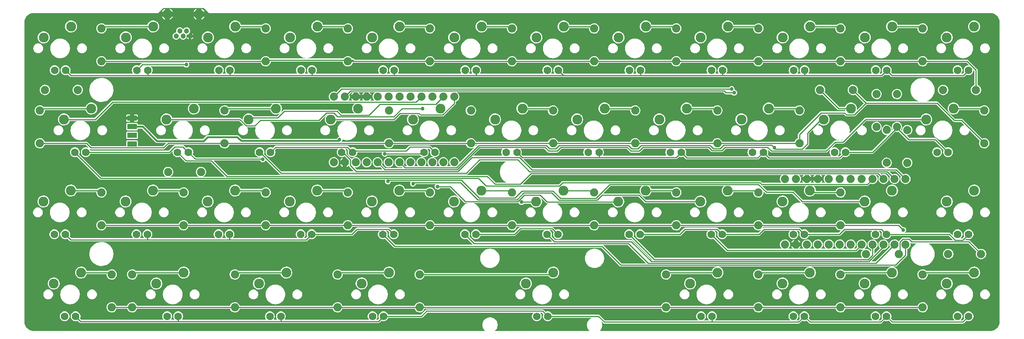
<source format=gtl>
G04 ---------------------------- Layer name :TOP LAYER*
G04 easyEDA 0.1*
G04 Scale: 100 percent, Rotated: No, Reflected: No *
G04 Dimensions in inches *
G04 leading zeros omitted , absolute positions ,2 integer and 4 * 
%FSLAX24Y24*%
%MOIN*%
G90*
G70D02*

%ADD11C,0.009000*%
%ADD12C,0.015000*%
%ADD13C,0.034000*%
%ADD14C,0.024400*%
%ADD15C,0.047200*%
%ADD17C,0.090600*%
%ADD19C,0.074000*%
%ADD21R,0.085000X0.047200*%
%ADD22C,0.070000*%
%ADD24C,0.090000*%
%ADD26C,0.075000*%

%LPD*%
%LNCopperArea outer*%
G36*
G01X898Y29462D02*
G01X843Y29465D01*
G01X790Y29472D01*
G01X737Y29484D01*
G01X684Y29496D01*
G01X634Y29512D01*
G01X584Y29532D01*
G01X534Y29553D01*
G01X485Y29579D01*
G01X442Y29610D01*
G01X398Y29641D01*
G01X356Y29676D01*
G01X315Y29712D01*
G01X279Y29752D01*
G01X243Y29794D01*
G01X214Y29838D01*
G01X184Y29884D01*
G01X157Y29929D01*
G01X134Y29977D01*
G01X114Y30027D01*
G01X98Y30079D01*
G01X84Y30134D01*
G01X73Y30186D01*
G01X68Y30239D01*
G01X64Y30294D01*
G01X64Y30348D01*
G01X68Y30400D01*
G01X68Y57594D01*
G01X64Y57702D01*
G01X68Y57755D01*
G01X73Y57810D01*
G01X85Y57862D01*
G01X98Y57916D01*
G01X114Y57968D01*
G01X134Y58018D01*
G01X157Y58066D01*
G01X184Y58114D01*
G01X212Y58157D01*
G01X243Y58202D01*
G01X278Y58244D01*
G01X315Y58283D01*
G01X354Y58320D01*
G01X395Y58355D01*
G01X440Y58386D01*
G01X485Y58416D01*
G01X531Y58442D01*
G01X581Y58466D01*
G01X631Y58486D01*
G01X684Y58502D01*
G01X736Y58516D01*
G01X787Y58526D01*
G01X842Y58531D01*
G01X895Y58536D01*
G01X950Y58536D01*
G01X1004Y58531D01*
G01X12256Y58531D01*
G01X12726Y59000D01*
G01X16476Y59000D01*
G01X16944Y58531D01*
G01X88202Y58531D01*
G01X88310Y58536D01*
G01X88364Y58531D01*
G01X88418Y58526D01*
G01X88470Y58514D01*
G01X88524Y58502D01*
G01X88574Y58486D01*
G01X88624Y58466D01*
G01X88674Y58442D01*
G01X88722Y58418D01*
G01X88766Y58388D01*
G01X88810Y58355D01*
G01X88852Y58322D01*
G01X88892Y58283D01*
G01X88928Y58246D01*
G01X88964Y58204D01*
G01X88994Y58160D01*
G01X89024Y58114D01*
G01X89050Y58068D01*
G01X89074Y58018D01*
G01X89094Y57968D01*
G01X89110Y57918D01*
G01X89124Y57864D01*
G01X89134Y57812D01*
G01X89140Y57757D01*
G01X89144Y57704D01*
G01X89144Y57650D01*
G01X89140Y57596D01*
G01X89140Y30403D01*
G01X89144Y30350D01*
G01X89144Y30296D01*
G01X89140Y30241D01*
G01X89134Y30188D01*
G01X89124Y30136D01*
G01X89110Y30084D01*
G01X89094Y30032D01*
G01X89074Y29982D01*
G01X89052Y29934D01*
G01X89026Y29884D01*
G01X88996Y29839D01*
G01X88964Y29796D01*
G01X88930Y29753D01*
G01X88894Y29714D01*
G01X88854Y29677D01*
G01X88812Y29641D01*
G01X88768Y29612D01*
G01X88724Y29584D01*
G01X88676Y29555D01*
G01X88628Y29534D01*
G01X88578Y29512D01*
G01X88526Y29496D01*
G01X88474Y29484D01*
G01X88420Y29472D01*
G01X88366Y29465D01*
G01X88312Y29462D01*
G01X88258Y29462D01*
G01X88206Y29465D01*
G01X52590Y29465D01*
G01X52691Y29567D01*
G01X52774Y29700D01*
G01X52826Y29848D01*
G01X52844Y30003D01*
G01X52826Y30160D01*
G01X52774Y30308D01*
G01X52732Y30374D01*
G01X52934Y30174D01*
G01X52952Y30160D01*
G01X52970Y30148D01*
G01X52991Y30139D01*
G01X53014Y30134D01*
G01X53036Y30132D01*
G01X70784Y30132D01*
G01X70806Y30134D01*
G01X70828Y30139D01*
G01X70850Y30148D01*
G01X70868Y30160D01*
G01X70886Y30174D01*
G01X71108Y30396D01*
G01X71120Y30388D01*
G01X71242Y30352D01*
G01X71370Y30352D01*
G01X71492Y30388D01*
G01X71504Y30396D01*
G01X71726Y30174D01*
G01X71744Y30160D01*
G01X71762Y30148D01*
G01X71784Y30139D01*
G01X71806Y30134D01*
G01X71828Y30132D01*
G01X78284Y30132D01*
G01X78306Y30134D01*
G01X78328Y30139D01*
G01X78350Y30148D01*
G01X78368Y30160D01*
G01X78386Y30174D01*
G01X78610Y30396D01*
G01X78622Y30388D01*
G01X78744Y30352D01*
G01X78872Y30352D01*
G01X78994Y30388D01*
G01X79006Y30396D01*
G01X79228Y30174D01*
G01X79246Y30160D01*
G01X79264Y30148D01*
G01X79286Y30139D01*
G01X79308Y30134D01*
G01X79330Y30132D01*
G01X85786Y30132D01*
G01X85808Y30134D01*
G01X85830Y30139D01*
G01X85852Y30148D01*
G01X85870Y30160D01*
G01X85888Y30174D01*
G01X86110Y30396D01*
G01X86122Y30388D01*
G01X86244Y30352D01*
G01X86372Y30352D01*
G01X86494Y30388D01*
G01X86602Y30458D01*
G01X86686Y30553D01*
G01X86740Y30672D01*
G01X86758Y30798D01*
G01X86740Y30924D01*
G01X86686Y31041D01*
G01X86602Y31138D01*
G01X86494Y31208D01*
G01X86372Y31244D01*
G01X86244Y31244D01*
G01X86122Y31208D01*
G01X86014Y31138D01*
G01X85930Y31041D01*
G01X85876Y30924D01*
G01X85858Y30798D01*
G01X85876Y30672D01*
G01X85908Y30602D01*
G01X85726Y30420D01*
G01X85544Y30420D01*
G01X85602Y30458D01*
G01X85686Y30553D01*
G01X85740Y30672D01*
G01X85758Y30798D01*
G01X85740Y30924D01*
G01X85686Y31041D01*
G01X85602Y31138D01*
G01X85494Y31208D01*
G01X85372Y31244D01*
G01X85244Y31244D01*
G01X85122Y31208D01*
G01X85014Y31138D01*
G01X84930Y31041D01*
G01X84876Y30924D01*
G01X84858Y30798D01*
G01X84876Y30672D01*
G01X84930Y30553D01*
G01X85014Y30458D01*
G01X85072Y30420D01*
G01X79390Y30420D01*
G01X79208Y30602D01*
G01X79240Y30672D01*
G01X79258Y30798D01*
G01X79240Y30924D01*
G01X79186Y31041D01*
G01X79102Y31138D01*
G01X78994Y31208D01*
G01X78872Y31244D01*
G01X78744Y31244D01*
G01X78622Y31208D01*
G01X78514Y31138D01*
G01X78430Y31041D01*
G01X78376Y30924D01*
G01X78358Y30798D01*
G01X78376Y30672D01*
G01X78408Y30602D01*
G01X78224Y30420D01*
G01X78044Y30420D01*
G01X78102Y30458D01*
G01X78186Y30553D01*
G01X78240Y30672D01*
G01X78258Y30798D01*
G01X78240Y30924D01*
G01X78186Y31041D01*
G01X78102Y31138D01*
G01X77994Y31208D01*
G01X77872Y31244D01*
G01X77744Y31244D01*
G01X77622Y31208D01*
G01X77514Y31138D01*
G01X77430Y31041D01*
G01X77376Y30924D01*
G01X77358Y30798D01*
G01X77376Y30672D01*
G01X77430Y30553D01*
G01X77514Y30458D01*
G01X77572Y30420D01*
G01X71888Y30420D01*
G01X71706Y30602D01*
G01X71738Y30672D01*
G01X71756Y30798D01*
G01X71738Y30924D01*
G01X71684Y31041D01*
G01X71600Y31138D01*
G01X71492Y31208D01*
G01X71370Y31244D01*
G01X71242Y31244D01*
G01X71120Y31208D01*
G01X71012Y31138D01*
G01X70928Y31041D01*
G01X70874Y30924D01*
G01X70856Y30798D01*
G01X70874Y30672D01*
G01X70906Y30602D01*
G01X70724Y30420D01*
G01X70542Y30420D01*
G01X70600Y30458D01*
G01X70684Y30553D01*
G01X70738Y30672D01*
G01X70756Y30798D01*
G01X70738Y30924D01*
G01X70684Y31041D01*
G01X70600Y31138D01*
G01X70492Y31208D01*
G01X70370Y31244D01*
G01X70242Y31244D01*
G01X70120Y31208D01*
G01X70012Y31138D01*
G01X69928Y31041D01*
G01X69874Y30924D01*
G01X69856Y30798D01*
G01X69874Y30672D01*
G01X69928Y30553D01*
G01X70012Y30458D01*
G01X70070Y30420D01*
G01X63104Y30420D01*
G01X63162Y30458D01*
G01X63246Y30553D01*
G01X63300Y30672D01*
G01X63317Y30798D01*
G01X63300Y30924D01*
G01X63246Y31041D01*
G01X63162Y31138D01*
G01X63054Y31208D01*
G01X62932Y31244D01*
G01X62804Y31244D01*
G01X62682Y31208D01*
G01X62574Y31138D01*
G01X62490Y31041D01*
G01X62436Y30924D01*
G01X62417Y30798D01*
G01X62436Y30672D01*
G01X62490Y30553D01*
G01X62574Y30458D01*
G01X62632Y30420D01*
G01X62104Y30420D01*
G01X62162Y30458D01*
G01X62246Y30553D01*
G01X62300Y30672D01*
G01X62317Y30798D01*
G01X62300Y30924D01*
G01X62246Y31041D01*
G01X62162Y31138D01*
G01X62054Y31208D01*
G01X61932Y31244D01*
G01X61804Y31244D01*
G01X61682Y31208D01*
G01X61574Y31138D01*
G01X61490Y31041D01*
G01X61436Y30924D01*
G01X61417Y30798D01*
G01X61436Y30672D01*
G01X61490Y30553D01*
G01X61574Y30458D01*
G01X61632Y30420D01*
G01X53096Y30420D01*
G01X52614Y30900D01*
G01X52596Y30914D01*
G01X52578Y30926D01*
G01X52555Y30934D01*
G01X52534Y30939D01*
G01X52512Y30941D01*
G01X48290Y30941D01*
G01X48244Y31041D01*
G01X48160Y31138D01*
G01X48052Y31208D01*
G01X47929Y31244D01*
G01X47802Y31244D01*
G01X47679Y31208D01*
G01X47667Y31200D01*
G01X47491Y31376D01*
G01X47474Y31389D01*
G01X47455Y31402D01*
G01X47434Y31410D01*
G01X47412Y31415D01*
G01X47390Y31417D01*
G01X36812Y31417D01*
G01X36790Y31415D01*
G01X36768Y31410D01*
G01X36746Y31402D01*
G01X36728Y31389D01*
G01X36710Y31376D01*
G01X36276Y30941D01*
G01X33290Y30941D01*
G01X33244Y31041D01*
G01X33160Y31138D01*
G01X33052Y31208D01*
G01X32930Y31244D01*
G01X32802Y31244D01*
G01X32680Y31208D01*
G01X32572Y31138D01*
G01X32488Y31041D01*
G01X32433Y30924D01*
G01X32416Y30798D01*
G01X32433Y30672D01*
G01X32466Y30602D01*
G01X32336Y30474D01*
G01X32174Y30474D01*
G01X32244Y30553D01*
G01X32298Y30672D01*
G01X32316Y30798D01*
G01X32298Y30924D01*
G01X32244Y31041D01*
G01X32160Y31138D01*
G01X32052Y31208D01*
G01X31930Y31244D01*
G01X31802Y31244D01*
G01X31680Y31208D01*
G01X31572Y31138D01*
G01X31488Y31041D01*
G01X31433Y30924D01*
G01X31416Y30798D01*
G01X31433Y30672D01*
G01X31488Y30553D01*
G01X31558Y30474D01*
G01X23795Y30474D01*
G01X23866Y30553D01*
G01X23920Y30672D01*
G01X23938Y30798D01*
G01X23920Y30924D01*
G01X23866Y31041D01*
G01X23782Y31138D01*
G01X23674Y31208D01*
G01X23552Y31244D01*
G01X23424Y31244D01*
G01X23302Y31208D01*
G01X23194Y31138D01*
G01X23110Y31041D01*
G01X23056Y30924D01*
G01X23038Y30798D01*
G01X23056Y30672D01*
G01X23110Y30553D01*
G01X23180Y30474D01*
G01X22795Y30474D01*
G01X22866Y30553D01*
G01X22920Y30672D01*
G01X22938Y30798D01*
G01X22920Y30924D01*
G01X22866Y31041D01*
G01X22782Y31138D01*
G01X22674Y31208D01*
G01X22552Y31244D01*
G01X22424Y31244D01*
G01X22302Y31208D01*
G01X22194Y31138D01*
G01X22110Y31041D01*
G01X22056Y30924D01*
G01X22038Y30798D01*
G01X22056Y30672D01*
G01X22110Y30553D01*
G01X22180Y30474D01*
G01X14422Y30474D01*
G01X14491Y30553D01*
G01X14546Y30672D01*
G01X14563Y30798D01*
G01X14546Y30924D01*
G01X14491Y31041D01*
G01X14408Y31138D01*
G01X14300Y31208D01*
G01X14178Y31244D01*
G01X14050Y31244D01*
G01X13928Y31208D01*
G01X13819Y31138D01*
G01X13736Y31041D01*
G01X13682Y30924D01*
G01X13663Y30798D01*
G01X13682Y30672D01*
G01X13736Y30553D01*
G01X13806Y30474D01*
G01X13422Y30474D01*
G01X13491Y30553D01*
G01X13546Y30672D01*
G01X13563Y30798D01*
G01X13546Y30924D01*
G01X13491Y31041D01*
G01X13408Y31138D01*
G01X13300Y31208D01*
G01X13178Y31244D01*
G01X13050Y31244D01*
G01X12928Y31208D01*
G01X12819Y31138D01*
G01X12736Y31041D01*
G01X12682Y30924D01*
G01X12663Y30798D01*
G01X12682Y30672D01*
G01X12736Y30553D01*
G01X12806Y30474D01*
G01X5266Y30474D01*
G01X5138Y30602D01*
G01X5169Y30672D01*
G01X5188Y30798D01*
G01X5169Y30924D01*
G01X5116Y31041D01*
G01X5031Y31138D01*
G01X4924Y31208D01*
G01X4802Y31244D01*
G01X4674Y31244D01*
G01X4552Y31208D01*
G01X4444Y31138D01*
G01X4359Y31041D01*
G01X4306Y30924D01*
G01X4288Y30798D01*
G01X4306Y30672D01*
G01X4359Y30553D01*
G01X4444Y30458D01*
G01X4552Y30388D01*
G01X4674Y30352D01*
G01X4802Y30352D01*
G01X4924Y30388D01*
G01X4936Y30396D01*
G01X5103Y30227D01*
G01X5122Y30214D01*
G01X5140Y30202D01*
G01X5162Y30194D01*
G01X5184Y30188D01*
G01X5206Y30186D01*
G01X32395Y30186D01*
G01X32418Y30188D01*
G01X32439Y30194D01*
G01X32462Y30202D01*
G01X32480Y30214D01*
G01X32498Y30227D01*
G01X32668Y30396D01*
G01X32680Y30388D01*
G01X32802Y30352D01*
G01X32930Y30352D01*
G01X33052Y30388D01*
G01X33160Y30458D01*
G01X33244Y30553D01*
G01X33290Y30653D01*
G01X36336Y30653D01*
G01X36358Y30655D01*
G01X36380Y30662D01*
G01X36402Y30670D01*
G01X36420Y30682D01*
G01X36438Y30696D01*
G01X36872Y31129D01*
G01X46566Y31129D01*
G01X46488Y31041D01*
G01X46434Y30924D01*
G01X46416Y30798D01*
G01X46434Y30672D01*
G01X46488Y30553D01*
G01X46572Y30458D01*
G01X46679Y30388D01*
G01X46802Y30352D01*
G01X46929Y30352D01*
G01X47052Y30388D01*
G01X47160Y30458D01*
G01X47244Y30553D01*
G01X47298Y30672D01*
G01X47316Y30798D01*
G01X47298Y30924D01*
G01X47244Y31041D01*
G01X47166Y31129D01*
G01X47329Y31129D01*
G01X47466Y30994D01*
G01X47434Y30924D01*
G01X47416Y30798D01*
G01X47434Y30672D01*
G01X47488Y30553D01*
G01X47572Y30458D01*
G01X47679Y30388D01*
G01X47802Y30352D01*
G01X47929Y30352D01*
G01X48052Y30388D01*
G01X48160Y30458D01*
G01X48244Y30553D01*
G01X48290Y30653D01*
G01X51896Y30653D01*
G01X51840Y30634D01*
G01X51708Y30552D01*
G01X51596Y30439D01*
G01X51514Y30308D01*
G01X51462Y30160D01*
G01X51444Y30003D01*
G01X51462Y29848D01*
G01X51514Y29700D01*
G01X51596Y29567D01*
G01X51698Y29465D01*
G01X43034Y29465D01*
G01X43141Y29574D01*
G01X43224Y29705D01*
G01X43276Y29853D01*
G01X43294Y30010D01*
G01X43276Y30165D01*
G01X43224Y30314D01*
G01X43141Y30446D01*
G01X43029Y30558D01*
G01X42898Y30639D01*
G01X42750Y30691D01*
G01X42594Y30710D01*
G01X42438Y30691D01*
G01X42290Y30639D01*
G01X42158Y30558D01*
G01X42046Y30446D01*
G01X41964Y30314D01*
G01X41912Y30165D01*
G01X41894Y30010D01*
G01X41912Y29853D01*
G01X41964Y29705D01*
G01X42046Y29574D01*
G01X42154Y29465D01*
G01X1006Y29465D01*
G01X951Y29462D01*
G01X898Y29462D01*
G37*

%LPC*%
%LNCopper Hole*%
G36*
G01X3673Y30352D02*
G01X3801Y30352D01*
G01X3923Y30388D01*
G01X4031Y30458D01*
G01X4116Y30553D01*
G01X4170Y30672D01*
G01X4188Y30798D01*
G01X4170Y30924D01*
G01X4116Y31041D01*
G01X4031Y31138D01*
G01X3923Y31208D01*
G01X3801Y31244D01*
G01X3673Y31244D01*
G01X3551Y31208D01*
G01X3444Y31138D01*
G01X3359Y31041D01*
G01X3306Y30924D01*
G01X3287Y30798D01*
G01X3306Y30672D01*
G01X3359Y30553D01*
G01X3444Y30458D01*
G01X3551Y30388D01*
G01X3673Y30352D01*
G37*
G36*
G01X36134Y31148D02*
G01X36262Y31155D01*
G01X36384Y31200D01*
G01X36490Y31274D01*
G01X36570Y31374D01*
G01X36616Y31477D01*
G01X58222Y31477D01*
G01X58234Y31434D01*
G01X58300Y31322D01*
G01X58394Y31234D01*
G01X58510Y31176D01*
G01X58636Y31150D01*
G01X58764Y31158D01*
G01X58886Y31202D01*
G01X58991Y31276D01*
G01X59072Y31376D01*
G01X59116Y31477D01*
G01X66660Y31477D01*
G01X66672Y31434D01*
G01X66738Y31322D01*
G01X66832Y31234D01*
G01X66948Y31176D01*
G01X67074Y31150D01*
G01X67202Y31158D01*
G01X67324Y31202D01*
G01X67430Y31276D01*
G01X67510Y31376D01*
G01X67554Y31477D01*
G01X74162Y31477D01*
G01X74174Y31434D01*
G01X74240Y31322D01*
G01X74334Y31234D01*
G01X74450Y31176D01*
G01X74576Y31150D01*
G01X74704Y31158D01*
G01X74826Y31202D01*
G01X74932Y31276D01*
G01X75012Y31376D01*
G01X75056Y31477D01*
G01X81662Y31477D01*
G01X81674Y31434D01*
G01X81740Y31322D01*
G01X81834Y31234D01*
G01X81950Y31176D01*
G01X82076Y31150D01*
G01X82204Y31158D01*
G01X82326Y31202D01*
G01X82432Y31276D01*
G01X82512Y31376D01*
G01X82564Y31494D01*
G01X82582Y31622D01*
G01X82564Y31750D01*
G01X82512Y31867D01*
G01X82432Y31967D01*
G01X82326Y32041D01*
G01X82204Y32086D01*
G01X82076Y32094D01*
G01X81950Y32067D01*
G01X81834Y32010D01*
G01X81740Y31922D01*
G01X81674Y31810D01*
G01X81662Y31765D01*
G01X75056Y31765D01*
G01X75012Y31867D01*
G01X74932Y31967D01*
G01X74826Y32041D01*
G01X74704Y32086D01*
G01X74576Y32094D01*
G01X74450Y32067D01*
G01X74334Y32010D01*
G01X74240Y31922D01*
G01X74174Y31810D01*
G01X74162Y31765D01*
G01X67554Y31765D01*
G01X67510Y31867D01*
G01X67430Y31967D01*
G01X67324Y32041D01*
G01X67202Y32086D01*
G01X67074Y32094D01*
G01X66948Y32067D01*
G01X66832Y32010D01*
G01X66738Y31922D01*
G01X66672Y31810D01*
G01X66660Y31765D01*
G01X59116Y31765D01*
G01X59072Y31867D01*
G01X58991Y31967D01*
G01X58886Y32041D01*
G01X58764Y32086D01*
G01X58636Y32094D01*
G01X58510Y32067D01*
G01X58394Y32010D01*
G01X58300Y31922D01*
G01X58234Y31810D01*
G01X58222Y31765D01*
G01X36614Y31765D01*
G01X36570Y31865D01*
G01X36490Y31965D01*
G01X36384Y32039D01*
G01X36262Y32084D01*
G01X36134Y32091D01*
G01X36008Y32065D01*
G01X35892Y32008D01*
G01X35798Y31920D01*
G01X35732Y31808D01*
G01X35720Y31765D01*
G01X29114Y31765D01*
G01X29070Y31867D01*
G01X28989Y31967D01*
G01X28883Y32041D01*
G01X28762Y32086D01*
G01X28633Y32094D01*
G01X28508Y32067D01*
G01X28392Y32010D01*
G01X28298Y31922D01*
G01X28232Y31810D01*
G01X28220Y31765D01*
G01X19736Y31765D01*
G01X19692Y31867D01*
G01X19612Y31967D01*
G01X19506Y32041D01*
G01X19383Y32086D01*
G01X19256Y32094D01*
G01X19130Y32067D01*
G01X19014Y32010D01*
G01X18920Y31922D01*
G01X18854Y31810D01*
G01X18842Y31765D01*
G01X10362Y31765D01*
G01X10318Y31867D01*
G01X10238Y31967D01*
G01X10132Y32041D01*
G01X10010Y32086D01*
G01X9882Y32094D01*
G01X9756Y32067D01*
G01X9640Y32010D01*
G01X9546Y31922D01*
G01X9480Y31810D01*
G01X9468Y31765D01*
G01X8486Y31765D01*
G01X8441Y31867D01*
G01X8362Y31967D01*
G01X8256Y32041D01*
G01X8134Y32086D01*
G01X8006Y32094D01*
G01X7880Y32067D01*
G01X7763Y32010D01*
G01X7669Y31922D01*
G01X7603Y31810D01*
G01X7568Y31686D01*
G01X7568Y31558D01*
G01X7603Y31434D01*
G01X7669Y31322D01*
G01X7763Y31234D01*
G01X7880Y31176D01*
G01X8006Y31150D01*
G01X8134Y31158D01*
G01X8256Y31202D01*
G01X8362Y31276D01*
G01X8441Y31376D01*
G01X8486Y31477D01*
G01X9468Y31477D01*
G01X9480Y31434D01*
G01X9546Y31322D01*
G01X9640Y31234D01*
G01X9756Y31176D01*
G01X9882Y31150D01*
G01X10010Y31158D01*
G01X10132Y31202D01*
G01X10238Y31276D01*
G01X10318Y31376D01*
G01X10362Y31477D01*
G01X18842Y31477D01*
G01X18854Y31434D01*
G01X18920Y31322D01*
G01X19014Y31234D01*
G01X19130Y31176D01*
G01X19256Y31150D01*
G01X19383Y31158D01*
G01X19506Y31202D01*
G01X19612Y31276D01*
G01X19692Y31376D01*
G01X19736Y31477D01*
G01X28220Y31477D01*
G01X28232Y31434D01*
G01X28298Y31322D01*
G01X28392Y31234D01*
G01X28508Y31176D01*
G01X28633Y31150D01*
G01X28762Y31158D01*
G01X28883Y31202D01*
G01X28989Y31276D01*
G01X29070Y31376D01*
G01X29114Y31477D01*
G01X35718Y31477D01*
G01X35732Y31432D01*
G01X35798Y31320D01*
G01X35892Y31232D01*
G01X36008Y31174D01*
G01X36134Y31148D01*
G37*
G36*
G01X78308Y31898D02*
G01X78484Y31915D01*
G01X78652Y31965D01*
G01X78808Y32050D01*
G01X78944Y32162D01*
G01X79056Y32298D01*
G01X79140Y32453D01*
G01X79190Y32622D01*
G01X79208Y32798D01*
G01X79190Y32974D01*
G01X79140Y33141D01*
G01X79056Y33298D01*
G01X78944Y33434D01*
G01X78808Y33546D01*
G01X78652Y33629D01*
G01X78484Y33679D01*
G01X78308Y33698D01*
G01X78132Y33679D01*
G01X77964Y33629D01*
G01X77808Y33546D01*
G01X77672Y33434D01*
G01X77560Y33298D01*
G01X77476Y33141D01*
G01X77426Y32974D01*
G01X77408Y32798D01*
G01X77426Y32622D01*
G01X77476Y32453D01*
G01X77560Y32298D01*
G01X77672Y32162D01*
G01X77808Y32050D01*
G01X77964Y31965D01*
G01X78132Y31915D01*
G01X78308Y31898D01*
G37*
G36*
G01X70806Y31898D02*
G01X70982Y31915D01*
G01X71150Y31965D01*
G01X71306Y32050D01*
G01X71442Y32162D01*
G01X71554Y32298D01*
G01X71638Y32453D01*
G01X71688Y32622D01*
G01X71706Y32798D01*
G01X71688Y32974D01*
G01X71638Y33141D01*
G01X71554Y33298D01*
G01X71442Y33434D01*
G01X71306Y33546D01*
G01X71150Y33629D01*
G01X70982Y33679D01*
G01X70806Y33698D01*
G01X70630Y33679D01*
G01X70462Y33629D01*
G01X70306Y33546D01*
G01X70170Y33434D01*
G01X70058Y33298D01*
G01X69974Y33141D01*
G01X69924Y32974D01*
G01X69906Y32798D01*
G01X69924Y32622D01*
G01X69974Y32453D01*
G01X70058Y32298D01*
G01X70170Y32162D01*
G01X70306Y32050D01*
G01X70462Y31965D01*
G01X70630Y31915D01*
G01X70806Y31898D01*
G37*
G36*
G01X62367Y31898D02*
G01X62544Y31915D01*
G01X62712Y31965D01*
G01X62867Y32050D01*
G01X63004Y32162D01*
G01X63116Y32298D01*
G01X63200Y32453D01*
G01X63250Y32622D01*
G01X63267Y32798D01*
G01X63250Y32974D01*
G01X63200Y33141D01*
G01X63116Y33298D01*
G01X63004Y33434D01*
G01X62867Y33546D01*
G01X62712Y33629D01*
G01X62544Y33679D01*
G01X62367Y33698D01*
G01X62191Y33679D01*
G01X62024Y33629D01*
G01X61867Y33546D01*
G01X61732Y33434D01*
G01X61620Y33298D01*
G01X61536Y33141D01*
G01X61486Y32974D01*
G01X61467Y32798D01*
G01X61486Y32622D01*
G01X61536Y32453D01*
G01X61620Y32298D01*
G01X61732Y32162D01*
G01X61867Y32050D01*
G01X62024Y31965D01*
G01X62191Y31915D01*
G01X62367Y31898D01*
G37*
G36*
G01X32366Y31898D02*
G01X32542Y31915D01*
G01X32710Y31965D01*
G01X32866Y32050D01*
G01X33002Y32162D01*
G01X33114Y32298D01*
G01X33198Y32453D01*
G01X33248Y32622D01*
G01X33266Y32798D01*
G01X33248Y32974D01*
G01X33198Y33141D01*
G01X33114Y33298D01*
G01X33002Y33434D01*
G01X32866Y33546D01*
G01X32710Y33629D01*
G01X32542Y33679D01*
G01X32366Y33698D01*
G01X32189Y33679D01*
G01X32022Y33629D01*
G01X31866Y33546D01*
G01X31730Y33434D01*
G01X31618Y33298D01*
G01X31533Y33141D01*
G01X31483Y32974D01*
G01X31466Y32798D01*
G01X31483Y32622D01*
G01X31533Y32453D01*
G01X31618Y32298D01*
G01X31730Y32162D01*
G01X31866Y32050D01*
G01X32022Y31965D01*
G01X32189Y31915D01*
G01X32366Y31898D01*
G37*
G36*
G01X22988Y31898D02*
G01X23164Y31915D01*
G01X23332Y31965D01*
G01X23488Y32050D01*
G01X23624Y32162D01*
G01X23736Y32298D01*
G01X23820Y32453D01*
G01X23870Y32622D01*
G01X23888Y32798D01*
G01X23870Y32974D01*
G01X23820Y33141D01*
G01X23736Y33298D01*
G01X23624Y33434D01*
G01X23488Y33546D01*
G01X23332Y33629D01*
G01X23164Y33679D01*
G01X22988Y33698D01*
G01X22812Y33679D01*
G01X22644Y33629D01*
G01X22488Y33546D01*
G01X22352Y33434D01*
G01X22239Y33298D01*
G01X22156Y33141D01*
G01X22106Y32974D01*
G01X22088Y32798D01*
G01X22106Y32622D01*
G01X22156Y32453D01*
G01X22239Y32298D01*
G01X22352Y32162D01*
G01X22488Y32050D01*
G01X22644Y31965D01*
G01X22812Y31915D01*
G01X22988Y31898D01*
G37*
G36*
G01X13613Y31898D02*
G01X13790Y31915D01*
G01X13958Y31965D01*
G01X14113Y32050D01*
G01X14250Y32162D01*
G01X14362Y32298D01*
G01X14446Y32453D01*
G01X14496Y32622D01*
G01X14513Y32798D01*
G01X14496Y32974D01*
G01X14446Y33141D01*
G01X14362Y33298D01*
G01X14250Y33434D01*
G01X14113Y33546D01*
G01X13958Y33629D01*
G01X13790Y33679D01*
G01X13613Y33698D01*
G01X13438Y33679D01*
G01X13269Y33629D01*
G01X13113Y33546D01*
G01X12978Y33434D01*
G01X12866Y33298D01*
G01X12782Y33141D01*
G01X12732Y32974D01*
G01X12713Y32798D01*
G01X12732Y32622D01*
G01X12782Y32453D01*
G01X12866Y32298D01*
G01X12978Y32162D01*
G01X13113Y32050D01*
G01X13269Y31965D01*
G01X13438Y31915D01*
G01X13613Y31898D01*
G37*
G36*
G01X4238Y31898D02*
G01X4413Y31915D01*
G01X4581Y31965D01*
G01X4738Y32050D01*
G01X4874Y32162D01*
G01X4986Y32298D01*
G01X5069Y32453D01*
G01X5119Y32622D01*
G01X5138Y32798D01*
G01X5119Y32974D01*
G01X5069Y33141D01*
G01X4986Y33298D01*
G01X4874Y33434D01*
G01X4738Y33546D01*
G01X4581Y33629D01*
G01X4413Y33679D01*
G01X4238Y33698D01*
G01X4062Y33679D01*
G01X3894Y33629D01*
G01X3737Y33546D01*
G01X3601Y33434D01*
G01X3490Y33298D01*
G01X3406Y33141D01*
G01X3356Y32974D01*
G01X3337Y32798D01*
G01X3356Y32622D01*
G01X3406Y32453D01*
G01X3490Y32298D01*
G01X3601Y32162D01*
G01X3737Y32050D01*
G01X3894Y31965D01*
G01X4062Y31915D01*
G01X4238Y31898D01*
G37*
G36*
G01X85808Y31898D02*
G01X85984Y31915D01*
G01X86152Y31965D01*
G01X86308Y32050D01*
G01X86444Y32162D01*
G01X86556Y32298D01*
G01X86640Y32453D01*
G01X86690Y32622D01*
G01X86708Y32798D01*
G01X86690Y32974D01*
G01X86640Y33141D01*
G01X86556Y33298D01*
G01X86444Y33434D01*
G01X86308Y33546D01*
G01X86152Y33629D01*
G01X85984Y33679D01*
G01X85808Y33698D01*
G01X85632Y33679D01*
G01X85464Y33629D01*
G01X85308Y33546D01*
G01X85172Y33434D01*
G01X85060Y33298D01*
G01X84976Y33141D01*
G01X84926Y32974D01*
G01X84908Y32798D01*
G01X84926Y32622D01*
G01X84976Y32453D01*
G01X85060Y32298D01*
G01X85172Y32162D01*
G01X85308Y32050D01*
G01X85464Y31965D01*
G01X85632Y31915D01*
G01X85808Y31898D01*
G37*
G36*
G01X47366Y31898D02*
G01X47541Y31915D01*
G01X47710Y31965D01*
G01X47866Y32050D01*
G01X48002Y32162D01*
G01X48114Y32298D01*
G01X48198Y32453D01*
G01X48248Y32622D01*
G01X48266Y32798D01*
G01X48248Y32974D01*
G01X48198Y33141D01*
G01X48114Y33298D01*
G01X48002Y33434D01*
G01X47866Y33546D01*
G01X47710Y33629D01*
G01X47541Y33679D01*
G01X47366Y33698D01*
G01X47190Y33679D01*
G01X47022Y33629D01*
G01X46866Y33546D01*
G01X46729Y33434D01*
G01X46617Y33298D01*
G01X46534Y33141D01*
G01X46484Y32974D01*
G01X46466Y32798D01*
G01X46484Y32622D01*
G01X46534Y32453D01*
G01X46617Y32298D01*
G01X46729Y32162D01*
G01X46866Y32050D01*
G01X47022Y31965D01*
G01X47190Y31915D01*
G01X47366Y31898D01*
G37*
G36*
G01X76244Y32352D02*
G01X76372Y32352D01*
G01X76494Y32388D01*
G01X76602Y32458D01*
G01X76686Y32553D01*
G01X76740Y32672D01*
G01X76758Y32798D01*
G01X76740Y32924D01*
G01X76686Y33041D01*
G01X76602Y33138D01*
G01X76494Y33208D01*
G01X76372Y33244D01*
G01X76244Y33244D01*
G01X76122Y33208D01*
G01X76014Y33138D01*
G01X75930Y33041D01*
G01X75876Y32924D01*
G01X75858Y32798D01*
G01X75876Y32672D01*
G01X75930Y32553D01*
G01X76014Y32458D01*
G01X76122Y32388D01*
G01X76244Y32352D01*
G37*
G36*
G01X80244Y32352D02*
G01X80372Y32352D01*
G01X80494Y32388D01*
G01X80602Y32458D01*
G01X80686Y32553D01*
G01X80740Y32672D01*
G01X80758Y32798D01*
G01X80740Y32924D01*
G01X80686Y33041D01*
G01X80602Y33138D01*
G01X80494Y33208D01*
G01X80372Y33244D01*
G01X80244Y33244D01*
G01X80122Y33208D01*
G01X80014Y33138D01*
G01X79930Y33041D01*
G01X79876Y32924D01*
G01X79858Y32798D01*
G01X79876Y32672D01*
G01X79930Y32553D01*
G01X80014Y32458D01*
G01X80122Y32388D01*
G01X80244Y32352D01*
G37*
G36*
G01X68742Y32352D02*
G01X68870Y32352D01*
G01X68992Y32388D01*
G01X69100Y32458D01*
G01X69184Y32553D01*
G01X69238Y32672D01*
G01X69256Y32798D01*
G01X69238Y32924D01*
G01X69184Y33041D01*
G01X69100Y33138D01*
G01X68992Y33208D01*
G01X68870Y33244D01*
G01X68742Y33244D01*
G01X68620Y33208D01*
G01X68512Y33138D01*
G01X68428Y33041D01*
G01X68374Y32924D01*
G01X68356Y32798D01*
G01X68374Y32672D01*
G01X68428Y32553D01*
G01X68512Y32458D01*
G01X68620Y32388D01*
G01X68742Y32352D01*
G37*
G36*
G01X72742Y32352D02*
G01X72870Y32352D01*
G01X72992Y32388D01*
G01X73100Y32458D01*
G01X73184Y32553D01*
G01X73238Y32672D01*
G01X73256Y32798D01*
G01X73238Y32924D01*
G01X73184Y33041D01*
G01X73100Y33138D01*
G01X72992Y33208D01*
G01X72870Y33244D01*
G01X72742Y33244D01*
G01X72620Y33208D01*
G01X72512Y33138D01*
G01X72428Y33041D01*
G01X72374Y32924D01*
G01X72356Y32798D01*
G01X72374Y32672D01*
G01X72428Y32553D01*
G01X72512Y32458D01*
G01X72620Y32388D01*
G01X72742Y32352D01*
G37*
G36*
G01X60304Y32352D02*
G01X60432Y32352D01*
G01X60554Y32388D01*
G01X60662Y32458D01*
G01X60746Y32553D01*
G01X60800Y32672D01*
G01X60817Y32798D01*
G01X60800Y32924D01*
G01X60746Y33041D01*
G01X60662Y33138D01*
G01X60554Y33208D01*
G01X60432Y33244D01*
G01X60304Y33244D01*
G01X60182Y33208D01*
G01X60074Y33138D01*
G01X59990Y33041D01*
G01X59936Y32924D01*
G01X59917Y32798D01*
G01X59936Y32672D01*
G01X59990Y32553D01*
G01X60074Y32458D01*
G01X60182Y32388D01*
G01X60304Y32352D01*
G37*
G36*
G01X64304Y32352D02*
G01X64432Y32352D01*
G01X64554Y32388D01*
G01X64662Y32458D01*
G01X64746Y32553D01*
G01X64800Y32672D01*
G01X64817Y32798D01*
G01X64800Y32924D01*
G01X64746Y33041D01*
G01X64662Y33138D01*
G01X64554Y33208D01*
G01X64432Y33244D01*
G01X64304Y33244D01*
G01X64182Y33208D01*
G01X64074Y33138D01*
G01X63990Y33041D01*
G01X63936Y32924D01*
G01X63917Y32798D01*
G01X63936Y32672D01*
G01X63990Y32553D01*
G01X64074Y32458D01*
G01X64182Y32388D01*
G01X64304Y32352D01*
G37*
G36*
G01X30302Y32352D02*
G01X30430Y32352D01*
G01X30552Y32388D01*
G01X30660Y32458D01*
G01X30744Y32553D01*
G01X30798Y32672D01*
G01X30816Y32798D01*
G01X30798Y32924D01*
G01X30744Y33041D01*
G01X30660Y33138D01*
G01X30552Y33208D01*
G01X30430Y33244D01*
G01X30302Y33244D01*
G01X30180Y33208D01*
G01X30072Y33138D01*
G01X29988Y33041D01*
G01X29933Y32924D01*
G01X29916Y32798D01*
G01X29933Y32672D01*
G01X29988Y32553D01*
G01X30072Y32458D01*
G01X30180Y32388D01*
G01X30302Y32352D01*
G37*
G36*
G01X34302Y32352D02*
G01X34430Y32352D01*
G01X34552Y32388D01*
G01X34660Y32458D01*
G01X34744Y32553D01*
G01X34798Y32672D01*
G01X34816Y32798D01*
G01X34798Y32924D01*
G01X34744Y33041D01*
G01X34660Y33138D01*
G01X34552Y33208D01*
G01X34430Y33244D01*
G01X34302Y33244D01*
G01X34180Y33208D01*
G01X34072Y33138D01*
G01X33988Y33041D01*
G01X33934Y32924D01*
G01X33916Y32798D01*
G01X33934Y32672D01*
G01X33988Y32553D01*
G01X34072Y32458D01*
G01X34180Y32388D01*
G01X34302Y32352D01*
G37*
G36*
G01X20924Y32352D02*
G01X21052Y32352D01*
G01X21174Y32388D01*
G01X21282Y32458D01*
G01X21366Y32553D01*
G01X21420Y32672D01*
G01X21438Y32798D01*
G01X21420Y32924D01*
G01X21366Y33041D01*
G01X21282Y33138D01*
G01X21174Y33208D01*
G01X21052Y33244D01*
G01X20924Y33244D01*
G01X20802Y33208D01*
G01X20694Y33138D01*
G01X20610Y33041D01*
G01X20556Y32924D01*
G01X20538Y32798D01*
G01X20556Y32672D01*
G01X20610Y32553D01*
G01X20694Y32458D01*
G01X20802Y32388D01*
G01X20924Y32352D01*
G37*
G36*
G01X24926Y32352D02*
G01X25054Y32352D01*
G01X25176Y32388D01*
G01X25283Y32458D01*
G01X25368Y32553D01*
G01X25422Y32672D01*
G01X25439Y32798D01*
G01X25422Y32924D01*
G01X25368Y33041D01*
G01X25283Y33138D01*
G01X25176Y33208D01*
G01X25054Y33244D01*
G01X24926Y33244D01*
G01X24804Y33208D01*
G01X24695Y33138D01*
G01X24612Y33041D01*
G01X24558Y32924D01*
G01X24539Y32798D01*
G01X24558Y32672D01*
G01X24612Y32553D01*
G01X24695Y32458D01*
G01X24804Y32388D01*
G01X24926Y32352D01*
G37*
G36*
G01X11550Y32352D02*
G01X11678Y32352D01*
G01X11800Y32388D01*
G01X11908Y32458D01*
G01X11991Y32553D01*
G01X12046Y32672D01*
G01X12063Y32798D01*
G01X12046Y32924D01*
G01X11991Y33041D01*
G01X11908Y33138D01*
G01X11800Y33208D01*
G01X11678Y33244D01*
G01X11550Y33244D01*
G01X11428Y33208D01*
G01X11319Y33138D01*
G01X11236Y33041D01*
G01X11182Y32924D01*
G01X11163Y32798D01*
G01X11182Y32672D01*
G01X11236Y32553D01*
G01X11319Y32458D01*
G01X11428Y32388D01*
G01X11550Y32352D01*
G37*
G36*
G01X15550Y32352D02*
G01X15678Y32352D01*
G01X15800Y32388D01*
G01X15908Y32458D01*
G01X15991Y32553D01*
G01X16046Y32672D01*
G01X16063Y32798D01*
G01X16046Y32924D01*
G01X15991Y33041D01*
G01X15908Y33138D01*
G01X15800Y33208D01*
G01X15678Y33244D01*
G01X15550Y33244D01*
G01X15428Y33208D01*
G01X15319Y33138D01*
G01X15236Y33041D01*
G01X15182Y32924D01*
G01X15163Y32798D01*
G01X15182Y32672D01*
G01X15236Y32553D01*
G01X15319Y32458D01*
G01X15428Y32388D01*
G01X15550Y32352D01*
G37*
G36*
G01X2173Y32352D02*
G01X2301Y32352D01*
G01X2423Y32388D01*
G01X2531Y32458D01*
G01X2615Y32553D01*
G01X2670Y32672D01*
G01X2687Y32798D01*
G01X2670Y32924D01*
G01X2615Y33041D01*
G01X2531Y33138D01*
G01X2423Y33208D01*
G01X2301Y33244D01*
G01X2173Y33244D01*
G01X2051Y33208D01*
G01X1943Y33138D01*
G01X1859Y33041D01*
G01X1806Y32924D01*
G01X1787Y32798D01*
G01X1806Y32672D01*
G01X1859Y32553D01*
G01X1943Y32458D01*
G01X2051Y32388D01*
G01X2173Y32352D01*
G37*
G36*
G01X6174Y32352D02*
G01X6302Y32352D01*
G01X6424Y32388D01*
G01X6531Y32458D01*
G01X6616Y32553D01*
G01X6669Y32672D01*
G01X6688Y32798D01*
G01X6669Y32924D01*
G01X6616Y33041D01*
G01X6531Y33138D01*
G01X6424Y33208D01*
G01X6302Y33244D01*
G01X6174Y33244D01*
G01X6052Y33208D01*
G01X5944Y33138D01*
G01X5859Y33041D01*
G01X5806Y32924D01*
G01X5788Y32798D01*
G01X5806Y32672D01*
G01X5859Y32553D01*
G01X5944Y32458D01*
G01X6052Y32388D01*
G01X6174Y32352D01*
G37*
G36*
G01X83744Y32352D02*
G01X83872Y32352D01*
G01X83994Y32388D01*
G01X84102Y32458D01*
G01X84186Y32553D01*
G01X84240Y32672D01*
G01X84258Y32798D01*
G01X84240Y32924D01*
G01X84186Y33041D01*
G01X84102Y33138D01*
G01X83994Y33208D01*
G01X83872Y33244D01*
G01X83744Y33244D01*
G01X83622Y33208D01*
G01X83514Y33138D01*
G01X83430Y33041D01*
G01X83376Y32924D01*
G01X83358Y32798D01*
G01X83376Y32672D01*
G01X83430Y32553D01*
G01X83514Y32458D01*
G01X83622Y32388D01*
G01X83744Y32352D01*
G37*
G36*
G01X87744Y32352D02*
G01X87872Y32352D01*
G01X87994Y32388D01*
G01X88102Y32458D01*
G01X88186Y32553D01*
G01X88240Y32672D01*
G01X88258Y32798D01*
G01X88240Y32924D01*
G01X88186Y33041D01*
G01X88102Y33138D01*
G01X87994Y33208D01*
G01X87872Y33244D01*
G01X87744Y33244D01*
G01X87622Y33208D01*
G01X87514Y33138D01*
G01X87430Y33041D01*
G01X87376Y32924D01*
G01X87358Y32798D01*
G01X87376Y32672D01*
G01X87430Y32553D01*
G01X87514Y32458D01*
G01X87622Y32388D01*
G01X87744Y32352D01*
G37*
G36*
G01X45302Y32352D02*
G01X45429Y32352D01*
G01X45552Y32388D01*
G01X45660Y32458D01*
G01X45744Y32553D01*
G01X45798Y32672D01*
G01X45816Y32798D01*
G01X45798Y32924D01*
G01X45744Y33041D01*
G01X45660Y33138D01*
G01X45552Y33208D01*
G01X45429Y33244D01*
G01X45302Y33244D01*
G01X45179Y33208D01*
G01X45072Y33138D01*
G01X44988Y33041D01*
G01X44934Y32924D01*
G01X44916Y32798D01*
G01X44934Y32672D01*
G01X44988Y32553D01*
G01X45072Y32458D01*
G01X45179Y32388D01*
G01X45302Y32352D01*
G37*
G36*
G01X49302Y32352D02*
G01X49429Y32352D01*
G01X49552Y32388D01*
G01X49660Y32458D01*
G01X49744Y32553D01*
G01X49798Y32672D01*
G01X49816Y32798D01*
G01X49798Y32924D01*
G01X49744Y33041D01*
G01X49660Y33138D01*
G01X49552Y33208D01*
G01X49429Y33244D01*
G01X49302Y33244D01*
G01X49179Y33208D01*
G01X49072Y33138D01*
G01X48988Y33041D01*
G01X48934Y32924D01*
G01X48916Y32798D01*
G01X48934Y32672D01*
G01X48988Y32553D01*
G01X49072Y32458D01*
G01X49179Y32388D01*
G01X49302Y32352D01*
G37*
G36*
G01X76842Y33250D02*
G01X76978Y33274D01*
G01X77102Y33334D01*
G01X77208Y33422D01*
G01X77290Y33534D01*
G01X77340Y33662D01*
G01X77358Y33798D01*
G01X77340Y33934D01*
G01X77290Y34062D01*
G01X77208Y34174D01*
G01X77102Y34262D01*
G01X76978Y34322D01*
G01X76842Y34346D01*
G01X76704Y34338D01*
G01X76574Y34296D01*
G01X76458Y34222D01*
G01X76364Y34122D01*
G01X76296Y34000D01*
G01X76262Y33866D01*
G01X76262Y33729D01*
G01X76296Y33596D01*
G01X76364Y33474D01*
G01X76458Y33374D01*
G01X76574Y33300D01*
G01X76704Y33258D01*
G01X76842Y33250D01*
G37*
G36*
G01X69340Y33250D02*
G01X69476Y33274D01*
G01X69600Y33334D01*
G01X69706Y33422D01*
G01X69788Y33534D01*
G01X69838Y33662D01*
G01X69856Y33798D01*
G01X69838Y33934D01*
G01X69788Y34062D01*
G01X69706Y34174D01*
G01X69600Y34262D01*
G01X69476Y34322D01*
G01X69340Y34346D01*
G01X69202Y34338D01*
G01X69072Y34296D01*
G01X68956Y34222D01*
G01X68862Y34122D01*
G01X68794Y34000D01*
G01X68760Y33866D01*
G01X68760Y33729D01*
G01X68794Y33596D01*
G01X68862Y33474D01*
G01X68956Y33374D01*
G01X69072Y33300D01*
G01X69202Y33258D01*
G01X69340Y33250D01*
G37*
G36*
G01X60902Y33250D02*
G01X61038Y33274D01*
G01X61162Y33334D01*
G01X61267Y33422D01*
G01X61350Y33534D01*
G01X61400Y33662D01*
G01X61417Y33798D01*
G01X61400Y33934D01*
G01X61350Y34062D01*
G01X61267Y34174D01*
G01X61162Y34262D01*
G01X61038Y34322D01*
G01X60902Y34346D01*
G01X60764Y34338D01*
G01X60634Y34296D01*
G01X60517Y34222D01*
G01X60424Y34122D01*
G01X60355Y34000D01*
G01X60322Y33866D01*
G01X60322Y33729D01*
G01X60355Y33596D01*
G01X60424Y33474D01*
G01X60517Y33374D01*
G01X60634Y33300D01*
G01X60764Y33258D01*
G01X60902Y33250D01*
G37*
G36*
G01X30900Y33250D02*
G01X31036Y33274D01*
G01X31160Y33334D01*
G01X31266Y33422D01*
G01X31348Y33534D01*
G01X31398Y33662D01*
G01X31416Y33798D01*
G01X31398Y33934D01*
G01X31348Y34062D01*
G01X31266Y34174D01*
G01X31160Y34262D01*
G01X31036Y34322D01*
G01X30900Y34346D01*
G01X30762Y34338D01*
G01X30632Y34296D01*
G01X30516Y34222D01*
G01X30422Y34122D01*
G01X30354Y34000D01*
G01X30320Y33866D01*
G01X30320Y33729D01*
G01X30354Y33596D01*
G01X30422Y33474D01*
G01X30516Y33374D01*
G01X30632Y33300D01*
G01X30762Y33258D01*
G01X30900Y33250D01*
G37*
G36*
G01X21522Y33250D02*
G01X21658Y33274D01*
G01X21782Y33334D01*
G01X21888Y33422D01*
G01X21970Y33534D01*
G01X22020Y33662D01*
G01X22038Y33798D01*
G01X22020Y33934D01*
G01X21970Y34062D01*
G01X21888Y34174D01*
G01X21782Y34262D01*
G01X21658Y34322D01*
G01X21522Y34346D01*
G01X21383Y34338D01*
G01X21254Y34296D01*
G01X21138Y34222D01*
G01X21044Y34122D01*
G01X20976Y34000D01*
G01X20942Y33866D01*
G01X20942Y33729D01*
G01X20976Y33596D01*
G01X21044Y33474D01*
G01X21138Y33374D01*
G01X21254Y33300D01*
G01X21383Y33258D01*
G01X21522Y33250D01*
G37*
G36*
G01X12147Y33250D02*
G01X12284Y33274D01*
G01X12408Y33334D01*
G01X12513Y33422D01*
G01X12596Y33534D01*
G01X12646Y33662D01*
G01X12663Y33798D01*
G01X12646Y33934D01*
G01X12596Y34062D01*
G01X12513Y34174D01*
G01X12408Y34262D01*
G01X12284Y34322D01*
G01X12147Y34346D01*
G01X12010Y34338D01*
G01X11880Y34296D01*
G01X11763Y34222D01*
G01X11669Y34122D01*
G01X11602Y34000D01*
G01X11568Y33866D01*
G01X11568Y33729D01*
G01X11602Y33596D01*
G01X11669Y33474D01*
G01X11763Y33374D01*
G01X11880Y33300D01*
G01X12010Y33258D01*
G01X12147Y33250D01*
G37*
G36*
G01X2772Y33250D02*
G01X2908Y33274D01*
G01X3031Y33334D01*
G01X3137Y33422D01*
G01X3220Y33534D01*
G01X3270Y33662D01*
G01X3287Y33798D01*
G01X3270Y33934D01*
G01X3220Y34062D01*
G01X3137Y34174D01*
G01X3031Y34262D01*
G01X2908Y34322D01*
G01X2772Y34346D01*
G01X2634Y34338D01*
G01X2504Y34296D01*
G01X2387Y34222D01*
G01X2294Y34122D01*
G01X2226Y34000D01*
G01X2192Y33866D01*
G01X2192Y33729D01*
G01X2226Y33596D01*
G01X2294Y33474D01*
G01X2387Y33374D01*
G01X2504Y33300D01*
G01X2634Y33258D01*
G01X2772Y33250D01*
G37*
G36*
G01X84342Y33250D02*
G01X84478Y33274D01*
G01X84602Y33334D01*
G01X84708Y33422D01*
G01X84790Y33534D01*
G01X84840Y33662D01*
G01X84858Y33798D01*
G01X84840Y33934D01*
G01X84790Y34062D01*
G01X84708Y34174D01*
G01X84602Y34262D01*
G01X84478Y34322D01*
G01X84342Y34346D01*
G01X84204Y34338D01*
G01X84074Y34296D01*
G01X83958Y34222D01*
G01X83864Y34122D01*
G01X83796Y34000D01*
G01X83762Y33866D01*
G01X83762Y33729D01*
G01X83796Y33596D01*
G01X83864Y33474D01*
G01X83958Y33374D01*
G01X84074Y33300D01*
G01X84204Y33258D01*
G01X84342Y33250D01*
G37*
G36*
G01X45900Y33250D02*
G01X46036Y33274D01*
G01X46160Y33334D01*
G01X46266Y33422D01*
G01X46348Y33534D01*
G01X46398Y33662D01*
G01X46416Y33798D01*
G01X46398Y33934D01*
G01X46348Y34062D01*
G01X46266Y34174D01*
G01X46160Y34262D01*
G01X46036Y34322D01*
G01X45900Y34346D01*
G01X45762Y34338D01*
G01X45632Y34296D01*
G01X45516Y34222D01*
G01X45422Y34122D01*
G01X45354Y34000D01*
G01X45320Y33866D01*
G01X45320Y33729D01*
G01X45354Y33596D01*
G01X45422Y33474D01*
G01X45516Y33374D01*
G01X45632Y33300D01*
G01X45762Y33258D01*
G01X45900Y33250D01*
G37*
G36*
G01X36134Y34148D02*
G01X36262Y34155D01*
G01X36384Y34200D01*
G01X36490Y34274D01*
G01X36570Y34374D01*
G01X36614Y34476D01*
G01X47920Y34476D01*
G01X47922Y34474D01*
G01X48016Y34374D01*
G01X48132Y34300D01*
G01X48262Y34258D01*
G01X48400Y34250D01*
G01X48536Y34274D01*
G01X48660Y34334D01*
G01X48766Y34422D01*
G01X48848Y34534D01*
G01X48898Y34662D01*
G01X48916Y34798D01*
G01X48898Y34934D01*
G01X48848Y35062D01*
G01X48766Y35174D01*
G01X48660Y35262D01*
G01X48536Y35322D01*
G01X48400Y35346D01*
G01X48262Y35338D01*
G01X48132Y35296D01*
G01X48016Y35222D01*
G01X47922Y35122D01*
G01X47854Y35000D01*
G01X47820Y34866D01*
G01X47820Y34764D01*
G01X36614Y34764D01*
G01X36570Y34866D01*
G01X36490Y34966D01*
G01X36384Y35040D01*
G01X36262Y35084D01*
G01X36134Y35091D01*
G01X36008Y35066D01*
G01X35892Y35008D01*
G01X35798Y34920D01*
G01X35732Y34808D01*
G01X35696Y34684D01*
G01X35696Y34555D01*
G01X35732Y34432D01*
G01X35798Y34320D01*
G01X35892Y34232D01*
G01X36008Y34174D01*
G01X36134Y34148D01*
G37*
G36*
G01X74576Y34150D02*
G01X74704Y34158D01*
G01X74826Y34202D01*
G01X74932Y34276D01*
G01X75012Y34376D01*
G01X75064Y34494D01*
G01X75082Y34622D01*
G01X75078Y34654D01*
G01X78782Y34654D01*
G01X78796Y34596D01*
G01X78864Y34474D01*
G01X78958Y34374D01*
G01X79074Y34300D01*
G01X79204Y34258D01*
G01X79342Y34250D01*
G01X79478Y34274D01*
G01X79602Y34334D01*
G01X79708Y34422D01*
G01X79790Y34534D01*
G01X79840Y34662D01*
G01X79858Y34798D01*
G01X79840Y34934D01*
G01X79790Y35062D01*
G01X79708Y35174D01*
G01X79602Y35262D01*
G01X79478Y35322D01*
G01X79342Y35346D01*
G01X79204Y35338D01*
G01X79074Y35296D01*
G01X78958Y35222D01*
G01X78864Y35122D01*
G01X78796Y35000D01*
G01X78782Y34941D01*
G01X74952Y34941D01*
G01X74932Y34967D01*
G01X74826Y35041D01*
G01X74704Y35086D01*
G01X74576Y35094D01*
G01X74450Y35067D01*
G01X74334Y35010D01*
G01X74240Y34922D01*
G01X74174Y34810D01*
G01X74138Y34686D01*
G01X74138Y34558D01*
G01X74174Y34434D01*
G01X74240Y34322D01*
G01X74334Y34234D01*
G01X74450Y34176D01*
G01X74576Y34150D01*
G37*
G36*
G01X67074Y34150D02*
G01X67202Y34158D01*
G01X67324Y34202D01*
G01X67430Y34276D01*
G01X67510Y34376D01*
G01X67562Y34494D01*
G01X67580Y34622D01*
G01X67576Y34654D01*
G01X71280Y34654D01*
G01X71294Y34596D01*
G01X71362Y34474D01*
G01X71456Y34374D01*
G01X71572Y34300D01*
G01X71702Y34258D01*
G01X71840Y34250D01*
G01X71976Y34274D01*
G01X72100Y34334D01*
G01X72206Y34422D01*
G01X72288Y34534D01*
G01X72338Y34662D01*
G01X72356Y34798D01*
G01X72338Y34934D01*
G01X72288Y35062D01*
G01X72206Y35174D01*
G01X72100Y35262D01*
G01X71976Y35322D01*
G01X71840Y35346D01*
G01X71702Y35338D01*
G01X71572Y35296D01*
G01X71456Y35222D01*
G01X71362Y35122D01*
G01X71294Y35000D01*
G01X71280Y34941D01*
G01X67450Y34941D01*
G01X67430Y34967D01*
G01X67324Y35041D01*
G01X67202Y35086D01*
G01X67074Y35094D01*
G01X66948Y35067D01*
G01X66832Y35010D01*
G01X66738Y34922D01*
G01X66672Y34810D01*
G01X66636Y34686D01*
G01X66636Y34558D01*
G01X66672Y34434D01*
G01X66738Y34322D01*
G01X66832Y34234D01*
G01X66948Y34176D01*
G01X67074Y34150D01*
G37*
G36*
G01X58636Y34150D02*
G01X58764Y34158D01*
G01X58886Y34202D01*
G01X58991Y34276D01*
G01X59072Y34376D01*
G01X59124Y34494D01*
G01X59141Y34622D01*
G01X59138Y34654D01*
G01X62841Y34654D01*
G01X62855Y34596D01*
G01X62924Y34474D01*
G01X63017Y34374D01*
G01X63134Y34300D01*
G01X63264Y34258D01*
G01X63402Y34250D01*
G01X63538Y34274D01*
G01X63662Y34334D01*
G01X63767Y34422D01*
G01X63850Y34534D01*
G01X63900Y34662D01*
G01X63917Y34798D01*
G01X63900Y34934D01*
G01X63850Y35062D01*
G01X63767Y35174D01*
G01X63662Y35262D01*
G01X63538Y35322D01*
G01X63402Y35346D01*
G01X63264Y35338D01*
G01X63134Y35296D01*
G01X63017Y35222D01*
G01X62924Y35122D01*
G01X62855Y35000D01*
G01X62841Y34941D01*
G01X59012Y34941D01*
G01X58991Y34967D01*
G01X58886Y35041D01*
G01X58764Y35086D01*
G01X58636Y35094D01*
G01X58510Y35067D01*
G01X58394Y35010D01*
G01X58300Y34922D01*
G01X58234Y34810D01*
G01X58198Y34686D01*
G01X58198Y34558D01*
G01X58234Y34434D01*
G01X58300Y34322D01*
G01X58394Y34234D01*
G01X58510Y34176D01*
G01X58636Y34150D01*
G37*
G36*
G01X28633Y34150D02*
G01X28762Y34158D01*
G01X28883Y34202D01*
G01X28989Y34276D01*
G01X29070Y34376D01*
G01X29122Y34494D01*
G01X29139Y34622D01*
G01X29136Y34654D01*
G01X32840Y34654D01*
G01X32854Y34596D01*
G01X32922Y34474D01*
G01X33016Y34374D01*
G01X33132Y34300D01*
G01X33262Y34258D01*
G01X33400Y34250D01*
G01X33536Y34274D01*
G01X33660Y34334D01*
G01X33766Y34422D01*
G01X33848Y34534D01*
G01X33898Y34662D01*
G01X33916Y34798D01*
G01X33898Y34934D01*
G01X33848Y35062D01*
G01X33766Y35174D01*
G01X33660Y35262D01*
G01X33536Y35322D01*
G01X33400Y35346D01*
G01X33262Y35338D01*
G01X33132Y35296D01*
G01X33016Y35222D01*
G01X32922Y35122D01*
G01X32854Y35000D01*
G01X32840Y34941D01*
G01X29010Y34941D01*
G01X28989Y34967D01*
G01X28883Y35041D01*
G01X28762Y35086D01*
G01X28633Y35094D01*
G01X28508Y35067D01*
G01X28392Y35010D01*
G01X28298Y34922D01*
G01X28232Y34810D01*
G01X28195Y34686D01*
G01X28195Y34558D01*
G01X28232Y34434D01*
G01X28298Y34322D01*
G01X28392Y34234D01*
G01X28508Y34176D01*
G01X28633Y34150D01*
G37*
G36*
G01X19256Y34150D02*
G01X19383Y34158D01*
G01X19506Y34202D01*
G01X19612Y34276D01*
G01X19692Y34376D01*
G01X19744Y34494D01*
G01X19762Y34622D01*
G01X19758Y34654D01*
G01X23462Y34654D01*
G01X23476Y34596D01*
G01X23544Y34474D01*
G01X23638Y34374D01*
G01X23754Y34300D01*
G01X23883Y34258D01*
G01X24022Y34250D01*
G01X24158Y34274D01*
G01X24282Y34334D01*
G01X24388Y34422D01*
G01X24470Y34534D01*
G01X24520Y34662D01*
G01X24538Y34798D01*
G01X24520Y34934D01*
G01X24470Y35062D01*
G01X24388Y35174D01*
G01X24282Y35262D01*
G01X24158Y35322D01*
G01X24022Y35346D01*
G01X23883Y35338D01*
G01X23754Y35296D01*
G01X23638Y35222D01*
G01X23544Y35122D01*
G01X23476Y35000D01*
G01X23462Y34941D01*
G01X19632Y34941D01*
G01X19612Y34967D01*
G01X19506Y35041D01*
G01X19383Y35086D01*
G01X19256Y35094D01*
G01X19130Y35067D01*
G01X19014Y35010D01*
G01X18920Y34922D01*
G01X18854Y34810D01*
G01X18818Y34686D01*
G01X18818Y34558D01*
G01X18854Y34434D01*
G01X18920Y34322D01*
G01X19014Y34234D01*
G01X19130Y34176D01*
G01X19256Y34150D01*
G37*
G36*
G01X9882Y34150D02*
G01X10010Y34158D01*
G01X10132Y34202D01*
G01X10238Y34276D01*
G01X10318Y34376D01*
G01X10369Y34494D01*
G01X10388Y34622D01*
G01X10384Y34654D01*
G01X14088Y34654D01*
G01X14102Y34596D01*
G01X14169Y34474D01*
G01X14263Y34374D01*
G01X14380Y34300D01*
G01X14510Y34258D01*
G01X14647Y34250D01*
G01X14784Y34274D01*
G01X14908Y34334D01*
G01X15013Y34422D01*
G01X15096Y34534D01*
G01X15146Y34662D01*
G01X15163Y34798D01*
G01X15146Y34934D01*
G01X15096Y35062D01*
G01X15013Y35174D01*
G01X14908Y35262D01*
G01X14784Y35322D01*
G01X14647Y35346D01*
G01X14510Y35338D01*
G01X14380Y35296D01*
G01X14263Y35222D01*
G01X14169Y35122D01*
G01X14102Y35000D01*
G01X14088Y34941D01*
G01X10258Y34941D01*
G01X10238Y34967D01*
G01X10132Y35041D01*
G01X10010Y35086D01*
G01X9882Y35094D01*
G01X9756Y35067D01*
G01X9640Y35010D01*
G01X9546Y34922D01*
G01X9480Y34810D01*
G01X9444Y34686D01*
G01X9444Y34558D01*
G01X9480Y34434D01*
G01X9546Y34322D01*
G01X9640Y34234D01*
G01X9756Y34176D01*
G01X9882Y34150D01*
G37*
G36*
G01X8006Y34150D02*
G01X8134Y34158D01*
G01X8256Y34202D01*
G01X8362Y34276D01*
G01X8441Y34376D01*
G01X8494Y34494D01*
G01X8512Y34622D01*
G01X8494Y34750D01*
G01X8441Y34867D01*
G01X8362Y34967D01*
G01X8256Y35041D01*
G01X8134Y35086D01*
G01X8006Y35094D01*
G01X7880Y35067D01*
G01X7763Y35010D01*
G01X7691Y34941D01*
G01X5766Y34941D01*
G01X5719Y35062D01*
G01X5638Y35174D01*
G01X5531Y35262D01*
G01X5408Y35322D01*
G01X5272Y35346D01*
G01X5134Y35338D01*
G01X5003Y35296D01*
G01X4888Y35222D01*
G01X4794Y35122D01*
G01X4725Y35000D01*
G01X4691Y34866D01*
G01X4691Y34729D01*
G01X4725Y34596D01*
G01X4794Y34474D01*
G01X4888Y34374D01*
G01X5003Y34300D01*
G01X5134Y34258D01*
G01X5272Y34250D01*
G01X5408Y34274D01*
G01X5531Y34334D01*
G01X5638Y34422D01*
G01X5719Y34534D01*
G01X5766Y34654D01*
G01X7568Y34654D01*
G01X7568Y34558D01*
G01X7603Y34434D01*
G01X7669Y34322D01*
G01X7763Y34234D01*
G01X7880Y34176D01*
G01X8006Y34150D01*
G37*
G36*
G01X82076Y34150D02*
G01X82204Y34158D01*
G01X82326Y34202D01*
G01X82432Y34276D01*
G01X82512Y34376D01*
G01X82564Y34494D01*
G01X82582Y34622D01*
G01X82578Y34654D01*
G01X86282Y34654D01*
G01X86296Y34596D01*
G01X86364Y34474D01*
G01X86458Y34374D01*
G01X86574Y34300D01*
G01X86704Y34258D01*
G01X86842Y34250D01*
G01X86978Y34274D01*
G01X87102Y34334D01*
G01X87208Y34422D01*
G01X87290Y34534D01*
G01X87340Y34662D01*
G01X87358Y34798D01*
G01X87340Y34934D01*
G01X87290Y35062D01*
G01X87208Y35174D01*
G01X87102Y35262D01*
G01X86978Y35322D01*
G01X86842Y35346D01*
G01X86704Y35338D01*
G01X86574Y35296D01*
G01X86458Y35222D01*
G01X86364Y35122D01*
G01X86296Y35000D01*
G01X86282Y34941D01*
G01X82452Y34941D01*
G01X82432Y34967D01*
G01X82326Y35041D01*
G01X82204Y35086D01*
G01X82076Y35094D01*
G01X81950Y35067D01*
G01X81834Y35010D01*
G01X81740Y34922D01*
G01X81674Y34810D01*
G01X81638Y34686D01*
G01X81638Y34558D01*
G01X81674Y34434D01*
G01X81740Y34322D01*
G01X81834Y34234D01*
G01X81950Y34176D01*
G01X82076Y34150D01*
G37*
G36*
G01X52144Y35216D02*
G01X52316Y35232D01*
G01X52482Y35284D01*
G01X52636Y35364D01*
G01X52770Y35474D01*
G01X52879Y35608D01*
G01X52960Y35762D01*
G01X53012Y35928D01*
G01X53028Y36100D01*
G01X53012Y36272D01*
G01X52960Y36438D01*
G01X52879Y36591D01*
G01X52770Y36726D01*
G01X52636Y36836D01*
G01X52482Y36916D01*
G01X52316Y36967D01*
G01X52144Y36984D01*
G01X51972Y36967D01*
G01X51805Y36916D01*
G01X51652Y36836D01*
G01X51517Y36726D01*
G01X51408Y36591D01*
G01X51328Y36438D01*
G01X51276Y36272D01*
G01X51260Y36100D01*
G01X51276Y35928D01*
G01X51328Y35762D01*
G01X51408Y35608D01*
G01X51517Y35474D01*
G01X51652Y35364D01*
G01X51805Y35284D01*
G01X51972Y35232D01*
G01X52144Y35216D01*
G37*
G36*
G01X42588Y35220D02*
G01X42760Y35236D01*
G01X42926Y35288D01*
G01X43079Y35367D01*
G01X43214Y35478D01*
G01X43324Y35612D01*
G01X43404Y35766D01*
G01X43455Y35932D01*
G01X43472Y36104D01*
G01X43455Y36276D01*
G01X43404Y36441D01*
G01X43324Y36596D01*
G01X43214Y36729D01*
G01X43079Y36840D01*
G01X42926Y36920D01*
G01X42760Y36972D01*
G01X42588Y36988D01*
G01X42416Y36972D01*
G01X42250Y36920D01*
G01X42096Y36840D01*
G01X41962Y36729D01*
G01X41852Y36596D01*
G01X41772Y36441D01*
G01X41720Y36276D01*
G01X41704Y36104D01*
G01X41720Y35932D01*
G01X41772Y35766D01*
G01X41852Y35612D01*
G01X41962Y35478D01*
G01X42096Y35367D01*
G01X42250Y35288D01*
G01X42416Y35236D01*
G01X42588Y35220D01*
G37*
G36*
G01X54532Y35350D02*
G01X79648Y35350D01*
G01X79670Y35352D01*
G01X79692Y35358D01*
G01X79714Y35366D01*
G01X79732Y35378D01*
G01X79750Y35391D01*
G01X80652Y36294D01*
G01X80666Y36312D01*
G01X80678Y36329D01*
G01X80686Y36352D01*
G01X80692Y36374D01*
G01X80694Y36396D01*
G01X80694Y36917D01*
G01X80766Y36944D01*
G01X80870Y37017D01*
G01X80952Y37117D01*
G01X81002Y37236D01*
G01X81020Y37362D01*
G01X81002Y37488D01*
G01X80982Y37534D01*
G01X81004Y37512D01*
G01X81022Y37498D01*
G01X81040Y37486D01*
G01X81062Y37478D01*
G01X81084Y37472D01*
G01X81106Y37470D01*
G01X81602Y37470D01*
G01X81502Y37416D01*
G01X81348Y37294D01*
G01X81218Y37144D01*
G01X81116Y36976D01*
G01X81048Y36790D01*
G01X81012Y36596D01*
G01X81012Y36400D01*
G01X81048Y36205D01*
G01X81116Y36020D01*
G01X81218Y35852D01*
G01X81348Y35702D01*
G01X81502Y35579D01*
G01X81676Y35486D01*
G01X81864Y35426D01*
G01X82058Y35400D01*
G01X82256Y35408D01*
G01X82448Y35452D01*
G01X82630Y35529D01*
G01X82794Y35638D01*
G01X82936Y35774D01*
G01X83052Y35934D01*
G01X83138Y36112D01*
G01X83190Y36302D01*
G01X83208Y36498D01*
G01X83190Y36694D01*
G01X83138Y36884D01*
G01X83052Y37062D01*
G01X82936Y37222D01*
G01X82794Y37358D01*
G01X82630Y37466D01*
G01X82620Y37470D01*
G01X86276Y37470D01*
G01X87034Y36712D01*
G01X87018Y36686D01*
G01X86982Y36562D01*
G01X86982Y36434D01*
G01X87018Y36310D01*
G01X87084Y36198D01*
G01X87178Y36110D01*
G01X87294Y36052D01*
G01X87420Y36026D01*
G01X87548Y36034D01*
G01X87670Y36078D01*
G01X87776Y36152D01*
G01X87856Y36252D01*
G01X87908Y36370D01*
G01X87926Y36498D01*
G01X87908Y36626D01*
G01X87856Y36744D01*
G01X87776Y36844D01*
G01X87670Y36917D01*
G01X87548Y36962D01*
G01X87420Y36970D01*
G01X87294Y36944D01*
G01X87238Y36916D01*
G01X86438Y37716D01*
G01X86420Y37729D01*
G01X86402Y37741D01*
G01X86380Y37750D01*
G01X86358Y37755D01*
G01X86336Y37758D01*
G01X85972Y37758D01*
G01X86110Y37896D01*
G01X86122Y37888D01*
G01X86244Y37852D01*
G01X86372Y37852D01*
G01X86494Y37888D01*
G01X86602Y37958D01*
G01X86686Y38054D01*
G01X86740Y38172D01*
G01X86758Y38298D01*
G01X86740Y38424D01*
G01X86686Y38542D01*
G01X86602Y38638D01*
G01X86494Y38708D01*
G01X86372Y38744D01*
G01X86244Y38744D01*
G01X86122Y38708D01*
G01X86014Y38638D01*
G01X85930Y38542D01*
G01X85876Y38424D01*
G01X85858Y38298D01*
G01X85876Y38172D01*
G01X85908Y38102D01*
G01X85724Y37918D01*
G01X85540Y37918D01*
G01X85602Y37958D01*
G01X85686Y38054D01*
G01X85740Y38172D01*
G01X85758Y38298D01*
G01X85740Y38424D01*
G01X85686Y38542D01*
G01X85602Y38638D01*
G01X85494Y38708D01*
G01X85372Y38744D01*
G01X85244Y38744D01*
G01X85122Y38708D01*
G01X85014Y38638D01*
G01X84930Y38542D01*
G01X84876Y38424D01*
G01X84858Y38298D01*
G01X84874Y38188D01*
G01X84660Y38400D01*
G01X84642Y38414D01*
G01X84624Y38426D01*
G01X84602Y38434D01*
G01X84580Y38440D01*
G01X84558Y38442D01*
G01X80438Y38442D01*
G01X80468Y38450D01*
G01X80548Y38510D01*
G01X80600Y38594D01*
G01X80618Y38692D01*
G01X80600Y38790D01*
G01X80548Y38874D01*
G01X80468Y38934D01*
G01X80372Y38960D01*
G01X80290Y38954D01*
G01X80018Y39226D01*
G01X80000Y39240D01*
G01X79982Y39252D01*
G01X79960Y39260D01*
G01X79938Y39266D01*
G01X79916Y39268D01*
G01X75056Y39268D01*
G01X75012Y39370D01*
G01X74932Y39470D01*
G01X74826Y39544D01*
G01X74704Y39588D01*
G01X74576Y39596D01*
G01X74450Y39570D01*
G01X74334Y39512D01*
G01X74240Y39424D01*
G01X74174Y39312D01*
G01X74162Y39268D01*
G01X67554Y39268D01*
G01X67510Y39370D01*
G01X67430Y39470D01*
G01X67324Y39544D01*
G01X67202Y39588D01*
G01X67074Y39596D01*
G01X66948Y39570D01*
G01X66832Y39512D01*
G01X66738Y39424D01*
G01X66672Y39312D01*
G01X66660Y39268D01*
G01X60054Y39268D01*
G01X60010Y39370D01*
G01X59929Y39470D01*
G01X59824Y39544D01*
G01X59702Y39588D01*
G01X59574Y39596D01*
G01X59448Y39570D01*
G01X59332Y39512D01*
G01X59238Y39424D01*
G01X59172Y39312D01*
G01X59160Y39268D01*
G01X52552Y39268D01*
G01X52508Y39370D01*
G01X52428Y39470D01*
G01X52322Y39544D01*
G01X52200Y39588D01*
G01X52072Y39596D01*
G01X51946Y39570D01*
G01X51829Y39512D01*
G01X51736Y39424D01*
G01X51670Y39312D01*
G01X51658Y39268D01*
G01X45052Y39268D01*
G01X45008Y39370D01*
G01X44928Y39470D01*
G01X44822Y39544D01*
G01X44700Y39588D01*
G01X44572Y39596D01*
G01X44446Y39570D01*
G01X44329Y39512D01*
G01X44236Y39424D01*
G01X44170Y39312D01*
G01X44158Y39268D01*
G01X37552Y39268D01*
G01X37508Y39370D01*
G01X37428Y39470D01*
G01X37322Y39544D01*
G01X37200Y39588D01*
G01X37072Y39596D01*
G01X36946Y39570D01*
G01X36830Y39512D01*
G01X36736Y39424D01*
G01X36670Y39312D01*
G01X36658Y39268D01*
G01X30050Y39268D01*
G01X30006Y39370D01*
G01X29926Y39470D01*
G01X29820Y39544D01*
G01X29698Y39588D01*
G01X29570Y39596D01*
G01X29444Y39570D01*
G01X29327Y39512D01*
G01X29233Y39424D01*
G01X29168Y39312D01*
G01X29156Y39268D01*
G01X22550Y39268D01*
G01X22506Y39370D01*
G01X22426Y39470D01*
G01X22320Y39544D01*
G01X22198Y39588D01*
G01X22070Y39596D01*
G01X21944Y39570D01*
G01X21827Y39512D01*
G01X21733Y39424D01*
G01X21668Y39312D01*
G01X21656Y39268D01*
G01X15050Y39268D01*
G01X15006Y39370D01*
G01X14926Y39470D01*
G01X14819Y39544D01*
G01X14697Y39588D01*
G01X14569Y39596D01*
G01X14444Y39570D01*
G01X14328Y39512D01*
G01X14234Y39424D01*
G01X14168Y39312D01*
G01X14156Y39268D01*
G01X7547Y39268D01*
G01X7503Y39370D01*
G01X7424Y39470D01*
G01X7318Y39544D01*
G01X7196Y39588D01*
G01X7068Y39596D01*
G01X6941Y39570D01*
G01X6825Y39512D01*
G01X6731Y39424D01*
G01X6666Y39312D01*
G01X6630Y39188D01*
G01X6630Y39060D01*
G01X6666Y38936D01*
G01X6731Y38824D01*
G01X6825Y38736D01*
G01X6941Y38678D01*
G01X7068Y38652D01*
G01X7196Y38660D01*
G01X7318Y38704D01*
G01X7424Y38778D01*
G01X7503Y38878D01*
G01X7547Y38980D01*
G01X14156Y38980D01*
G01X14168Y38936D01*
G01X14234Y38824D01*
G01X14328Y38736D01*
G01X14444Y38678D01*
G01X14569Y38652D01*
G01X14697Y38660D01*
G01X14819Y38704D01*
G01X14926Y38778D01*
G01X15006Y38878D01*
G01X15050Y38980D01*
G01X21656Y38980D01*
G01X21668Y38936D01*
G01X21733Y38824D01*
G01X21827Y38736D01*
G01X21944Y38678D01*
G01X22070Y38652D01*
G01X22198Y38660D01*
G01X22320Y38704D01*
G01X22426Y38778D01*
G01X22506Y38878D01*
G01X22550Y38980D01*
G01X29156Y38980D01*
G01X29168Y38936D01*
G01X29233Y38824D01*
G01X29327Y38736D01*
G01X29444Y38678D01*
G01X29570Y38652D01*
G01X29698Y38660D01*
G01X29820Y38704D01*
G01X29926Y38778D01*
G01X30006Y38878D01*
G01X30050Y38980D01*
G01X36658Y38980D01*
G01X36670Y38936D01*
G01X36736Y38824D01*
G01X36830Y38736D01*
G01X36946Y38678D01*
G01X37072Y38652D01*
G01X37200Y38660D01*
G01X37322Y38704D01*
G01X37428Y38778D01*
G01X37508Y38878D01*
G01X37552Y38980D01*
G01X44158Y38980D01*
G01X44170Y38936D01*
G01X44236Y38824D01*
G01X44329Y38736D01*
G01X44446Y38678D01*
G01X44572Y38652D01*
G01X44700Y38660D01*
G01X44822Y38704D01*
G01X44928Y38778D01*
G01X45008Y38878D01*
G01X45052Y38980D01*
G01X51658Y38980D01*
G01X51670Y38936D01*
G01X51736Y38824D01*
G01X51829Y38736D01*
G01X51946Y38678D01*
G01X52072Y38652D01*
G01X52200Y38660D01*
G01X52322Y38704D01*
G01X52428Y38778D01*
G01X52508Y38878D01*
G01X52552Y38980D01*
G01X59160Y38980D01*
G01X59172Y38936D01*
G01X59238Y38824D01*
G01X59332Y38736D01*
G01X59448Y38678D01*
G01X59574Y38652D01*
G01X59702Y38660D01*
G01X59824Y38704D01*
G01X59929Y38778D01*
G01X60010Y38878D01*
G01X60054Y38980D01*
G01X66660Y38980D01*
G01X66672Y38936D01*
G01X66738Y38824D01*
G01X66832Y38736D01*
G01X66948Y38678D01*
G01X67074Y38652D01*
G01X67202Y38660D01*
G01X67324Y38704D01*
G01X67430Y38778D01*
G01X67510Y38878D01*
G01X67554Y38980D01*
G01X74162Y38980D01*
G01X74174Y38936D01*
G01X74240Y38824D01*
G01X74334Y38736D01*
G01X74450Y38678D01*
G01X74576Y38652D01*
G01X74640Y38656D01*
G01X74426Y38442D01*
G01X71730Y38442D01*
G01X71684Y38542D01*
G01X71600Y38638D01*
G01X71492Y38708D01*
G01X71370Y38744D01*
G01X71242Y38744D01*
G01X71120Y38708D01*
G01X71108Y38700D01*
G01X70942Y38866D01*
G01X70924Y38880D01*
G01X70906Y38892D01*
G01X70884Y38900D01*
G01X70862Y38906D01*
G01X70840Y38908D01*
G01X67620Y38908D01*
G01X67598Y38906D01*
G01X67576Y38900D01*
G01X67554Y38892D01*
G01X67536Y38880D01*
G01X67518Y38866D01*
G01X67096Y38442D01*
G01X64229Y38442D01*
G01X64184Y38542D01*
G01X64100Y38638D01*
G01X63991Y38708D01*
G01X63870Y38744D01*
G01X63741Y38744D01*
G01X63620Y38708D01*
G01X63608Y38700D01*
G01X63436Y38872D01*
G01X63417Y38886D01*
G01X63400Y38898D01*
G01X63378Y38906D01*
G01X63355Y38912D01*
G01X63334Y38914D01*
G01X60410Y38914D01*
G01X60388Y38912D01*
G01X60366Y38906D01*
G01X60344Y38898D01*
G01X60326Y38886D01*
G01X60308Y38872D01*
G01X59879Y38442D01*
G01X56728Y38442D01*
G01X56682Y38542D01*
G01X56598Y38638D01*
G01X56490Y38708D01*
G01X56367Y38744D01*
G01X56240Y38744D01*
G01X56117Y38708D01*
G01X56010Y38638D01*
G01X55926Y38542D01*
G01X55872Y38424D01*
G01X55854Y38298D01*
G01X55872Y38172D01*
G01X55926Y38054D01*
G01X56010Y37958D01*
G01X56117Y37888D01*
G01X56240Y37852D01*
G01X56367Y37852D01*
G01X56490Y37888D01*
G01X56598Y37958D01*
G01X56682Y38054D01*
G01X56728Y38154D01*
G01X59940Y38154D01*
G01X59962Y38156D01*
G01X59984Y38162D01*
G01X60005Y38170D01*
G01X60024Y38182D01*
G01X60041Y38196D01*
G01X60470Y38626D01*
G01X62502Y38626D01*
G01X62428Y38542D01*
G01X62374Y38424D01*
G01X62355Y38298D01*
G01X62374Y38172D01*
G01X62428Y38054D01*
G01X62512Y37958D01*
G01X62620Y37888D01*
G01X62741Y37852D01*
G01X62870Y37852D01*
G01X62991Y37888D01*
G01X63004Y37896D01*
G01X64164Y36736D01*
G01X64182Y36722D01*
G01X64200Y36710D01*
G01X64222Y36702D01*
G01X64244Y36696D01*
G01X64266Y36694D01*
G01X76026Y36694D01*
G01X76048Y36696D01*
G01X76070Y36702D01*
G01X76092Y36710D01*
G01X76110Y36722D01*
G01X76128Y36736D01*
G01X76338Y36946D01*
G01X76392Y36920D01*
G01X76518Y36894D01*
G01X76646Y36902D01*
G01X76766Y36944D01*
G01X76870Y37017D01*
G01X76952Y37117D01*
G01X77002Y37236D01*
G01X77020Y37362D01*
G01X77002Y37488D01*
G01X76952Y37605D01*
G01X76870Y37705D01*
G01X76766Y37779D01*
G01X76646Y37822D01*
G01X76518Y37830D01*
G01X76392Y37804D01*
G01X76278Y37746D01*
G01X76186Y37658D01*
G01X76118Y37550D01*
G01X76084Y37426D01*
G01X76084Y37298D01*
G01X76118Y37174D01*
G01X76134Y37150D01*
G01X75966Y36982D01*
G01X75820Y36982D01*
G01X75870Y37017D01*
G01X75952Y37117D01*
G01X76002Y37236D01*
G01X76020Y37362D01*
G01X76002Y37488D01*
G01X75952Y37605D01*
G01X75870Y37705D01*
G01X75766Y37779D01*
G01X75646Y37822D01*
G01X75518Y37830D01*
G01X75392Y37804D01*
G01X75278Y37746D01*
G01X75186Y37658D01*
G01X75118Y37550D01*
G01X75084Y37426D01*
G01X75084Y37298D01*
G01X75118Y37174D01*
G01X75186Y37066D01*
G01X75274Y36982D01*
G01X74820Y36982D01*
G01X74870Y37017D01*
G01X74952Y37117D01*
G01X75002Y37236D01*
G01X75020Y37362D01*
G01X75002Y37488D01*
G01X74952Y37605D01*
G01X74870Y37705D01*
G01X74766Y37779D01*
G01X74646Y37822D01*
G01X74518Y37830D01*
G01X74392Y37804D01*
G01X74278Y37746D01*
G01X74186Y37658D01*
G01X74118Y37550D01*
G01X74084Y37426D01*
G01X74084Y37298D01*
G01X74118Y37174D01*
G01X74186Y37066D01*
G01X74274Y36982D01*
G01X73820Y36982D01*
G01X73870Y37017D01*
G01X73952Y37117D01*
G01X74002Y37236D01*
G01X74020Y37362D01*
G01X74002Y37488D01*
G01X73952Y37605D01*
G01X73870Y37705D01*
G01X73766Y37779D01*
G01X73646Y37822D01*
G01X73518Y37830D01*
G01X73392Y37804D01*
G01X73278Y37746D01*
G01X73186Y37658D01*
G01X73118Y37550D01*
G01X73084Y37426D01*
G01X73084Y37298D01*
G01X73118Y37174D01*
G01X73186Y37066D01*
G01X73274Y36982D01*
G01X72820Y36982D01*
G01X72870Y37017D01*
G01X72952Y37117D01*
G01X73002Y37236D01*
G01X73020Y37362D01*
G01X73002Y37488D01*
G01X72952Y37605D01*
G01X72870Y37705D01*
G01X72766Y37779D01*
G01X72646Y37822D01*
G01X72518Y37830D01*
G01X72392Y37804D01*
G01X72278Y37746D01*
G01X72186Y37658D01*
G01X72118Y37550D01*
G01X72084Y37426D01*
G01X72084Y37298D01*
G01X72118Y37174D01*
G01X72186Y37066D01*
G01X72274Y36982D01*
G01X71820Y36982D01*
G01X71870Y37017D01*
G01X71952Y37117D01*
G01X72002Y37236D01*
G01X72020Y37362D01*
G01X72002Y37488D01*
G01X71952Y37605D01*
G01X71870Y37705D01*
G01X71766Y37779D01*
G01X71646Y37822D01*
G01X71518Y37830D01*
G01X71392Y37804D01*
G01X71278Y37746D01*
G01X71186Y37658D01*
G01X71118Y37550D01*
G01X71084Y37426D01*
G01X71084Y37298D01*
G01X71118Y37174D01*
G01X71186Y37066D01*
G01X71274Y36982D01*
G01X70820Y36982D01*
G01X70870Y37017D01*
G01X70952Y37117D01*
G01X70978Y37178D01*
G01X70734Y37178D01*
G01X70734Y36982D01*
G01X70366Y36982D01*
G01X70366Y37178D01*
G01X70116Y37178D01*
G01X70118Y37174D01*
G01X70186Y37066D01*
G01X70274Y36982D01*
G01X69820Y36982D01*
G01X69870Y37017D01*
G01X69952Y37117D01*
G01X70002Y37236D01*
G01X70020Y37362D01*
G01X70002Y37488D01*
G01X69952Y37605D01*
G01X69870Y37705D01*
G01X69766Y37779D01*
G01X69646Y37822D01*
G01X69518Y37830D01*
G01X69392Y37804D01*
G01X69278Y37746D01*
G01X69186Y37658D01*
G01X69118Y37550D01*
G01X69084Y37426D01*
G01X69084Y37298D01*
G01X69118Y37174D01*
G01X69186Y37066D01*
G01X69274Y36982D01*
G01X64326Y36982D01*
G01X63205Y38102D01*
G01X63238Y38172D01*
G01X63255Y38298D01*
G01X63238Y38424D01*
G01X63184Y38542D01*
G01X63110Y38626D01*
G01X63274Y38626D01*
G01X63405Y38494D01*
G01X63374Y38424D01*
G01X63355Y38298D01*
G01X63374Y38172D01*
G01X63428Y38054D01*
G01X63512Y37958D01*
G01X63620Y37888D01*
G01X63741Y37852D01*
G01X63870Y37852D01*
G01X63991Y37888D01*
G01X64100Y37958D01*
G01X64184Y38054D01*
G01X64229Y38154D01*
G01X67156Y38154D01*
G01X67178Y38156D01*
G01X67200Y38162D01*
G01X67222Y38170D01*
G01X67240Y38182D01*
G01X67258Y38196D01*
G01X67680Y38620D01*
G01X69996Y38620D01*
G01X69928Y38542D01*
G01X69874Y38424D01*
G01X69856Y38298D01*
G01X69874Y38172D01*
G01X69928Y38054D01*
G01X70012Y37958D01*
G01X70120Y37888D01*
G01X70242Y37852D01*
G01X70370Y37852D01*
G01X70492Y37888D01*
G01X70600Y37958D01*
G01X70684Y38054D01*
G01X70738Y38172D01*
G01X70756Y38298D01*
G01X70738Y38424D01*
G01X70684Y38542D01*
G01X70616Y38620D01*
G01X70780Y38620D01*
G01X70906Y38494D01*
G01X70874Y38424D01*
G01X70856Y38298D01*
G01X70874Y38172D01*
G01X70928Y38054D01*
G01X71012Y37958D01*
G01X71120Y37888D01*
G01X71242Y37852D01*
G01X71370Y37852D01*
G01X71492Y37888D01*
G01X71600Y37958D01*
G01X71684Y38054D01*
G01X71730Y38154D01*
G01X74486Y38154D01*
G01X74508Y38156D01*
G01X74530Y38162D01*
G01X74552Y38170D01*
G01X74570Y38182D01*
G01X74588Y38196D01*
G01X75022Y38630D01*
G01X77508Y38630D01*
G01X77430Y38542D01*
G01X77376Y38424D01*
G01X77358Y38298D01*
G01X77376Y38172D01*
G01X77430Y38054D01*
G01X77514Y37958D01*
G01X77622Y37888D01*
G01X77744Y37852D01*
G01X77872Y37852D01*
G01X77994Y37888D01*
G01X78102Y37958D01*
G01X78186Y38054D01*
G01X78240Y38172D01*
G01X78258Y38298D01*
G01X78240Y38424D01*
G01X78186Y38542D01*
G01X78108Y38630D01*
G01X78272Y38630D01*
G01X78408Y38494D01*
G01X78376Y38424D01*
G01X78358Y38298D01*
G01X78376Y38172D01*
G01X78430Y38054D01*
G01X78514Y37958D01*
G01X78622Y37888D01*
G01X78744Y37852D01*
G01X78872Y37852D01*
G01X78994Y37888D01*
G01X79102Y37958D01*
G01X79186Y38054D01*
G01X79232Y38154D01*
G01X84498Y38154D01*
G01X84896Y37758D01*
G01X81166Y37758D01*
G01X80968Y37956D01*
G01X80950Y37970D01*
G01X80932Y37982D01*
G01X80910Y37990D01*
G01X80888Y37996D01*
G01X80866Y37998D01*
G01X80314Y37998D01*
G01X80292Y37996D01*
G01X80270Y37990D01*
G01X80248Y37982D01*
G01X80230Y37970D01*
G01X80212Y37956D01*
G01X79948Y37691D01*
G01X79934Y37674D01*
G01X79922Y37655D01*
G01X79918Y37646D01*
G01X79870Y37705D01*
G01X79766Y37779D01*
G01X79646Y37822D01*
G01X79518Y37830D01*
G01X79392Y37804D01*
G01X79278Y37746D01*
G01X79186Y37658D01*
G01X79118Y37550D01*
G01X79084Y37426D01*
G01X79084Y37298D01*
G01X79118Y37174D01*
G01X79134Y37150D01*
G01X77792Y35808D01*
G01X77396Y35808D01*
G01X78490Y36900D01*
G01X78518Y36894D01*
G01X78646Y36902D01*
G01X78766Y36944D01*
G01X78870Y37017D01*
G01X78952Y37117D01*
G01X79002Y37236D01*
G01X79020Y37362D01*
G01X79002Y37488D01*
G01X78952Y37605D01*
G01X78870Y37705D01*
G01X78766Y37779D01*
G01X78646Y37822D01*
G01X78518Y37830D01*
G01X78392Y37804D01*
G01X78278Y37746D01*
G01X78186Y37658D01*
G01X78118Y37550D01*
G01X78084Y37426D01*
G01X78084Y37298D01*
G01X78118Y37174D01*
G01X78186Y37066D01*
G01X78218Y37036D01*
G01X77694Y36514D01*
G01X77694Y36917D01*
G01X77766Y36944D01*
G01X77870Y37017D01*
G01X77952Y37117D01*
G01X78002Y37236D01*
G01X78020Y37362D01*
G01X78002Y37488D01*
G01X77952Y37605D01*
G01X77870Y37705D01*
G01X77766Y37779D01*
G01X77646Y37822D01*
G01X77518Y37830D01*
G01X77392Y37804D01*
G01X77278Y37746D01*
G01X77186Y37658D01*
G01X77118Y37550D01*
G01X77084Y37426D01*
G01X77084Y37298D01*
G01X77118Y37174D01*
G01X77186Y37066D01*
G01X77278Y36978D01*
G01X77392Y36920D01*
G01X77406Y36917D01*
G01X77406Y36626D01*
G01X77354Y36744D01*
G01X77274Y36844D01*
G01X77168Y36917D01*
G01X77046Y36962D01*
G01X76918Y36970D01*
G01X76792Y36944D01*
G01X76676Y36886D01*
G01X76582Y36798D01*
G01X76516Y36686D01*
G01X76480Y36562D01*
G01X76480Y36434D01*
G01X76516Y36310D01*
G01X76582Y36198D01*
G01X76634Y36150D01*
G01X57658Y36150D01*
G01X55704Y38102D01*
G01X55736Y38172D01*
G01X55754Y38298D01*
G01X55736Y38424D01*
G01X55682Y38542D01*
G01X55598Y38638D01*
G01X55490Y38708D01*
G01X55367Y38744D01*
G01X55240Y38744D01*
G01X55117Y38708D01*
G01X55010Y38638D01*
G01X54926Y38542D01*
G01X54872Y38424D01*
G01X54854Y38298D01*
G01X54872Y38172D01*
G01X54926Y38054D01*
G01X55010Y37958D01*
G01X55117Y37888D01*
G01X55240Y37852D01*
G01X55367Y37852D01*
G01X55490Y37888D01*
G01X55502Y37896D01*
G01X57432Y35967D01*
G01X57384Y35967D01*
G01X55617Y37736D01*
G01X55600Y37750D01*
G01X55582Y37762D01*
G01X55560Y37770D01*
G01X55538Y37776D01*
G01X55516Y37778D01*
G01X48529Y37778D01*
G01X48204Y38102D01*
G01X48236Y38172D01*
G01X48254Y38298D01*
G01X48236Y38424D01*
G01X48182Y38542D01*
G01X48098Y38638D01*
G01X48040Y38676D01*
G01X48222Y38676D01*
G01X48404Y38494D01*
G01X48372Y38424D01*
G01X48354Y38298D01*
G01X48372Y38172D01*
G01X48426Y38054D01*
G01X48510Y37958D01*
G01X48617Y37888D01*
G01X48740Y37852D01*
G01X48867Y37852D01*
G01X48990Y37888D01*
G01X49098Y37958D01*
G01X49182Y38054D01*
G01X49236Y38172D01*
G01X49254Y38298D01*
G01X49236Y38424D01*
G01X49182Y38542D01*
G01X49098Y38638D01*
G01X48990Y38708D01*
G01X48867Y38744D01*
G01X48740Y38744D01*
G01X48617Y38708D01*
G01X48605Y38700D01*
G01X48384Y38922D01*
G01X48366Y38936D01*
G01X48348Y38948D01*
G01X48326Y38956D01*
G01X48304Y38962D01*
G01X48282Y38964D01*
G01X45355Y38964D01*
G01X45334Y38962D01*
G01X45312Y38956D01*
G01X45290Y38948D01*
G01X45272Y38936D01*
G01X45254Y38922D01*
G01X44774Y38442D01*
G01X41728Y38442D01*
G01X41682Y38542D01*
G01X41598Y38638D01*
G01X41490Y38708D01*
G01X41368Y38744D01*
G01X41240Y38744D01*
G01X41118Y38708D01*
G01X41010Y38638D01*
G01X40926Y38542D01*
G01X40872Y38424D01*
G01X40854Y38298D01*
G01X40872Y38172D01*
G01X40926Y38054D01*
G01X41010Y37958D01*
G01X41118Y37888D01*
G01X41240Y37852D01*
G01X41368Y37852D01*
G01X41490Y37888D01*
G01X41598Y37958D01*
G01X41682Y38054D01*
G01X41728Y38154D01*
G01X44834Y38154D01*
G01X44855Y38156D01*
G01X44878Y38162D01*
G01X44900Y38170D01*
G01X44917Y38182D01*
G01X44936Y38196D01*
G01X45416Y38676D01*
G01X47567Y38676D01*
G01X47510Y38638D01*
G01X47426Y38542D01*
G01X47372Y38424D01*
G01X47354Y38298D01*
G01X47372Y38172D01*
G01X47426Y38054D01*
G01X47510Y37958D01*
G01X47617Y37888D01*
G01X47740Y37852D01*
G01X47867Y37852D01*
G01X47990Y37888D01*
G01X48002Y37896D01*
G01X48290Y37610D01*
G01X41196Y37610D01*
G01X40704Y38102D01*
G01X40736Y38172D01*
G01X40754Y38298D01*
G01X40736Y38424D01*
G01X40682Y38542D01*
G01X40598Y38638D01*
G01X40490Y38708D01*
G01X40368Y38744D01*
G01X40240Y38744D01*
G01X40118Y38708D01*
G01X40010Y38638D01*
G01X39926Y38542D01*
G01X39872Y38424D01*
G01X39854Y38298D01*
G01X39872Y38172D01*
G01X39926Y38054D01*
G01X40010Y37958D01*
G01X40118Y37888D01*
G01X40240Y37852D01*
G01X40368Y37852D01*
G01X40490Y37888D01*
G01X40502Y37896D01*
G01X41034Y37364D01*
G01X41052Y37350D01*
G01X33956Y37350D01*
G01X33202Y38102D01*
G01X33234Y38172D01*
G01X33252Y38298D01*
G01X33234Y38424D01*
G01X33180Y38542D01*
G01X33106Y38626D01*
G01X33272Y38626D01*
G01X33402Y38494D01*
G01X33370Y38424D01*
G01X33352Y38298D01*
G01X33370Y38172D01*
G01X33424Y38054D01*
G01X33508Y37958D01*
G01X33616Y37888D01*
G01X33738Y37852D01*
G01X33866Y37852D01*
G01X33988Y37888D01*
G01X34096Y37958D01*
G01X34180Y38054D01*
G01X34234Y38172D01*
G01X34252Y38298D01*
G01X34234Y38424D01*
G01X34180Y38542D01*
G01X34096Y38638D01*
G01X33988Y38708D01*
G01X33866Y38744D01*
G01X33738Y38744D01*
G01X33616Y38708D01*
G01X33604Y38700D01*
G01X33434Y38872D01*
G01X33416Y38886D01*
G01X33398Y38898D01*
G01X33376Y38906D01*
G01X33354Y38912D01*
G01X33332Y38914D01*
G01X30452Y38914D01*
G01X30430Y38912D01*
G01X30408Y38906D01*
G01X30386Y38898D01*
G01X30368Y38886D01*
G01X30350Y38872D01*
G01X29922Y38442D01*
G01X26726Y38442D01*
G01X26680Y38542D01*
G01X26595Y38638D01*
G01X26488Y38708D01*
G01X26366Y38744D01*
G01X26238Y38744D01*
G01X26116Y38708D01*
G01X26008Y38638D01*
G01X25924Y38542D01*
G01X25870Y38424D01*
G01X25852Y38298D01*
G01X25870Y38172D01*
G01X25902Y38102D01*
G01X25744Y37946D01*
G01X25577Y37946D01*
G01X25595Y37958D01*
G01X25680Y38054D01*
G01X25733Y38172D01*
G01X25752Y38298D01*
G01X25733Y38424D01*
G01X25680Y38542D01*
G01X25595Y38638D01*
G01X25488Y38708D01*
G01X25366Y38744D01*
G01X25238Y38744D01*
G01X25116Y38708D01*
G01X25008Y38638D01*
G01X24924Y38542D01*
G01X24870Y38424D01*
G01X24852Y38298D01*
G01X24870Y38172D01*
G01X24924Y38054D01*
G01X25008Y37958D01*
G01X25026Y37946D01*
G01X19077Y37946D01*
G01X19095Y37958D01*
G01X19180Y38054D01*
G01X19233Y38172D01*
G01X19252Y38298D01*
G01X19233Y38424D01*
G01X19180Y38542D01*
G01X19095Y38638D01*
G01X18988Y38708D01*
G01X18866Y38744D01*
G01X18738Y38744D01*
G01X18616Y38708D01*
G01X18508Y38638D01*
G01X18424Y38542D01*
G01X18370Y38424D01*
G01X18352Y38298D01*
G01X18370Y38172D01*
G01X18424Y38054D01*
G01X18508Y37958D01*
G01X18526Y37946D01*
G01X18077Y37946D01*
G01X18095Y37958D01*
G01X18180Y38054D01*
G01X18233Y38172D01*
G01X18252Y38298D01*
G01X18233Y38424D01*
G01X18180Y38542D01*
G01X18095Y38638D01*
G01X17988Y38708D01*
G01X17866Y38744D01*
G01X17738Y38744D01*
G01X17616Y38708D01*
G01X17508Y38638D01*
G01X17424Y38542D01*
G01X17370Y38424D01*
G01X17352Y38298D01*
G01X17370Y38172D01*
G01X17424Y38054D01*
G01X17508Y37958D01*
G01X17526Y37946D01*
G01X11576Y37946D01*
G01X11594Y37958D01*
G01X11678Y38054D01*
G01X11732Y38172D01*
G01X11750Y38298D01*
G01X11732Y38424D01*
G01X11678Y38542D01*
G01X11594Y38638D01*
G01X11486Y38708D01*
G01X11363Y38744D01*
G01X11236Y38744D01*
G01X11113Y38708D01*
G01X11006Y38638D01*
G01X10922Y38542D01*
G01X10868Y38424D01*
G01X10850Y38298D01*
G01X10868Y38172D01*
G01X10922Y38054D01*
G01X11006Y37958D01*
G01X11024Y37946D01*
G01X10576Y37946D01*
G01X10594Y37958D01*
G01X10678Y38054D01*
G01X10732Y38172D01*
G01X10750Y38298D01*
G01X10732Y38424D01*
G01X10678Y38542D01*
G01X10594Y38638D01*
G01X10486Y38708D01*
G01X10363Y38744D01*
G01X10236Y38744D01*
G01X10113Y38708D01*
G01X10006Y38638D01*
G01X9922Y38542D01*
G01X9868Y38424D01*
G01X9850Y38298D01*
G01X9868Y38172D01*
G01X9922Y38054D01*
G01X10006Y37958D01*
G01X10024Y37946D01*
G01X4356Y37946D01*
G01X4200Y38102D01*
G01X4231Y38172D01*
G01X4250Y38298D01*
G01X4231Y38424D01*
G01X4178Y38542D01*
G01X4094Y38638D01*
G01X3986Y38708D01*
G01X3864Y38744D01*
G01X3736Y38744D01*
G01X3614Y38708D01*
G01X3506Y38638D01*
G01X3422Y38542D01*
G01X3368Y38424D01*
G01X3350Y38298D01*
G01X3368Y38172D01*
G01X3422Y38054D01*
G01X3506Y37958D01*
G01X3614Y37888D01*
G01X3736Y37852D01*
G01X3864Y37852D01*
G01X3986Y37888D01*
G01X3998Y37896D01*
G01X4194Y37700D01*
G01X4212Y37686D01*
G01X4230Y37674D01*
G01X4252Y37666D01*
G01X4273Y37660D01*
G01X4295Y37658D01*
G01X25804Y37658D01*
G01X25826Y37660D01*
G01X25848Y37666D01*
G01X25870Y37674D01*
G01X25888Y37686D01*
G01X25906Y37700D01*
G01X26104Y37896D01*
G01X26116Y37888D01*
G01X26238Y37852D01*
G01X26366Y37852D01*
G01X26488Y37888D01*
G01X26595Y37958D01*
G01X26680Y38054D01*
G01X26726Y38154D01*
G01X29982Y38154D01*
G01X30004Y38156D01*
G01X30026Y38162D01*
G01X30048Y38170D01*
G01X30066Y38182D01*
G01X30083Y38196D01*
G01X30512Y38626D01*
G01X32498Y38626D01*
G01X32424Y38542D01*
G01X32370Y38424D01*
G01X32352Y38298D01*
G01X32370Y38172D01*
G01X32424Y38054D01*
G01X32508Y37958D01*
G01X32616Y37888D01*
G01X32738Y37852D01*
G01X32866Y37852D01*
G01X32988Y37888D01*
G01X33000Y37896D01*
G01X33794Y37104D01*
G01X33812Y37090D01*
G01X33830Y37078D01*
G01X33852Y37070D01*
G01X33874Y37064D01*
G01X33896Y37062D01*
G01X52762Y37062D01*
G01X54429Y35391D01*
G01X54448Y35378D01*
G01X54466Y35366D01*
G01X54488Y35358D01*
G01X54510Y35352D01*
G01X54532Y35350D01*
G37*
G36*
G01X7050Y35400D02*
G01X7247Y35408D01*
G01X7440Y35452D01*
G01X7622Y35529D01*
G01X7786Y35638D01*
G01X7928Y35774D01*
G01X8044Y35934D01*
G01X8130Y36112D01*
G01X8181Y36302D01*
G01X8200Y36498D01*
G01X8181Y36694D01*
G01X8130Y36884D01*
G01X8044Y37062D01*
G01X7928Y37222D01*
G01X7786Y37358D01*
G01X7622Y37466D01*
G01X7440Y37544D01*
G01X7247Y37588D01*
G01X7050Y37596D01*
G01X6856Y37570D01*
G01X6668Y37510D01*
G01X6494Y37416D01*
G01X6340Y37294D01*
G01X6209Y37144D01*
G01X6108Y36976D01*
G01X6040Y36790D01*
G01X6003Y36596D01*
G01X6003Y36400D01*
G01X6040Y36205D01*
G01X6108Y36020D01*
G01X6209Y35852D01*
G01X6340Y35702D01*
G01X6494Y35579D01*
G01X6668Y35486D01*
G01X6856Y35426D01*
G01X7050Y35400D01*
G37*
G36*
G01X84420Y36026D02*
G01X84548Y36034D01*
G01X84670Y36078D01*
G01X84776Y36152D01*
G01X84856Y36252D01*
G01X84908Y36370D01*
G01X84926Y36498D01*
G01X84908Y36626D01*
G01X84856Y36744D01*
G01X84776Y36844D01*
G01X84670Y36917D01*
G01X84548Y36962D01*
G01X84420Y36970D01*
G01X84294Y36944D01*
G01X84178Y36886D01*
G01X84084Y36798D01*
G01X84018Y36686D01*
G01X83982Y36562D01*
G01X83982Y36434D01*
G01X84018Y36310D01*
G01X84084Y36198D01*
G01X84178Y36110D01*
G01X84294Y36052D01*
G01X84420Y36026D01*
G37*
G36*
G01X70734Y37546D02*
G01X70978Y37546D01*
G01X70952Y37605D01*
G01X70870Y37705D01*
G01X70766Y37779D01*
G01X70734Y37791D01*
G01X70734Y37546D01*
G37*
G36*
G01X70116Y37546D02*
G01X70366Y37546D01*
G01X70366Y37790D01*
G01X70278Y37746D01*
G01X70186Y37658D01*
G01X70118Y37550D01*
G01X70116Y37546D01*
G37*
G36*
G01X2736Y37852D02*
G01X2864Y37852D01*
G01X2986Y37888D01*
G01X3094Y37958D01*
G01X3178Y38054D01*
G01X3231Y38172D01*
G01X3250Y38298D01*
G01X3231Y38424D01*
G01X3178Y38542D01*
G01X3094Y38638D01*
G01X2986Y38708D01*
G01X2864Y38744D01*
G01X2736Y38744D01*
G01X2614Y38708D01*
G01X2506Y38638D01*
G01X2422Y38542D01*
G01X2368Y38424D01*
G01X2350Y38298D01*
G01X2368Y38172D01*
G01X2422Y38054D01*
G01X2506Y37958D01*
G01X2614Y37888D01*
G01X2736Y37852D01*
G37*
G36*
G01X85808Y39398D02*
G01X85984Y39416D01*
G01X86152Y39466D01*
G01X86308Y39550D01*
G01X86444Y39662D01*
G01X86556Y39798D01*
G01X86640Y39954D01*
G01X86690Y40122D01*
G01X86708Y40298D01*
G01X86690Y40474D01*
G01X86640Y40642D01*
G01X86556Y40798D01*
G01X86444Y40934D01*
G01X86308Y41046D01*
G01X86152Y41130D01*
G01X85984Y41180D01*
G01X85808Y41198D01*
G01X85632Y41180D01*
G01X85464Y41130D01*
G01X85308Y41046D01*
G01X85172Y40934D01*
G01X85060Y40798D01*
G01X84976Y40642D01*
G01X84926Y40474D01*
G01X84908Y40298D01*
G01X84926Y40122D01*
G01X84976Y39954D01*
G01X85060Y39798D01*
G01X85172Y39662D01*
G01X85308Y39550D01*
G01X85464Y39466D01*
G01X85632Y39416D01*
G01X85808Y39398D01*
G37*
G36*
G01X78308Y39398D02*
G01X78484Y39416D01*
G01X78652Y39466D01*
G01X78808Y39550D01*
G01X78944Y39662D01*
G01X79056Y39798D01*
G01X79140Y39954D01*
G01X79190Y40122D01*
G01X79208Y40298D01*
G01X79190Y40474D01*
G01X79140Y40642D01*
G01X79056Y40798D01*
G01X78944Y40934D01*
G01X78808Y41046D01*
G01X78652Y41130D01*
G01X78484Y41180D01*
G01X78308Y41198D01*
G01X78132Y41180D01*
G01X77964Y41130D01*
G01X77808Y41046D01*
G01X77672Y40934D01*
G01X77560Y40798D01*
G01X77476Y40642D01*
G01X77426Y40474D01*
G01X77408Y40298D01*
G01X77426Y40122D01*
G01X77476Y39954D01*
G01X77560Y39798D01*
G01X77672Y39662D01*
G01X77808Y39550D01*
G01X77964Y39466D01*
G01X78132Y39416D01*
G01X78308Y39398D01*
G37*
G36*
G01X70806Y39398D02*
G01X70982Y39416D01*
G01X71150Y39466D01*
G01X71306Y39550D01*
G01X71442Y39662D01*
G01X71554Y39798D01*
G01X71638Y39954D01*
G01X71688Y40122D01*
G01X71706Y40298D01*
G01X71688Y40474D01*
G01X71638Y40642D01*
G01X71554Y40798D01*
G01X71442Y40934D01*
G01X71306Y41046D01*
G01X71150Y41130D01*
G01X70982Y41180D01*
G01X70806Y41198D01*
G01X70630Y41180D01*
G01X70462Y41130D01*
G01X70306Y41046D01*
G01X70170Y40934D01*
G01X70058Y40798D01*
G01X69974Y40642D01*
G01X69924Y40474D01*
G01X69906Y40298D01*
G01X69924Y40122D01*
G01X69974Y39954D01*
G01X70058Y39798D01*
G01X70170Y39662D01*
G01X70306Y39550D01*
G01X70462Y39466D01*
G01X70630Y39416D01*
G01X70806Y39398D01*
G37*
G36*
G01X63305Y39398D02*
G01X63482Y39416D01*
G01X63650Y39466D01*
G01X63805Y39550D01*
G01X63941Y39662D01*
G01X64054Y39798D01*
G01X64138Y39954D01*
G01X64188Y40122D01*
G01X64205Y40298D01*
G01X64188Y40474D01*
G01X64138Y40642D01*
G01X64054Y40798D01*
G01X63941Y40934D01*
G01X63805Y41046D01*
G01X63650Y41130D01*
G01X63482Y41180D01*
G01X63305Y41198D01*
G01X63129Y41180D01*
G01X62962Y41130D01*
G01X62805Y41046D01*
G01X62670Y40934D01*
G01X62558Y40798D01*
G01X62474Y40642D01*
G01X62424Y40474D01*
G01X62405Y40298D01*
G01X62424Y40122D01*
G01X62474Y39954D01*
G01X62558Y39798D01*
G01X62670Y39662D01*
G01X62805Y39550D01*
G01X62962Y39466D01*
G01X63129Y39416D01*
G01X63305Y39398D01*
G37*
G36*
G01X55804Y39398D02*
G01X55979Y39416D01*
G01X56148Y39466D01*
G01X56304Y39550D01*
G01X56440Y39662D01*
G01X56552Y39798D01*
G01X56636Y39954D01*
G01X56686Y40122D01*
G01X56704Y40298D01*
G01X56686Y40474D01*
G01X56636Y40642D01*
G01X56552Y40798D01*
G01X56440Y40934D01*
G01X56304Y41046D01*
G01X56148Y41130D01*
G01X55979Y41180D01*
G01X55804Y41198D01*
G01X55628Y41180D01*
G01X55460Y41130D01*
G01X55304Y41046D01*
G01X55167Y40934D01*
G01X55055Y40798D01*
G01X54972Y40642D01*
G01X54922Y40474D01*
G01X54904Y40298D01*
G01X54922Y40122D01*
G01X54972Y39954D01*
G01X55055Y39798D01*
G01X55167Y39662D01*
G01X55304Y39550D01*
G01X55460Y39466D01*
G01X55628Y39416D01*
G01X55804Y39398D01*
G37*
G36*
G01X40804Y39398D02*
G01X40980Y39416D01*
G01X41148Y39466D01*
G01X41304Y39550D01*
G01X41440Y39662D01*
G01X41552Y39798D01*
G01X41636Y39954D01*
G01X41686Y40122D01*
G01X41704Y40298D01*
G01X41686Y40474D01*
G01X41636Y40642D01*
G01X41552Y40798D01*
G01X41440Y40934D01*
G01X41304Y41046D01*
G01X41148Y41130D01*
G01X41054Y41158D01*
G01X45120Y41158D01*
G01X45141Y41160D01*
G01X45164Y41166D01*
G01X45186Y41174D01*
G01X45204Y41186D01*
G01X45208Y41190D01*
G01X45241Y41104D01*
G01X45310Y41030D01*
G01X45398Y40986D01*
G01X45496Y40978D01*
G01X45591Y41004D01*
G01X45672Y41064D01*
G01X45696Y41102D01*
G01X46290Y41102D01*
G01X46291Y41096D01*
G01X46360Y40974D01*
G01X46454Y40874D01*
G01X46570Y40800D01*
G01X46700Y40758D01*
G01X46838Y40750D01*
G01X46974Y40774D01*
G01X47098Y40834D01*
G01X47204Y40922D01*
G01X47286Y41034D01*
G01X47336Y41162D01*
G01X47354Y41298D01*
G01X47336Y41434D01*
G01X47286Y41562D01*
G01X47226Y41644D01*
G01X47708Y41162D01*
G01X47726Y41148D01*
G01X47744Y41136D01*
G01X47766Y41128D01*
G01X47788Y41122D01*
G01X47810Y41120D01*
G01X47941Y41120D01*
G01X47804Y41046D01*
G01X47667Y40934D01*
G01X47555Y40798D01*
G01X47472Y40642D01*
G01X47422Y40474D01*
G01X47404Y40298D01*
G01X47422Y40122D01*
G01X47472Y39954D01*
G01X47555Y39798D01*
G01X47667Y39662D01*
G01X47804Y39550D01*
G01X47960Y39466D01*
G01X48128Y39416D01*
G01X48304Y39398D01*
G01X48479Y39416D01*
G01X48648Y39466D01*
G01X48804Y39550D01*
G01X48940Y39662D01*
G01X49052Y39798D01*
G01X49136Y39954D01*
G01X49186Y40122D01*
G01X49204Y40298D01*
G01X49186Y40474D01*
G01X49136Y40642D01*
G01X49052Y40798D01*
G01X48940Y40934D01*
G01X48804Y41046D01*
G01X48666Y41120D01*
G01X53786Y41120D01*
G01X53791Y41096D01*
G01X53860Y40974D01*
G01X53954Y40874D01*
G01X54070Y40800D01*
G01X54200Y40758D01*
G01X54338Y40750D01*
G01X54474Y40774D01*
G01X54598Y40834D01*
G01X54704Y40922D01*
G01X54786Y41034D01*
G01X54836Y41162D01*
G01X54854Y41298D01*
G01X54836Y41434D01*
G01X54786Y41562D01*
G01X54704Y41674D01*
G01X54620Y41744D01*
G01X56141Y41744D01*
G01X56688Y41196D01*
G01X56705Y41182D01*
G01X56724Y41170D01*
G01X56746Y41162D01*
G01X56767Y41156D01*
G01X56790Y41154D01*
G01X61279Y41154D01*
G01X61294Y41096D01*
G01X61362Y40974D01*
G01X61455Y40874D01*
G01X61572Y40800D01*
G01X61702Y40758D01*
G01X61840Y40750D01*
G01X61976Y40774D01*
G01X62100Y40834D01*
G01X62205Y40922D01*
G01X62288Y41034D01*
G01X62338Y41162D01*
G01X62355Y41298D01*
G01X62338Y41434D01*
G01X62288Y41562D01*
G01X62205Y41674D01*
G01X62100Y41762D01*
G01X61976Y41822D01*
G01X61840Y41846D01*
G01X61702Y41838D01*
G01X61572Y41796D01*
G01X61455Y41722D01*
G01X61362Y41622D01*
G01X61294Y41500D01*
G01X61279Y41442D01*
G01X56850Y41442D01*
G01X56304Y41990D01*
G01X56286Y42004D01*
G01X56267Y42016D01*
G01X56246Y42024D01*
G01X56224Y42030D01*
G01X56202Y42032D01*
G01X52910Y42032D01*
G01X53602Y42722D01*
G01X56454Y42722D01*
G01X56360Y42622D01*
G01X56291Y42500D01*
G01X56258Y42366D01*
G01X56258Y42230D01*
G01X56291Y42096D01*
G01X56360Y41974D01*
G01X56454Y41874D01*
G01X56570Y41800D01*
G01X56700Y41758D01*
G01X56838Y41750D01*
G01X56974Y41774D01*
G01X57098Y41834D01*
G01X57204Y41922D01*
G01X57286Y42034D01*
G01X57332Y42154D01*
G01X59136Y42154D01*
G01X59136Y42060D01*
G01X59172Y41936D01*
G01X59238Y41824D01*
G01X59332Y41736D01*
G01X59448Y41678D01*
G01X59574Y41652D01*
G01X59702Y41660D01*
G01X59824Y41704D01*
G01X59929Y41778D01*
G01X60010Y41878D01*
G01X60062Y41996D01*
G01X60079Y42124D01*
G01X60062Y42252D01*
G01X60010Y42370D01*
G01X59929Y42470D01*
G01X59824Y42544D01*
G01X59702Y42588D01*
G01X59574Y42596D01*
G01X59448Y42570D01*
G01X59332Y42512D01*
G01X59258Y42442D01*
G01X57332Y42442D01*
G01X57286Y42562D01*
G01X57204Y42674D01*
G01X57146Y42722D01*
G01X63955Y42722D01*
G01X63862Y42622D01*
G01X63794Y42500D01*
G01X63760Y42366D01*
G01X63760Y42230D01*
G01X63794Y42096D01*
G01X63862Y41974D01*
G01X63955Y41874D01*
G01X64072Y41800D01*
G01X64202Y41758D01*
G01X64340Y41750D01*
G01X64476Y41774D01*
G01X64600Y41834D01*
G01X64705Y41922D01*
G01X64788Y42034D01*
G01X64834Y42154D01*
G01X66636Y42154D01*
G01X66636Y42060D01*
G01X66672Y41936D01*
G01X66738Y41824D01*
G01X66832Y41736D01*
G01X66948Y41678D01*
G01X67074Y41652D01*
G01X67202Y41660D01*
G01X67324Y41704D01*
G01X67430Y41778D01*
G01X67510Y41878D01*
G01X67562Y41996D01*
G01X67580Y42124D01*
G01X67568Y42204D01*
G01X67730Y42042D01*
G01X67748Y42028D01*
G01X67766Y42016D01*
G01X67788Y42008D01*
G01X67810Y42002D01*
G01X67832Y42000D01*
G01X70196Y42000D01*
G01X70998Y41196D01*
G01X71016Y41182D01*
G01X71034Y41170D01*
G01X71056Y41162D01*
G01X71078Y41156D01*
G01X71100Y41154D01*
G01X76282Y41154D01*
G01X76296Y41096D01*
G01X76364Y40974D01*
G01X76458Y40874D01*
G01X76574Y40800D01*
G01X76704Y40758D01*
G01X76842Y40750D01*
G01X76978Y40774D01*
G01X77102Y40834D01*
G01X77208Y40922D01*
G01X77290Y41034D01*
G01X77340Y41162D01*
G01X77358Y41298D01*
G01X77340Y41434D01*
G01X77290Y41562D01*
G01X77208Y41674D01*
G01X77102Y41762D01*
G01X76978Y41822D01*
G01X76842Y41846D01*
G01X76704Y41838D01*
G01X76574Y41796D01*
G01X76458Y41722D01*
G01X76364Y41622D01*
G01X76296Y41500D01*
G01X76282Y41442D01*
G01X71160Y41442D01*
G01X70358Y42246D01*
G01X70340Y42260D01*
G01X70322Y42272D01*
G01X70300Y42280D01*
G01X70278Y42286D01*
G01X70256Y42288D01*
G01X67892Y42288D01*
G01X67458Y42722D01*
G01X71456Y42722D01*
G01X71362Y42622D01*
G01X71294Y42500D01*
G01X71260Y42366D01*
G01X71260Y42230D01*
G01X71294Y42096D01*
G01X71362Y41974D01*
G01X71456Y41874D01*
G01X71572Y41800D01*
G01X71702Y41758D01*
G01X71840Y41750D01*
G01X71976Y41774D01*
G01X72100Y41834D01*
G01X72206Y41922D01*
G01X72248Y41980D01*
G01X74162Y41980D01*
G01X74174Y41936D01*
G01X74240Y41824D01*
G01X74334Y41736D01*
G01X74450Y41678D01*
G01X74576Y41652D01*
G01X74704Y41660D01*
G01X74826Y41704D01*
G01X74932Y41778D01*
G01X75012Y41878D01*
G01X75064Y41996D01*
G01X75082Y42124D01*
G01X75064Y42252D01*
G01X75012Y42370D01*
G01X74932Y42470D01*
G01X74826Y42544D01*
G01X74704Y42588D01*
G01X74576Y42596D01*
G01X74450Y42570D01*
G01X74334Y42512D01*
G01X74240Y42424D01*
G01X74174Y42312D01*
G01X74162Y42268D01*
G01X72352Y42268D01*
G01X72356Y42298D01*
G01X72338Y42434D01*
G01X72288Y42562D01*
G01X72206Y42674D01*
G01X72148Y42722D01*
G01X77054Y42722D01*
G01X77076Y42724D01*
G01X77098Y42730D01*
G01X77120Y42738D01*
G01X77138Y42750D01*
G01X77156Y42764D01*
G01X77338Y42946D01*
G01X77392Y42920D01*
G01X77518Y42894D01*
G01X77646Y42902D01*
G01X77766Y42944D01*
G01X77870Y43018D01*
G01X77952Y43118D01*
G01X78002Y43236D01*
G01X78020Y43362D01*
G01X78002Y43488D01*
G01X77952Y43606D01*
G01X77870Y43706D01*
G01X77850Y43720D01*
G01X77988Y43720D01*
G01X78134Y43574D01*
G01X78118Y43550D01*
G01X78084Y43426D01*
G01X78084Y43298D01*
G01X78118Y43174D01*
G01X78186Y43066D01*
G01X78278Y42978D01*
G01X78392Y42920D01*
G01X78518Y42894D01*
G01X78646Y42902D01*
G01X78766Y42944D01*
G01X78870Y43018D01*
G01X78952Y43118D01*
G01X79002Y43236D01*
G01X79020Y43362D01*
G01X79002Y43488D01*
G01X78952Y43606D01*
G01X78870Y43706D01*
G01X78766Y43780D01*
G01X78646Y43822D01*
G01X78518Y43830D01*
G01X78392Y43804D01*
G01X78338Y43778D01*
G01X78220Y43896D01*
G01X78810Y43896D01*
G01X79134Y43574D01*
G01X79118Y43550D01*
G01X79084Y43426D01*
G01X79084Y43298D01*
G01X79118Y43174D01*
G01X79186Y43066D01*
G01X79278Y42978D01*
G01X79392Y42920D01*
G01X79518Y42894D01*
G01X79646Y42902D01*
G01X79766Y42944D01*
G01X79870Y43018D01*
G01X79952Y43118D01*
G01X80002Y43236D01*
G01X80020Y43362D01*
G01X80002Y43488D01*
G01X79952Y43606D01*
G01X79870Y43706D01*
G01X79766Y43780D01*
G01X79646Y43822D01*
G01X79518Y43830D01*
G01X79392Y43804D01*
G01X79338Y43776D01*
G01X79058Y44056D01*
G01X79650Y44056D01*
G01X80134Y43574D01*
G01X80118Y43550D01*
G01X80084Y43426D01*
G01X80084Y43298D01*
G01X80118Y43174D01*
G01X80186Y43066D01*
G01X80278Y42978D01*
G01X80392Y42920D01*
G01X80518Y42894D01*
G01X80646Y42902D01*
G01X80766Y42944D01*
G01X80870Y43018D01*
G01X80952Y43118D01*
G01X81002Y43236D01*
G01X81020Y43362D01*
G01X81002Y43488D01*
G01X80952Y43606D01*
G01X80870Y43706D01*
G01X80766Y43780D01*
G01X80646Y43822D01*
G01X80518Y43830D01*
G01X80392Y43804D01*
G01X80338Y43776D01*
G01X79812Y44302D01*
G01X79794Y44316D01*
G01X79776Y44328D01*
G01X79754Y44336D01*
G01X79732Y44342D01*
G01X79710Y44344D01*
G01X46486Y44344D01*
G01X45641Y45188D01*
G01X59588Y45188D01*
G01X59610Y45190D01*
G01X59632Y45196D01*
G01X59654Y45204D01*
G01X59672Y45216D01*
G01X59690Y45230D01*
G01X59858Y45398D01*
G01X59870Y45390D01*
G01X59991Y45354D01*
G01X60120Y45354D01*
G01X60241Y45390D01*
G01X60254Y45398D01*
G01X60462Y45190D01*
G01X60479Y45176D01*
G01X60498Y45164D01*
G01X60520Y45156D01*
G01X60541Y45150D01*
G01X60564Y45148D01*
G01X67048Y45148D01*
G01X67070Y45150D01*
G01X67092Y45156D01*
G01X67114Y45164D01*
G01X67132Y45176D01*
G01X67150Y45190D01*
G01X67358Y45398D01*
G01X67370Y45390D01*
G01X67492Y45354D01*
G01X67620Y45354D01*
G01X67742Y45390D01*
G01X67754Y45398D01*
G01X67962Y45190D01*
G01X67980Y45176D01*
G01X67998Y45164D01*
G01X68020Y45156D01*
G01X68042Y45150D01*
G01X68064Y45148D01*
G01X74548Y45148D01*
G01X74570Y45150D01*
G01X74592Y45156D01*
G01X74614Y45164D01*
G01X74632Y45176D01*
G01X74650Y45190D01*
G01X74860Y45398D01*
G01X74872Y45390D01*
G01X74994Y45354D01*
G01X75122Y45354D01*
G01X75244Y45390D01*
G01X75352Y45460D01*
G01X75436Y45556D01*
G01X75482Y45656D01*
G01X77532Y45656D01*
G01X77554Y45658D01*
G01X77576Y45664D01*
G01X77598Y45672D01*
G01X77616Y45684D01*
G01X77634Y45698D01*
G01X79616Y47678D01*
G01X79736Y47654D01*
G01X79864Y47662D01*
G01X79916Y47680D01*
G01X80734Y46862D01*
G01X80752Y46848D01*
G01X80770Y46836D01*
G01X80792Y46828D01*
G01X80814Y46822D01*
G01X80836Y46820D01*
G01X83208Y46820D01*
G01X84034Y45996D01*
G01X84002Y45926D01*
G01X83984Y45800D01*
G01X84002Y45674D01*
G01X84056Y45556D01*
G01X84140Y45460D01*
G01X84248Y45390D01*
G01X84370Y45354D01*
G01X84498Y45354D01*
G01X84620Y45390D01*
G01X84728Y45460D01*
G01X84812Y45556D01*
G01X84866Y45674D01*
G01X84884Y45800D01*
G01X84866Y45926D01*
G01X84812Y46044D01*
G01X84728Y46140D01*
G01X84620Y46210D01*
G01X84498Y46246D01*
G01X84370Y46246D01*
G01X84248Y46210D01*
G01X84236Y46202D01*
G01X83370Y47066D01*
G01X83352Y47080D01*
G01X83334Y47092D01*
G01X83312Y47100D01*
G01X83290Y47106D01*
G01X83268Y47108D01*
G01X80896Y47108D01*
G01X80624Y47380D01*
G01X80672Y47370D01*
G01X80800Y47378D01*
G01X80920Y47420D01*
G01X81024Y47494D01*
G01X81106Y47594D01*
G01X81156Y47712D01*
G01X81174Y47838D01*
G01X81156Y47964D01*
G01X81106Y48082D01*
G01X81024Y48182D01*
G01X80920Y48256D01*
G01X80800Y48298D01*
G01X80672Y48306D01*
G01X80546Y48280D01*
G01X80432Y48222D01*
G01X80340Y48134D01*
G01X80272Y48026D01*
G01X80238Y47902D01*
G01X80238Y47774D01*
G01X80240Y47764D01*
G01X80150Y47854D01*
G01X80170Y47878D01*
G01X80220Y47996D01*
G01X80238Y48122D01*
G01X80220Y48248D01*
G01X80170Y48366D01*
G01X80088Y48466D01*
G01X79984Y48540D01*
G01X79864Y48582D01*
G01X79736Y48590D01*
G01X79610Y48564D01*
G01X79496Y48506D01*
G01X79404Y48418D01*
G01X79336Y48310D01*
G01X79302Y48186D01*
G01X79302Y48058D01*
G01X79336Y47934D01*
G01X79386Y47856D01*
G01X79290Y47762D01*
G01X79302Y47840D01*
G01X79284Y47966D01*
G01X79234Y48084D01*
G01X79152Y48184D01*
G01X79048Y48258D01*
G01X78928Y48300D01*
G01X78800Y48308D01*
G01X78674Y48282D01*
G01X78560Y48224D01*
G01X78468Y48136D01*
G01X78400Y48028D01*
G01X78366Y47904D01*
G01X78366Y47776D01*
G01X78400Y47652D01*
G01X78468Y47544D01*
G01X78560Y47456D01*
G01X78674Y47398D01*
G01X78800Y47372D01*
G01X78908Y47378D01*
G01X77472Y45944D01*
G01X75482Y45944D01*
G01X75436Y46044D01*
G01X75352Y46140D01*
G01X75244Y46210D01*
G01X75122Y46246D01*
G01X74994Y46246D01*
G01X74872Y46210D01*
G01X74764Y46140D01*
G01X74680Y46044D01*
G01X74626Y45926D01*
G01X74608Y45800D01*
G01X74626Y45674D01*
G01X74658Y45604D01*
G01X74488Y45436D01*
G01X74314Y45436D01*
G01X74352Y45460D01*
G01X74436Y45556D01*
G01X74490Y45674D01*
G01X74508Y45800D01*
G01X74490Y45926D01*
G01X74436Y46044D01*
G01X74352Y46140D01*
G01X74244Y46210D01*
G01X74122Y46246D01*
G01X73994Y46246D01*
G01X73872Y46210D01*
G01X73764Y46140D01*
G01X73680Y46044D01*
G01X73626Y45926D01*
G01X73608Y45800D01*
G01X73626Y45674D01*
G01X73680Y45556D01*
G01X73764Y45460D01*
G01X73802Y45436D01*
G01X68124Y45436D01*
G01X67956Y45604D01*
G01X67988Y45674D01*
G01X68006Y45800D01*
G01X67988Y45926D01*
G01X67934Y46044D01*
G01X67866Y46122D01*
G01X67890Y46122D01*
G01X68196Y45816D01*
G01X68214Y45802D01*
G01X68232Y45790D01*
G01X68254Y45782D01*
G01X68276Y45776D01*
G01X68298Y45774D01*
G01X73310Y45774D01*
G01X73332Y45776D01*
G01X73354Y45782D01*
G01X73376Y45790D01*
G01X73394Y45802D01*
G01X73412Y45816D01*
G01X74184Y46588D01*
G01X74830Y46588D01*
G01X74852Y46590D01*
G01X74874Y46596D01*
G01X74896Y46604D01*
G01X74914Y46616D01*
G01X74932Y46630D01*
G01X76108Y47806D01*
G01X76108Y47800D01*
G01X76126Y47674D01*
G01X76180Y47556D01*
G01X76264Y47460D01*
G01X76372Y47390D01*
G01X76494Y47354D01*
G01X76622Y47354D01*
G01X76744Y47390D01*
G01X76852Y47460D01*
G01X76936Y47556D01*
G01X76990Y47674D01*
G01X77008Y47800D01*
G01X76990Y47926D01*
G01X76936Y48044D01*
G01X76852Y48140D01*
G01X76744Y48210D01*
G01X76622Y48246D01*
G01X76550Y48246D01*
G01X76960Y48656D01*
G01X81908Y48656D01*
G01X81922Y48598D01*
G01X81990Y48476D01*
G01X82084Y48376D01*
G01X82200Y48302D01*
G01X82330Y48260D01*
G01X82468Y48252D01*
G01X82604Y48276D01*
G01X82728Y48336D01*
G01X82834Y48424D01*
G01X82916Y48536D01*
G01X82966Y48664D01*
G01X82984Y48800D01*
G01X82966Y48936D01*
G01X82916Y49064D01*
G01X82834Y49176D01*
G01X82728Y49264D01*
G01X82604Y49324D01*
G01X82468Y49348D01*
G01X82330Y49340D01*
G01X82200Y49298D01*
G01X82084Y49224D01*
G01X81990Y49124D01*
G01X81922Y49002D01*
G01X81908Y48944D01*
G01X76900Y48944D01*
G01X76878Y48942D01*
G01X76856Y48936D01*
G01X76834Y48928D01*
G01X76816Y48916D01*
G01X76798Y48902D01*
G01X75406Y47512D01*
G01X75440Y47624D01*
G01X75458Y47800D01*
G01X75440Y47976D01*
G01X75390Y48144D01*
G01X75306Y48300D01*
G01X75194Y48436D01*
G01X75058Y48548D01*
G01X74902Y48632D01*
G01X74734Y48682D01*
G01X74558Y48700D01*
G01X74382Y48682D01*
G01X74214Y48632D01*
G01X74058Y48548D01*
G01X73922Y48436D01*
G01X73810Y48300D01*
G01X73726Y48144D01*
G01X73676Y47976D01*
G01X73658Y47800D01*
G01X73676Y47624D01*
G01X73726Y47456D01*
G01X73810Y47300D01*
G01X73922Y47164D01*
G01X74058Y47052D01*
G01X74214Y46968D01*
G01X74382Y46918D01*
G01X74558Y46900D01*
G01X74734Y46918D01*
G01X74846Y46952D01*
G01X74770Y46876D01*
G01X74124Y46876D01*
G01X74102Y46874D01*
G01X74080Y46868D01*
G01X74058Y46860D01*
G01X74040Y46848D01*
G01X74022Y46834D01*
G01X73250Y46062D01*
G01X71288Y46062D01*
G01X71700Y46472D01*
G01X71714Y46490D01*
G01X71726Y46508D01*
G01X71734Y46530D01*
G01X71740Y46552D01*
G01X71742Y46574D01*
G01X71742Y47512D01*
G01X72122Y47892D01*
G01X72108Y47800D01*
G01X72126Y47674D01*
G01X72180Y47556D01*
G01X72264Y47460D01*
G01X72372Y47390D01*
G01X72494Y47354D01*
G01X72622Y47354D01*
G01X72744Y47390D01*
G01X72852Y47460D01*
G01X72936Y47556D01*
G01X72990Y47674D01*
G01X73008Y47800D01*
G01X72990Y47926D01*
G01X72936Y48044D01*
G01X72852Y48140D01*
G01X72744Y48210D01*
G01X72622Y48246D01*
G01X72494Y48246D01*
G01X72468Y48238D01*
G01X72658Y48428D01*
G01X72708Y48376D01*
G01X72824Y48302D01*
G01X72954Y48260D01*
G01X73092Y48252D01*
G01X73228Y48276D01*
G01X73352Y48336D01*
G01X73458Y48424D01*
G01X73540Y48536D01*
G01X73590Y48664D01*
G01X73608Y48800D01*
G01X73590Y48936D01*
G01X73540Y49064D01*
G01X73458Y49176D01*
G01X73354Y49262D01*
G01X74922Y49262D01*
G01X75054Y49130D01*
G01X75072Y49116D01*
G01X75090Y49104D01*
G01X75112Y49096D01*
G01X75134Y49090D01*
G01X75156Y49088D01*
G01X75860Y49088D01*
G01X75882Y49090D01*
G01X75904Y49096D01*
G01X75926Y49104D01*
G01X75944Y49116D01*
G01X75962Y49130D01*
G01X76992Y50158D01*
G01X83370Y50158D01*
G01X84916Y48614D01*
G01X84934Y48600D01*
G01X84952Y48588D01*
G01X84974Y48580D01*
G01X84996Y48574D01*
G01X85018Y48572D01*
G01X85616Y48572D01*
G01X85942Y48246D01*
G01X85870Y48246D01*
G01X85748Y48210D01*
G01X85640Y48140D01*
G01X85556Y48044D01*
G01X85502Y47926D01*
G01X85484Y47800D01*
G01X85502Y47674D01*
G01X85556Y47556D01*
G01X85640Y47460D01*
G01X85748Y47390D01*
G01X85870Y47354D01*
G01X85998Y47354D01*
G01X86120Y47390D01*
G01X86228Y47460D01*
G01X86312Y47556D01*
G01X86366Y47674D01*
G01X86384Y47800D01*
G01X86384Y47804D01*
G01X87326Y46860D01*
G01X87298Y46812D01*
G01X87262Y46688D01*
G01X87262Y46560D01*
G01X87298Y46436D01*
G01X87364Y46324D01*
G01X87458Y46236D01*
G01X87574Y46178D01*
G01X87700Y46152D01*
G01X87828Y46160D01*
G01X87950Y46204D01*
G01X88056Y46278D01*
G01X88136Y46378D01*
G01X88188Y46496D01*
G01X88206Y46624D01*
G01X88188Y46752D01*
G01X88136Y46870D01*
G01X88056Y46970D01*
G01X87950Y47044D01*
G01X87828Y47088D01*
G01X87700Y47096D01*
G01X87574Y47070D01*
G01X87540Y47054D01*
G01X85778Y48818D01*
G01X85760Y48832D01*
G01X85742Y48844D01*
G01X85720Y48852D01*
G01X85698Y48858D01*
G01X85676Y48860D01*
G01X85078Y48860D01*
G01X83532Y50404D01*
G01X83514Y50418D01*
G01X83496Y50430D01*
G01X83474Y50438D01*
G01X83452Y50444D01*
G01X83430Y50446D01*
G01X82414Y50446D01*
G01X82448Y50454D01*
G01X82630Y50532D01*
G01X82794Y50640D01*
G01X82936Y50776D01*
G01X83052Y50936D01*
G01X83138Y51114D01*
G01X83190Y51304D01*
G01X83208Y51500D01*
G01X83190Y51696D01*
G01X83138Y51886D01*
G01X83052Y52064D01*
G01X82936Y52224D01*
G01X82794Y52360D01*
G01X82630Y52468D01*
G01X82448Y52546D01*
G01X82256Y52590D01*
G01X82058Y52598D01*
G01X81864Y52572D01*
G01X81676Y52512D01*
G01X81502Y52418D01*
G01X81348Y52296D01*
G01X81218Y52146D01*
G01X81116Y51978D01*
G01X81048Y51792D01*
G01X81012Y51598D01*
G01X81012Y51402D01*
G01X81048Y51207D01*
G01X81116Y51022D01*
G01X81218Y50854D01*
G01X81348Y50704D01*
G01X81502Y50582D01*
G01X81676Y50488D01*
G01X81808Y50446D01*
G01X76992Y50446D01*
G01X76150Y51288D01*
G01X76188Y51374D01*
G01X76206Y51502D01*
G01X76188Y51629D01*
G01X76136Y51748D01*
G01X76056Y51848D01*
G01X75950Y51922D01*
G01X75828Y51966D01*
G01X75700Y51974D01*
G01X75574Y51948D01*
G01X75458Y51890D01*
G01X75364Y51802D01*
G01X75298Y51690D01*
G01X75262Y51566D01*
G01X75262Y51438D01*
G01X75298Y51314D01*
G01X75364Y51202D01*
G01X75458Y51114D01*
G01X75574Y51056D01*
G01X75700Y51030D01*
G01X75828Y51038D01*
G01X75948Y51082D01*
G01X76728Y50302D01*
G01X76090Y49666D01*
G01X76108Y49800D01*
G01X76090Y49936D01*
G01X76040Y50064D01*
G01X75958Y50176D01*
G01X75852Y50264D01*
G01X75728Y50324D01*
G01X75592Y50348D01*
G01X75454Y50340D01*
G01X75324Y50298D01*
G01X75208Y50224D01*
G01X75114Y50124D01*
G01X75046Y50002D01*
G01X75032Y49944D01*
G01X74494Y49944D01*
G01X73150Y51288D01*
G01X73188Y51374D01*
G01X73206Y51502D01*
G01X73188Y51629D01*
G01X73136Y51748D01*
G01X73056Y51848D01*
G01X72950Y51922D01*
G01X72828Y51966D01*
G01X72700Y51974D01*
G01X72574Y51948D01*
G01X72458Y51890D01*
G01X72364Y51802D01*
G01X72298Y51690D01*
G01X72262Y51566D01*
G01X72262Y51438D01*
G01X72298Y51314D01*
G01X72364Y51202D01*
G01X72458Y51114D01*
G01X72574Y51056D01*
G01X72700Y51030D01*
G01X72828Y51038D01*
G01X72948Y51082D01*
G01X74332Y49698D01*
G01X74350Y49684D01*
G01X74368Y49672D01*
G01X74390Y49664D01*
G01X74412Y49658D01*
G01X74434Y49656D01*
G01X75032Y49656D01*
G01X75046Y49598D01*
G01X75110Y49482D01*
G01X75084Y49508D01*
G01X75066Y49522D01*
G01X75048Y49534D01*
G01X75026Y49542D01*
G01X75004Y49548D01*
G01X74982Y49550D01*
G01X72846Y49550D01*
G01X72824Y49548D01*
G01X72802Y49542D01*
G01X72780Y49534D01*
G01X72762Y49522D01*
G01X72744Y49508D01*
G01X70758Y47520D01*
G01X70744Y47502D01*
G01X70732Y47484D01*
G01X70724Y47462D01*
G01X70718Y47440D01*
G01X70716Y47418D01*
G01X70716Y47072D01*
G01X70702Y47070D01*
G01X70586Y47012D01*
G01X70492Y46924D01*
G01X70426Y46812D01*
G01X70414Y46768D01*
G01X63805Y46768D01*
G01X63762Y46870D01*
G01X63682Y46970D01*
G01X63576Y47044D01*
G01X63454Y47088D01*
G01X63326Y47096D01*
G01X63200Y47070D01*
G01X63084Y47012D01*
G01X62990Y46924D01*
G01X62924Y46812D01*
G01X62912Y46768D01*
G01X56305Y46768D01*
G01X56262Y46870D01*
G01X56182Y46970D01*
G01X56076Y47044D01*
G01X55954Y47088D01*
G01X55826Y47096D01*
G01X55700Y47070D01*
G01X55584Y47012D01*
G01X55490Y46924D01*
G01X55424Y46812D01*
G01X55412Y46768D01*
G01X48802Y46768D01*
G01X48758Y46870D01*
G01X48678Y46970D01*
G01X48572Y47044D01*
G01X48450Y47088D01*
G01X48322Y47096D01*
G01X48196Y47070D01*
G01X48079Y47012D01*
G01X47986Y46924D01*
G01X47920Y46812D01*
G01X47908Y46768D01*
G01X41302Y46768D01*
G01X41258Y46870D01*
G01X41178Y46970D01*
G01X41072Y47044D01*
G01X40950Y47088D01*
G01X40822Y47096D01*
G01X40696Y47070D01*
G01X40580Y47012D01*
G01X40486Y46924D01*
G01X40420Y46812D01*
G01X40408Y46768D01*
G01X33802Y46768D01*
G01X33758Y46870D01*
G01X33678Y46970D01*
G01X33572Y47044D01*
G01X33450Y47088D01*
G01X33322Y47096D01*
G01X33196Y47070D01*
G01X33080Y47012D01*
G01X32986Y46924D01*
G01X32920Y46812D01*
G01X32908Y46768D01*
G01X29052Y46768D01*
G01X29104Y46852D01*
G01X29122Y46950D01*
G01X29108Y47022D01*
G01X29208Y46968D01*
G01X29376Y46918D01*
G01X29552Y46900D01*
G01X29727Y46918D01*
G01X29895Y46968D01*
G01X30052Y47052D01*
G01X30188Y47164D01*
G01X30300Y47300D01*
G01X30383Y47456D01*
G01X30433Y47624D01*
G01X30452Y47800D01*
G01X30433Y47976D01*
G01X30383Y48144D01*
G01X30300Y48300D01*
G01X30188Y48436D01*
G01X30052Y48548D01*
G01X29895Y48632D01*
G01X29816Y48656D01*
G01X33802Y48656D01*
G01X33824Y48658D01*
G01X33846Y48664D01*
G01X33868Y48672D01*
G01X33886Y48684D01*
G01X33904Y48698D01*
G01X34436Y49230D01*
G01X35214Y49230D01*
G01X35204Y49224D01*
G01X35110Y49124D01*
G01X35042Y49002D01*
G01X35008Y48868D01*
G01X35008Y48732D01*
G01X35042Y48598D01*
G01X35110Y48476D01*
G01X35204Y48376D01*
G01X35320Y48302D01*
G01X35450Y48260D01*
G01X35588Y48252D01*
G01X35724Y48276D01*
G01X35848Y48336D01*
G01X35954Y48424D01*
G01X36036Y48536D01*
G01X36086Y48664D01*
G01X36104Y48800D01*
G01X36086Y48936D01*
G01X36036Y49064D01*
G01X35954Y49176D01*
G01X35888Y49230D01*
G01X36042Y49230D01*
G01X36152Y49120D01*
G01X36170Y49106D01*
G01X36188Y49094D01*
G01X36210Y49086D01*
G01X36232Y49080D01*
G01X36254Y49078D01*
G01X38278Y49078D01*
G01X38300Y49080D01*
G01X38322Y49086D01*
G01X38344Y49094D01*
G01X38362Y49106D01*
G01X38380Y49120D01*
G01X39428Y50168D01*
G01X39442Y50186D01*
G01X39454Y50204D01*
G01X39462Y50226D01*
G01X39468Y50248D01*
G01X39470Y50270D01*
G01X39470Y50436D01*
G01X39542Y50462D01*
G01X39646Y50536D01*
G01X39728Y50636D01*
G01X39778Y50754D01*
G01X39796Y50880D01*
G01X39778Y51006D01*
G01X39728Y51124D01*
G01X39646Y51224D01*
G01X39562Y51283D01*
G01X63912Y51283D01*
G01X64048Y51148D01*
G01X64066Y51134D01*
G01X64084Y51122D01*
G01X64105Y51114D01*
G01X64128Y51108D01*
G01X64150Y51106D01*
G01X64678Y51106D01*
G01X64744Y51034D01*
G01X64832Y50990D01*
G01X64929Y50982D01*
G01X65026Y51008D01*
G01X65105Y51068D01*
G01X65158Y51152D01*
G01X65176Y51250D01*
G01X65158Y51348D01*
G01X65105Y51431D01*
G01X65026Y51492D01*
G01X64929Y51518D01*
G01X64920Y51518D01*
G01X64934Y51590D01*
G01X64916Y51688D01*
G01X64864Y51772D01*
G01X64784Y51831D01*
G01X64688Y51857D01*
G01X64590Y51850D01*
G01X64502Y51805D01*
G01X64436Y51733D01*
G01X29033Y51733D01*
G01X29012Y51731D01*
G01X28989Y51726D01*
G01X28968Y51718D01*
G01X28950Y51705D01*
G01X28932Y51692D01*
G01X28539Y51298D01*
G01X28422Y51340D01*
G01X28294Y51348D01*
G01X28168Y51322D01*
G01X28054Y51264D01*
G01X27962Y51176D01*
G01X27894Y51068D01*
G01X27860Y50944D01*
G01X27860Y50816D01*
G01X27894Y50692D01*
G01X27962Y50584D01*
G01X28020Y50528D01*
G01X8130Y50528D01*
G01X8108Y50526D01*
G01X8086Y50520D01*
G01X8063Y50512D01*
G01X8046Y50500D01*
G01X8028Y50486D01*
G01X6484Y48944D01*
G01X4202Y48944D01*
G01X4156Y49064D01*
G01X4073Y49176D01*
G01X3968Y49264D01*
G01X3844Y49324D01*
G01X3708Y49348D01*
G01X3570Y49340D01*
G01X3440Y49298D01*
G01X3323Y49224D01*
G01X3229Y49124D01*
G01X3162Y49002D01*
G01X3128Y48868D01*
G01X3128Y48732D01*
G01X3162Y48598D01*
G01X3229Y48476D01*
G01X3323Y48376D01*
G01X3440Y48302D01*
G01X3570Y48260D01*
G01X3708Y48252D01*
G01X3844Y48276D01*
G01X3968Y48336D01*
G01X4073Y48424D01*
G01X4156Y48536D01*
G01X4202Y48656D01*
G01X4909Y48656D01*
G01X4830Y48632D01*
G01X4674Y48548D01*
G01X4538Y48436D01*
G01X4425Y48300D01*
G01X4341Y48144D01*
G01X4292Y47976D01*
G01X4273Y47800D01*
G01X4292Y47624D01*
G01X4341Y47456D01*
G01X4425Y47300D01*
G01X4538Y47164D01*
G01X4674Y47052D01*
G01X4830Y46968D01*
G01X4997Y46918D01*
G01X5174Y46900D01*
G01X5350Y46918D01*
G01X5518Y46968D01*
G01X5674Y47052D01*
G01X5809Y47164D01*
G01X5922Y47300D01*
G01X6006Y47456D01*
G01X6056Y47624D01*
G01X6074Y47800D01*
G01X6056Y47976D01*
G01X6006Y48144D01*
G01X5922Y48300D01*
G01X5809Y48436D01*
G01X5674Y48548D01*
G01X5518Y48632D01*
G01X5438Y48656D01*
G01X6544Y48656D01*
G01X6566Y48658D01*
G01X6588Y48664D01*
G01X6609Y48672D01*
G01X6628Y48684D01*
G01X6646Y48698D01*
G01X8190Y50240D01*
G01X15226Y50240D01*
G01X15200Y50224D01*
G01X15106Y50124D01*
G01X15038Y50002D01*
G01X15004Y49868D01*
G01X15004Y49732D01*
G01X15038Y49598D01*
G01X15106Y49476D01*
G01X15200Y49376D01*
G01X15316Y49302D01*
G01X15446Y49260D01*
G01X15584Y49252D01*
G01X15719Y49276D01*
G01X15844Y49336D01*
G01X15950Y49424D01*
G01X16032Y49536D01*
G01X16082Y49664D01*
G01X16100Y49800D01*
G01X16082Y49936D01*
G01X16032Y50064D01*
G01X15950Y50176D01*
G01X15872Y50240D01*
G01X22727Y50240D01*
G01X22702Y50224D01*
G01X22608Y50124D01*
G01X22539Y50002D01*
G01X22526Y49944D01*
G01X18695Y49944D01*
G01X18676Y49970D01*
G01X18570Y50044D01*
G01X18448Y50088D01*
G01X18320Y50096D01*
G01X18194Y50070D01*
G01X18077Y50012D01*
G01X17983Y49924D01*
G01X17918Y49812D01*
G01X17882Y49688D01*
G01X17882Y49560D01*
G01X17918Y49436D01*
G01X17983Y49324D01*
G01X18077Y49236D01*
G01X18194Y49178D01*
G01X18320Y49152D01*
G01X18448Y49160D01*
G01X18570Y49204D01*
G01X18676Y49278D01*
G01X18756Y49378D01*
G01X18808Y49496D01*
G01X18826Y49624D01*
G01X18822Y49656D01*
G01X22526Y49656D01*
G01X22539Y49598D01*
G01X22608Y49476D01*
G01X22702Y49376D01*
G01X22818Y49302D01*
G01X22948Y49260D01*
G01X23086Y49252D01*
G01X23222Y49276D01*
G01X23345Y49336D01*
G01X23452Y49424D01*
G01X23533Y49536D01*
G01X23583Y49664D01*
G01X23602Y49800D01*
G01X23583Y49936D01*
G01X23533Y50064D01*
G01X23452Y50176D01*
G01X23374Y50240D01*
G01X30227Y50240D01*
G01X30202Y50224D01*
G01X30108Y50124D01*
G01X30039Y50002D01*
G01X30006Y49868D01*
G01X30006Y49732D01*
G01X30039Y49598D01*
G01X30108Y49476D01*
G01X30202Y49376D01*
G01X30250Y49346D01*
G01X29032Y49346D01*
G01X28727Y49650D01*
G01X28710Y49664D01*
G01X28692Y49676D01*
G01X28670Y49684D01*
G01X28648Y49690D01*
G01X28626Y49692D01*
G01X23792Y49692D01*
G01X23770Y49690D01*
G01X23748Y49684D01*
G01X23726Y49676D01*
G01X23708Y49664D01*
G01X23689Y49650D01*
G01X23144Y49104D01*
G01X21004Y49104D01*
G01X20952Y49176D01*
G01X20845Y49264D01*
G01X20722Y49324D01*
G01X20586Y49348D01*
G01X20448Y49340D01*
G01X20318Y49298D01*
G01X20202Y49224D01*
G01X20108Y49124D01*
G01X20039Y49002D01*
G01X20006Y48868D01*
G01X20006Y48750D01*
G01X19854Y48902D01*
G01X19836Y48916D01*
G01X19818Y48928D01*
G01X19795Y48936D01*
G01X19774Y48942D01*
G01X19752Y48944D01*
G01X13578Y48944D01*
G01X13532Y49064D01*
G01X13450Y49176D01*
G01X13344Y49264D01*
G01X13219Y49324D01*
G01X13084Y49348D01*
G01X12946Y49340D01*
G01X12816Y49298D01*
G01X12700Y49224D01*
G01X12606Y49124D01*
G01X12538Y49002D01*
G01X12504Y48868D01*
G01X12504Y48732D01*
G01X12538Y48598D01*
G01X12606Y48476D01*
G01X12700Y48376D01*
G01X12816Y48302D01*
G01X12946Y48260D01*
G01X13084Y48252D01*
G01X13219Y48276D01*
G01X13344Y48336D01*
G01X13450Y48424D01*
G01X13532Y48536D01*
G01X13578Y48656D01*
G01X14286Y48656D01*
G01X14206Y48632D01*
G01X14050Y48548D01*
G01X13913Y48436D01*
G01X13802Y48300D01*
G01X13718Y48144D01*
G01X13668Y47976D01*
G01X13650Y47800D01*
G01X13668Y47624D01*
G01X13718Y47456D01*
G01X13802Y47300D01*
G01X13913Y47164D01*
G01X14050Y47052D01*
G01X14128Y47010D01*
G01X12241Y47010D01*
G01X10990Y48264D01*
G01X10968Y48282D01*
G01X10946Y48296D01*
G01X10919Y48308D01*
G01X10894Y48314D01*
G01X10866Y48316D01*
G01X10424Y48316D01*
G01X10424Y48378D01*
G01X10419Y48408D01*
G01X10404Y48436D01*
G01X10382Y48458D01*
G01X10354Y48474D01*
G01X10324Y48478D01*
G01X9474Y48478D01*
G01X9444Y48474D01*
G01X9416Y48458D01*
G01X9394Y48436D01*
G01X9378Y48408D01*
G01X9374Y48378D01*
G01X9374Y47906D01*
G01X9378Y47876D01*
G01X9394Y47848D01*
G01X9416Y47826D01*
G01X9444Y47810D01*
G01X9474Y47806D01*
G01X10324Y47806D01*
G01X10354Y47810D01*
G01X10382Y47826D01*
G01X10404Y47848D01*
G01X10419Y47876D01*
G01X10424Y47906D01*
G01X10424Y47968D01*
G01X10794Y47968D01*
G01X12046Y46714D01*
G01X12068Y46696D01*
G01X12090Y46682D01*
G01X12116Y46670D01*
G01X12141Y46664D01*
G01X12169Y46662D01*
G01X13030Y46662D01*
G01X12719Y46354D01*
G01X10424Y46354D01*
G01X10424Y46798D01*
G01X10419Y46828D01*
G01X10404Y46856D01*
G01X10382Y46878D01*
G01X10354Y46894D01*
G01X10324Y46898D01*
G01X9474Y46898D01*
G01X9444Y46894D01*
G01X9416Y46878D01*
G01X9394Y46856D01*
G01X9378Y46828D01*
G01X9374Y46798D01*
G01X9374Y46354D01*
G01X6200Y46354D01*
G01X5828Y46726D01*
G01X5809Y46740D01*
G01X5791Y46752D01*
G01X5769Y46760D01*
G01X5747Y46766D01*
G01X5725Y46768D01*
G01X1926Y46768D01*
G01X1881Y46870D01*
G01X1801Y46970D01*
G01X1695Y47044D01*
G01X1573Y47088D01*
G01X1445Y47096D01*
G01X1320Y47070D01*
G01X1204Y47012D01*
G01X1109Y46924D01*
G01X1043Y46812D01*
G01X1007Y46688D01*
G01X1007Y46560D01*
G01X1043Y46436D01*
G01X1109Y46324D01*
G01X1204Y46236D01*
G01X1320Y46178D01*
G01X1445Y46152D01*
G01X1573Y46160D01*
G01X1695Y46204D01*
G01X1801Y46278D01*
G01X1881Y46378D01*
G01X1926Y46480D01*
G01X5666Y46480D01*
G01X6038Y46108D01*
G01X6056Y46094D01*
G01X6074Y46082D01*
G01X6096Y46074D01*
G01X6118Y46068D01*
G01X6140Y46066D01*
G01X12780Y46066D01*
G01X12802Y46068D01*
G01X12824Y46074D01*
G01X12846Y46082D01*
G01X12863Y46094D01*
G01X12882Y46108D01*
G01X13256Y46480D01*
G01X17906Y46480D01*
G01X17918Y46436D01*
G01X17983Y46324D01*
G01X18077Y46236D01*
G01X18194Y46178D01*
G01X18320Y46152D01*
G01X18448Y46160D01*
G01X18570Y46204D01*
G01X18676Y46278D01*
G01X18756Y46378D01*
G01X18800Y46480D01*
G01X32908Y46480D01*
G01X32920Y46436D01*
G01X32986Y46324D01*
G01X33080Y46236D01*
G01X33196Y46178D01*
G01X33322Y46152D01*
G01X33450Y46160D01*
G01X33572Y46204D01*
G01X33678Y46278D01*
G01X33758Y46378D01*
G01X33802Y46480D01*
G01X40408Y46480D01*
G01X40420Y46436D01*
G01X40486Y46324D01*
G01X40580Y46236D01*
G01X40696Y46178D01*
G01X40822Y46152D01*
G01X40950Y46160D01*
G01X41072Y46204D01*
G01X41178Y46278D01*
G01X41258Y46378D01*
G01X41302Y46480D01*
G01X41416Y46480D01*
G01X39792Y44856D01*
G01X39796Y44880D01*
G01X39778Y45006D01*
G01X39728Y45124D01*
G01X39646Y45224D01*
G01X39542Y45298D01*
G01X39422Y45340D01*
G01X39294Y45348D01*
G01X39168Y45322D01*
G01X39054Y45264D01*
G01X38962Y45176D01*
G01X38894Y45068D01*
G01X38860Y44944D01*
G01X38860Y44816D01*
G01X38894Y44692D01*
G01X38962Y44584D01*
G01X39018Y44530D01*
G01X38638Y44530D01*
G01X38646Y44536D01*
G01X38728Y44636D01*
G01X38778Y44754D01*
G01X38796Y44880D01*
G01X38778Y45006D01*
G01X38728Y45124D01*
G01X38646Y45224D01*
G01X38542Y45298D01*
G01X38422Y45340D01*
G01X38294Y45348D01*
G01X38168Y45322D01*
G01X38054Y45264D01*
G01X37962Y45176D01*
G01X37894Y45068D01*
G01X37860Y44944D01*
G01X37860Y44816D01*
G01X37894Y44692D01*
G01X37962Y44584D01*
G01X38018Y44530D01*
G01X37638Y44530D01*
G01X37646Y44536D01*
G01X37728Y44636D01*
G01X37778Y44754D01*
G01X37796Y44880D01*
G01X37778Y45006D01*
G01X37728Y45124D01*
G01X37646Y45224D01*
G01X37542Y45298D01*
G01X37422Y45340D01*
G01X37294Y45348D01*
G01X37168Y45322D01*
G01X37054Y45264D01*
G01X36962Y45176D01*
G01X36894Y45068D01*
G01X36860Y44944D01*
G01X36860Y44816D01*
G01X36894Y44692D01*
G01X36962Y44584D01*
G01X37018Y44530D01*
G01X36638Y44530D01*
G01X36646Y44536D01*
G01X36728Y44636D01*
G01X36778Y44754D01*
G01X36796Y44880D01*
G01X36778Y45006D01*
G01X36728Y45124D01*
G01X36646Y45224D01*
G01X36542Y45298D01*
G01X36422Y45340D01*
G01X36294Y45348D01*
G01X36168Y45322D01*
G01X36054Y45264D01*
G01X35962Y45176D01*
G01X35894Y45068D01*
G01X35860Y44944D01*
G01X35860Y44816D01*
G01X35894Y44692D01*
G01X35962Y44584D01*
G01X36018Y44530D01*
G01X35638Y44530D01*
G01X35646Y44536D01*
G01X35728Y44636D01*
G01X35778Y44754D01*
G01X35796Y44880D01*
G01X35778Y45006D01*
G01X35728Y45124D01*
G01X35646Y45224D01*
G01X35542Y45298D01*
G01X35422Y45340D01*
G01X35294Y45348D01*
G01X35168Y45322D01*
G01X35054Y45264D01*
G01X34962Y45176D01*
G01X34894Y45068D01*
G01X34860Y44944D01*
G01X34860Y44816D01*
G01X34894Y44692D01*
G01X34962Y44584D01*
G01X35018Y44530D01*
G01X34880Y44530D01*
G01X34742Y44668D01*
G01X34778Y44754D01*
G01X34796Y44880D01*
G01X34778Y45006D01*
G01X34728Y45124D01*
G01X34646Y45224D01*
G01X34542Y45298D01*
G01X34422Y45340D01*
G01X34294Y45348D01*
G01X34168Y45322D01*
G01X34054Y45264D01*
G01X33962Y45176D01*
G01X33894Y45068D01*
G01X33860Y44944D01*
G01X33860Y44816D01*
G01X33894Y44692D01*
G01X33962Y44584D01*
G01X34054Y44496D01*
G01X34168Y44438D01*
G01X34294Y44412D01*
G01X34422Y44420D01*
G01X34540Y44462D01*
G01X34632Y44370D01*
G01X33040Y44370D01*
G01X32742Y44668D01*
G01X32778Y44754D01*
G01X32796Y44880D01*
G01X32778Y45006D01*
G01X32727Y45124D01*
G01X32645Y45224D01*
G01X32542Y45298D01*
G01X32422Y45340D01*
G01X32294Y45348D01*
G01X32168Y45322D01*
G01X32054Y45264D01*
G01X31962Y45176D01*
G01X31894Y45068D01*
G01X31860Y44944D01*
G01X31860Y44816D01*
G01X31894Y44692D01*
G01X31962Y44584D01*
G01X32054Y44496D01*
G01X32168Y44438D01*
G01X32294Y44412D01*
G01X32422Y44420D01*
G01X32539Y44462D01*
G01X32792Y44210D01*
G01X30426Y44210D01*
G01X30206Y44430D01*
G01X30294Y44412D01*
G01X30422Y44420D01*
G01X30542Y44462D01*
G01X30645Y44536D01*
G01X30727Y44636D01*
G01X30777Y44754D01*
G01X30795Y44880D01*
G01X30777Y45006D01*
G01X30727Y45124D01*
G01X30645Y45224D01*
G01X30542Y45298D01*
G01X30422Y45340D01*
G01X30294Y45348D01*
G01X30168Y45322D01*
G01X30054Y45264D01*
G01X29970Y45184D01*
G01X29968Y45190D01*
G01X29956Y45208D01*
G01X29942Y45226D01*
G01X29486Y45682D01*
G01X29502Y45800D01*
G01X29483Y45926D01*
G01X29430Y46044D01*
G01X29354Y46130D01*
G01X29518Y46130D01*
G01X29652Y45996D01*
G01X29620Y45926D01*
G01X29602Y45800D01*
G01X29620Y45674D01*
G01X29674Y45556D01*
G01X29758Y45460D01*
G01X29866Y45390D01*
G01X29988Y45354D01*
G01X30116Y45354D01*
G01X30238Y45390D01*
G01X30345Y45460D01*
G01X30430Y45556D01*
G01X30483Y45674D01*
G01X30502Y45794D01*
G01X32754Y45794D01*
G01X32718Y45702D01*
G01X32718Y45602D01*
G01X32754Y45510D01*
G01X32822Y45436D01*
G01X32910Y45392D01*
G01X33008Y45384D01*
G01X33104Y45410D01*
G01X33184Y45470D01*
G01X33208Y45510D01*
G01X36216Y45510D01*
G01X36260Y45460D01*
G01X36368Y45390D01*
G01X36490Y45354D01*
G01X36618Y45354D01*
G01X36740Y45390D01*
G01X36848Y45460D01*
G01X36932Y45556D01*
G01X36986Y45674D01*
G01X37004Y45800D01*
G01X36986Y45926D01*
G01X36932Y46044D01*
G01X36854Y46134D01*
G01X37014Y46134D01*
G01X37154Y45996D01*
G01X37122Y45926D01*
G01X37104Y45800D01*
G01X37122Y45674D01*
G01X37176Y45556D01*
G01X37260Y45460D01*
G01X37368Y45390D01*
G01X37490Y45354D01*
G01X37618Y45354D01*
G01X37740Y45390D01*
G01X37848Y45460D01*
G01X37932Y45556D01*
G01X37986Y45674D01*
G01X38004Y45800D01*
G01X37986Y45926D01*
G01X37932Y46044D01*
G01X37848Y46140D01*
G01X37740Y46210D01*
G01X37618Y46246D01*
G01X37490Y46246D01*
G01X37368Y46210D01*
G01X37356Y46202D01*
G01X37176Y46380D01*
G01X37158Y46394D01*
G01X37140Y46406D01*
G01X37118Y46414D01*
G01X37096Y46420D01*
G01X37074Y46422D01*
G01X35286Y46422D01*
G01X35264Y46420D01*
G01X35242Y46414D01*
G01X35220Y46406D01*
G01X35202Y46394D01*
G01X35184Y46380D01*
G01X34886Y46082D01*
G01X30395Y46082D01*
G01X30345Y46140D01*
G01X30238Y46210D01*
G01X30116Y46246D01*
G01X29988Y46246D01*
G01X29866Y46210D01*
G01X29854Y46202D01*
G01X29680Y46376D01*
G01X29662Y46390D01*
G01X29644Y46402D01*
G01X29622Y46410D01*
G01X29600Y46416D01*
G01X29577Y46418D01*
G01X23026Y46418D01*
G01X23004Y46416D01*
G01X22982Y46410D01*
G01X22960Y46402D01*
G01X22942Y46390D01*
G01X22924Y46376D01*
G01X22750Y46202D01*
G01X22738Y46210D01*
G01X22616Y46246D01*
G01X22488Y46246D01*
G01X22366Y46210D01*
G01X22258Y46140D01*
G01X22174Y46044D01*
G01X22120Y45926D01*
G01X22102Y45800D01*
G01X22120Y45674D01*
G01X22174Y45556D01*
G01X22258Y45460D01*
G01X22366Y45390D01*
G01X22488Y45354D01*
G01X22616Y45354D01*
G01X22738Y45390D01*
G01X22845Y45460D01*
G01X22930Y45556D01*
G01X22983Y45674D01*
G01X23002Y45800D01*
G01X22983Y45926D01*
G01X22952Y45996D01*
G01X23086Y46130D01*
G01X28750Y46130D01*
G01X28674Y46044D01*
G01X28620Y45926D01*
G01X28602Y45800D01*
G01X28620Y45674D01*
G01X28674Y45556D01*
G01X28758Y45460D01*
G01X28866Y45390D01*
G01X28988Y45354D01*
G01X29116Y45354D01*
G01X29238Y45390D01*
G01X29318Y45442D01*
G01X29510Y45250D01*
G01X29510Y45064D01*
G01X29695Y45064D01*
G01X29695Y44696D01*
G01X29510Y44696D01*
G01X29510Y44450D01*
G01X29542Y44462D01*
G01X29645Y44536D01*
G01X29695Y44596D01*
G01X29695Y44592D01*
G01X29698Y44570D01*
G01X29704Y44548D01*
G01X29712Y44526D01*
G01X29724Y44508D01*
G01X29738Y44490D01*
G01X30177Y44050D01*
G01X23545Y44050D01*
G01X21964Y45632D01*
G01X21983Y45674D01*
G01X22002Y45800D01*
G01X21983Y45926D01*
G01X21930Y46044D01*
G01X21845Y46140D01*
G01X21738Y46210D01*
G01X21616Y46246D01*
G01X21488Y46246D01*
G01X21366Y46210D01*
G01X21258Y46140D01*
G01X21174Y46044D01*
G01X21120Y45926D01*
G01X21102Y45800D01*
G01X21120Y45674D01*
G01X21174Y45556D01*
G01X21258Y45460D01*
G01X21366Y45390D01*
G01X21488Y45354D01*
G01X21616Y45354D01*
G01X21694Y45378D01*
G01X21676Y45368D01*
G01X21639Y45328D01*
G01X15726Y45328D01*
G01X15450Y45604D01*
G01X15482Y45674D01*
G01X15500Y45800D01*
G01X15482Y45926D01*
G01X15428Y46044D01*
G01X15344Y46140D01*
G01X15236Y46210D01*
G01X15113Y46246D01*
G01X14986Y46246D01*
G01X14863Y46210D01*
G01X14852Y46202D01*
G01X14646Y46408D01*
G01X14628Y46422D01*
G01X14610Y46434D01*
G01X14588Y46442D01*
G01X14566Y46448D01*
G01X14544Y46450D01*
G01X13800Y46450D01*
G01X13778Y46448D01*
G01X13756Y46442D01*
G01X13734Y46434D01*
G01X13716Y46422D01*
G01X13697Y46408D01*
G01X13232Y45944D01*
G01X6097Y45944D01*
G01X6052Y46044D01*
G01X5968Y46140D01*
G01X5859Y46210D01*
G01X5738Y46246D01*
G01X5609Y46246D01*
G01X5488Y46210D01*
G01X5380Y46140D01*
G01X5296Y46044D01*
G01X5241Y45926D01*
G01X5224Y45800D01*
G01X5241Y45674D01*
G01X5296Y45556D01*
G01X5380Y45460D01*
G01X5488Y45390D01*
G01X5609Y45354D01*
G01X5738Y45354D01*
G01X5859Y45390D01*
G01X5968Y45460D01*
G01X6052Y45556D01*
G01X6097Y45656D01*
G01X13291Y45656D01*
G01X13313Y45658D01*
G01X13336Y45664D01*
G01X13358Y45672D01*
G01X13376Y45684D01*
G01X13394Y45698D01*
G01X13618Y45920D01*
G01X13600Y45800D01*
G01X13618Y45674D01*
G01X13672Y45556D01*
G01X13756Y45460D01*
G01X13863Y45390D01*
G01X13986Y45354D01*
G01X14113Y45354D01*
G01X14236Y45390D01*
G01X14247Y45398D01*
G01X14724Y44922D01*
G01X14741Y44908D01*
G01X14760Y44896D01*
G01X14782Y44888D01*
G01X14804Y44882D01*
G01X14826Y44880D01*
G01X17086Y44880D01*
G01X18394Y43570D01*
G01X16384Y43570D01*
G01X16412Y43580D01*
G01X16518Y43654D01*
G01X16598Y43754D01*
G01X16650Y43872D01*
G01X16668Y44000D01*
G01X16650Y44128D01*
G01X16598Y44246D01*
G01X16518Y44346D01*
G01X16412Y44420D01*
G01X16290Y44464D01*
G01X16162Y44472D01*
G01X16036Y44446D01*
G01X15919Y44388D01*
G01X15826Y44300D01*
G01X15760Y44188D01*
G01X15724Y44064D01*
G01X15724Y43936D01*
G01X15760Y43812D01*
G01X15826Y43700D01*
G01X15919Y43612D01*
G01X16004Y43570D01*
G01X13384Y43570D01*
G01X13412Y43580D01*
G01X13518Y43654D01*
G01X13597Y43754D01*
G01X13650Y43872D01*
G01X13668Y44000D01*
G01X13650Y44128D01*
G01X13597Y44246D01*
G01X13518Y44346D01*
G01X13412Y44420D01*
G01X13290Y44464D01*
G01X13162Y44472D01*
G01X13036Y44446D01*
G01X12919Y44388D01*
G01X12826Y44300D01*
G01X12760Y44188D01*
G01X12724Y44064D01*
G01X12724Y43936D01*
G01X12760Y43812D01*
G01X12826Y43700D01*
G01X12919Y43612D01*
G01X13004Y43570D01*
G01X7108Y43570D01*
G01X5074Y45604D01*
G01X5106Y45674D01*
G01X5124Y45800D01*
G01X5106Y45926D01*
G01X5052Y46044D01*
G01X4968Y46140D01*
G01X4859Y46210D01*
G01X4738Y46246D01*
G01X4609Y46246D01*
G01X4488Y46210D01*
G01X4380Y46140D01*
G01X4295Y46044D01*
G01X4242Y45926D01*
G01X4223Y45800D01*
G01X4242Y45674D01*
G01X4295Y45556D01*
G01X4380Y45460D01*
G01X4488Y45390D01*
G01X4609Y45354D01*
G01X4738Y45354D01*
G01X4859Y45390D01*
G01X4872Y45398D01*
G01X6946Y43324D01*
G01X6963Y43310D01*
G01X6981Y43298D01*
G01X7003Y43290D01*
G01X7025Y43284D01*
G01X7047Y43282D01*
G01X33038Y43282D01*
G01X33002Y43190D01*
G01X33002Y43090D01*
G01X33038Y42998D01*
G01X33106Y42924D01*
G01X33194Y42880D01*
G01X33292Y42872D01*
G01X33388Y42898D01*
G01X33468Y42958D01*
G01X33520Y43042D01*
G01X33534Y43122D01*
G01X35374Y43122D01*
G01X35330Y43074D01*
G01X35294Y42982D01*
G01X35294Y42882D01*
G01X35330Y42790D01*
G01X35398Y42716D01*
G01X35486Y42672D01*
G01X35584Y42664D01*
G01X35680Y42690D01*
G01X35760Y42750D01*
G01X35812Y42834D01*
G01X35820Y42882D01*
G01X37646Y42882D01*
G01X37580Y42810D01*
G01X37544Y42718D01*
G01X37544Y42618D01*
G01X37580Y42526D01*
G01X37648Y42452D01*
G01X37736Y42408D01*
G01X37834Y42400D01*
G01X37930Y42426D01*
G01X38010Y42486D01*
G01X38034Y42526D01*
G01X38902Y42526D01*
G01X40228Y41200D01*
G01X40246Y41186D01*
G01X40264Y41174D01*
G01X40286Y41166D01*
G01X40308Y41160D01*
G01X40330Y41158D01*
G01X40554Y41158D01*
G01X40460Y41130D01*
G01X40304Y41046D01*
G01X40168Y40934D01*
G01X40056Y40798D01*
G01X39972Y40642D01*
G01X39922Y40474D01*
G01X39904Y40298D01*
G01X39922Y40122D01*
G01X39972Y39954D01*
G01X40056Y39798D01*
G01X40168Y39662D01*
G01X40304Y39550D01*
G01X40460Y39466D01*
G01X40628Y39416D01*
G01X40804Y39398D01*
G37*
G36*
G01X33302Y39398D02*
G01X33478Y39416D01*
G01X33646Y39466D01*
G01X33802Y39550D01*
G01X33938Y39662D01*
G01X34050Y39798D01*
G01X34134Y39954D01*
G01X34184Y40122D01*
G01X34202Y40298D01*
G01X34184Y40474D01*
G01X34134Y40642D01*
G01X34050Y40798D01*
G01X33938Y40934D01*
G01X33802Y41046D01*
G01X33646Y41130D01*
G01X33478Y41180D01*
G01X33302Y41198D01*
G01X33126Y41180D01*
G01X32958Y41130D01*
G01X32802Y41046D01*
G01X32666Y40934D01*
G01X32554Y40798D01*
G01X32470Y40642D01*
G01X32420Y40474D01*
G01X32402Y40298D01*
G01X32420Y40122D01*
G01X32470Y39954D01*
G01X32554Y39798D01*
G01X32666Y39662D01*
G01X32802Y39550D01*
G01X32958Y39466D01*
G01X33126Y39416D01*
G01X33302Y39398D01*
G37*
G36*
G01X25802Y39398D02*
G01X25977Y39416D01*
G01X26145Y39466D01*
G01X26302Y39550D01*
G01X26438Y39662D01*
G01X26550Y39798D01*
G01X26633Y39954D01*
G01X26683Y40122D01*
G01X26702Y40298D01*
G01X26683Y40474D01*
G01X26633Y40642D01*
G01X26550Y40798D01*
G01X26438Y40934D01*
G01X26302Y41046D01*
G01X26145Y41130D01*
G01X25977Y41180D01*
G01X25802Y41198D01*
G01X25626Y41180D01*
G01X25458Y41130D01*
G01X25302Y41046D01*
G01X25166Y40934D01*
G01X25054Y40798D01*
G01X24970Y40642D01*
G01X24920Y40474D01*
G01X24902Y40298D01*
G01X24920Y40122D01*
G01X24970Y39954D01*
G01X25054Y39798D01*
G01X25166Y39662D01*
G01X25302Y39550D01*
G01X25458Y39466D01*
G01X25626Y39416D01*
G01X25802Y39398D01*
G37*
G36*
G01X18302Y39398D02*
G01X18477Y39416D01*
G01X18645Y39466D01*
G01X18802Y39550D01*
G01X18938Y39662D01*
G01X19050Y39798D01*
G01X19133Y39954D01*
G01X19183Y40122D01*
G01X19202Y40298D01*
G01X19183Y40474D01*
G01X19133Y40642D01*
G01X19050Y40798D01*
G01X18938Y40934D01*
G01X18802Y41046D01*
G01X18645Y41130D01*
G01X18477Y41180D01*
G01X18302Y41198D01*
G01X18126Y41180D01*
G01X17958Y41130D01*
G01X17802Y41046D01*
G01X17666Y40934D01*
G01X17554Y40798D01*
G01X17470Y40642D01*
G01X17420Y40474D01*
G01X17402Y40298D01*
G01X17420Y40122D01*
G01X17470Y39954D01*
G01X17554Y39798D01*
G01X17666Y39662D01*
G01X17802Y39550D01*
G01X17958Y39466D01*
G01X18126Y39416D01*
G01X18302Y39398D01*
G37*
G36*
G01X10800Y39398D02*
G01X10976Y39416D01*
G01X11144Y39466D01*
G01X11300Y39550D01*
G01X11436Y39662D01*
G01X11547Y39798D01*
G01X11632Y39954D01*
G01X11682Y40122D01*
G01X11700Y40298D01*
G01X11682Y40474D01*
G01X11632Y40642D01*
G01X11547Y40798D01*
G01X11436Y40934D01*
G01X11300Y41046D01*
G01X11144Y41130D01*
G01X10976Y41180D01*
G01X10800Y41198D01*
G01X10624Y41180D01*
G01X10456Y41130D01*
G01X10300Y41046D01*
G01X10163Y40934D01*
G01X10052Y40798D01*
G01X9968Y40642D01*
G01X9918Y40474D01*
G01X9900Y40298D01*
G01X9918Y40122D01*
G01X9968Y39954D01*
G01X10052Y39798D01*
G01X10163Y39662D01*
G01X10300Y39550D01*
G01X10456Y39466D01*
G01X10624Y39416D01*
G01X10800Y39398D01*
G37*
G36*
G01X3300Y39398D02*
G01X3476Y39416D01*
G01X3644Y39466D01*
G01X3800Y39550D01*
G01X3936Y39662D01*
G01X4048Y39798D01*
G01X4131Y39954D01*
G01X4181Y40122D01*
G01X4200Y40298D01*
G01X4181Y40474D01*
G01X4131Y40642D01*
G01X4048Y40798D01*
G01X3936Y40934D01*
G01X3800Y41046D01*
G01X3644Y41130D01*
G01X3476Y41180D01*
G01X3300Y41198D01*
G01X3123Y41180D01*
G01X2956Y41130D01*
G01X2800Y41046D01*
G01X2664Y40934D01*
G01X2551Y40798D01*
G01X2468Y40642D01*
G01X2418Y40474D01*
G01X2400Y40298D01*
G01X2418Y40122D01*
G01X2468Y39954D01*
G01X2551Y39798D01*
G01X2664Y39662D01*
G01X2800Y39550D01*
G01X2956Y39466D01*
G01X3123Y39416D01*
G01X3300Y39398D01*
G37*
G36*
G01X83744Y39852D02*
G01X83872Y39852D01*
G01X83994Y39888D01*
G01X84102Y39958D01*
G01X84186Y40054D01*
G01X84240Y40172D01*
G01X84258Y40298D01*
G01X84240Y40424D01*
G01X84186Y40542D01*
G01X84102Y40638D01*
G01X83994Y40708D01*
G01X83872Y40744D01*
G01X83744Y40744D01*
G01X83622Y40708D01*
G01X83514Y40638D01*
G01X83430Y40542D01*
G01X83376Y40424D01*
G01X83358Y40298D01*
G01X83376Y40172D01*
G01X83430Y40054D01*
G01X83514Y39958D01*
G01X83622Y39888D01*
G01X83744Y39852D01*
G37*
G36*
G01X87744Y39852D02*
G01X87872Y39852D01*
G01X87994Y39888D01*
G01X88102Y39958D01*
G01X88186Y40054D01*
G01X88240Y40172D01*
G01X88258Y40298D01*
G01X88240Y40424D01*
G01X88186Y40542D01*
G01X88102Y40638D01*
G01X87994Y40708D01*
G01X87872Y40744D01*
G01X87744Y40744D01*
G01X87622Y40708D01*
G01X87514Y40638D01*
G01X87430Y40542D01*
G01X87376Y40424D01*
G01X87358Y40298D01*
G01X87376Y40172D01*
G01X87430Y40054D01*
G01X87514Y39958D01*
G01X87622Y39888D01*
G01X87744Y39852D01*
G37*
G36*
G01X76244Y39852D02*
G01X76372Y39852D01*
G01X76494Y39888D01*
G01X76602Y39958D01*
G01X76686Y40054D01*
G01X76740Y40172D01*
G01X76758Y40298D01*
G01X76740Y40424D01*
G01X76686Y40542D01*
G01X76602Y40638D01*
G01X76494Y40708D01*
G01X76372Y40744D01*
G01X76244Y40744D01*
G01X76122Y40708D01*
G01X76014Y40638D01*
G01X75930Y40542D01*
G01X75876Y40424D01*
G01X75858Y40298D01*
G01X75876Y40172D01*
G01X75930Y40054D01*
G01X76014Y39958D01*
G01X76122Y39888D01*
G01X76244Y39852D01*
G37*
G36*
G01X80244Y39852D02*
G01X80372Y39852D01*
G01X80494Y39888D01*
G01X80602Y39958D01*
G01X80686Y40054D01*
G01X80740Y40172D01*
G01X80758Y40298D01*
G01X80740Y40424D01*
G01X80686Y40542D01*
G01X80602Y40638D01*
G01X80494Y40708D01*
G01X80372Y40744D01*
G01X80244Y40744D01*
G01X80122Y40708D01*
G01X80014Y40638D01*
G01X79930Y40542D01*
G01X79876Y40424D01*
G01X79858Y40298D01*
G01X79876Y40172D01*
G01X79930Y40054D01*
G01X80014Y39958D01*
G01X80122Y39888D01*
G01X80244Y39852D01*
G37*
G36*
G01X68742Y39852D02*
G01X68870Y39852D01*
G01X68992Y39888D01*
G01X69100Y39958D01*
G01X69184Y40054D01*
G01X69238Y40172D01*
G01X69256Y40298D01*
G01X69238Y40424D01*
G01X69184Y40542D01*
G01X69100Y40638D01*
G01X68992Y40708D01*
G01X68870Y40744D01*
G01X68742Y40744D01*
G01X68620Y40708D01*
G01X68512Y40638D01*
G01X68428Y40542D01*
G01X68374Y40424D01*
G01X68356Y40298D01*
G01X68374Y40172D01*
G01X68428Y40054D01*
G01X68512Y39958D01*
G01X68620Y39888D01*
G01X68742Y39852D01*
G37*
G36*
G01X72742Y39852D02*
G01X72870Y39852D01*
G01X72992Y39888D01*
G01X73100Y39958D01*
G01X73184Y40054D01*
G01X73238Y40172D01*
G01X73256Y40298D01*
G01X73238Y40424D01*
G01X73184Y40542D01*
G01X73100Y40638D01*
G01X72992Y40708D01*
G01X72870Y40744D01*
G01X72742Y40744D01*
G01X72620Y40708D01*
G01X72512Y40638D01*
G01X72428Y40542D01*
G01X72374Y40424D01*
G01X72356Y40298D01*
G01X72374Y40172D01*
G01X72428Y40054D01*
G01X72512Y39958D01*
G01X72620Y39888D01*
G01X72742Y39852D01*
G37*
G36*
G01X61241Y39852D02*
G01X61370Y39852D01*
G01X61491Y39888D01*
G01X61600Y39958D01*
G01X61684Y40054D01*
G01X61738Y40172D01*
G01X61755Y40298D01*
G01X61738Y40424D01*
G01X61684Y40542D01*
G01X61600Y40638D01*
G01X61491Y40708D01*
G01X61370Y40744D01*
G01X61241Y40744D01*
G01X61120Y40708D01*
G01X61012Y40638D01*
G01X60928Y40542D01*
G01X60874Y40424D01*
G01X60855Y40298D01*
G01X60874Y40172D01*
G01X60928Y40054D01*
G01X61012Y39958D01*
G01X61120Y39888D01*
G01X61241Y39852D01*
G37*
G36*
G01X65241Y39852D02*
G01X65370Y39852D01*
G01X65491Y39888D01*
G01X65600Y39958D01*
G01X65684Y40054D01*
G01X65738Y40172D01*
G01X65756Y40298D01*
G01X65738Y40424D01*
G01X65684Y40542D01*
G01X65600Y40638D01*
G01X65491Y40708D01*
G01X65370Y40744D01*
G01X65241Y40744D01*
G01X65120Y40708D01*
G01X65012Y40638D01*
G01X64928Y40542D01*
G01X64874Y40424D01*
G01X64855Y40298D01*
G01X64874Y40172D01*
G01X64928Y40054D01*
G01X65012Y39958D01*
G01X65120Y39888D01*
G01X65241Y39852D01*
G37*
G36*
G01X53740Y39852D02*
G01X53867Y39852D01*
G01X53990Y39888D01*
G01X54098Y39958D01*
G01X54182Y40054D01*
G01X54236Y40172D01*
G01X54254Y40298D01*
G01X54236Y40424D01*
G01X54182Y40542D01*
G01X54098Y40638D01*
G01X53990Y40708D01*
G01X53867Y40744D01*
G01X53740Y40744D01*
G01X53617Y40708D01*
G01X53510Y40638D01*
G01X53426Y40542D01*
G01X53372Y40424D01*
G01X53354Y40298D01*
G01X53372Y40172D01*
G01X53426Y40054D01*
G01X53510Y39958D01*
G01X53617Y39888D01*
G01X53740Y39852D01*
G37*
G36*
G01X57741Y39852D02*
G01X57870Y39852D01*
G01X57991Y39888D01*
G01X58100Y39958D01*
G01X58184Y40054D01*
G01X58238Y40172D01*
G01X58255Y40298D01*
G01X58238Y40424D01*
G01X58184Y40542D01*
G01X58100Y40638D01*
G01X57991Y40708D01*
G01X57870Y40744D01*
G01X57741Y40744D01*
G01X57620Y40708D01*
G01X57512Y40638D01*
G01X57428Y40542D01*
G01X57374Y40424D01*
G01X57355Y40298D01*
G01X57374Y40172D01*
G01X57428Y40054D01*
G01X57512Y39958D01*
G01X57620Y39888D01*
G01X57741Y39852D01*
G37*
G36*
G01X46240Y39852D02*
G01X46367Y39852D01*
G01X46490Y39888D01*
G01X46598Y39958D01*
G01X46682Y40054D01*
G01X46736Y40172D01*
G01X46754Y40298D01*
G01X46736Y40424D01*
G01X46682Y40542D01*
G01X46598Y40638D01*
G01X46490Y40708D01*
G01X46367Y40744D01*
G01X46240Y40744D01*
G01X46117Y40708D01*
G01X46010Y40638D01*
G01X45926Y40542D01*
G01X45872Y40424D01*
G01X45854Y40298D01*
G01X45872Y40172D01*
G01X45926Y40054D01*
G01X46010Y39958D01*
G01X46117Y39888D01*
G01X46240Y39852D01*
G37*
G36*
G01X50240Y39852D02*
G01X50367Y39852D01*
G01X50490Y39888D01*
G01X50598Y39958D01*
G01X50682Y40054D01*
G01X50736Y40172D01*
G01X50754Y40298D01*
G01X50736Y40424D01*
G01X50682Y40542D01*
G01X50598Y40638D01*
G01X50490Y40708D01*
G01X50367Y40744D01*
G01X50240Y40744D01*
G01X50117Y40708D01*
G01X50010Y40638D01*
G01X49926Y40542D01*
G01X49872Y40424D01*
G01X49854Y40298D01*
G01X49872Y40172D01*
G01X49926Y40054D01*
G01X50010Y39958D01*
G01X50117Y39888D01*
G01X50240Y39852D01*
G37*
G36*
G01X38740Y39852D02*
G01X38868Y39852D01*
G01X38990Y39888D01*
G01X39098Y39958D01*
G01X39182Y40054D01*
G01X39236Y40172D01*
G01X39254Y40298D01*
G01X39236Y40424D01*
G01X39182Y40542D01*
G01X39098Y40638D01*
G01X38990Y40708D01*
G01X38868Y40744D01*
G01X38740Y40744D01*
G01X38618Y40708D01*
G01X38510Y40638D01*
G01X38426Y40542D01*
G01X38372Y40424D01*
G01X38354Y40298D01*
G01X38372Y40172D01*
G01X38426Y40054D01*
G01X38510Y39958D01*
G01X38618Y39888D01*
G01X38740Y39852D01*
G37*
G36*
G01X42740Y39852D02*
G01X42867Y39852D01*
G01X42990Y39888D01*
G01X43098Y39958D01*
G01X43182Y40054D01*
G01X43236Y40172D01*
G01X43254Y40298D01*
G01X43236Y40424D01*
G01X43182Y40542D01*
G01X43098Y40638D01*
G01X42990Y40708D01*
G01X42867Y40744D01*
G01X42740Y40744D01*
G01X42618Y40708D01*
G01X42510Y40638D01*
G01X42426Y40542D01*
G01X42372Y40424D01*
G01X42354Y40298D01*
G01X42372Y40172D01*
G01X42426Y40054D01*
G01X42510Y39958D01*
G01X42618Y39888D01*
G01X42740Y39852D01*
G37*
G36*
G01X31238Y39852D02*
G01X31366Y39852D01*
G01X31488Y39888D01*
G01X31595Y39958D01*
G01X31680Y40054D01*
G01X31733Y40172D01*
G01X31752Y40298D01*
G01X31733Y40424D01*
G01X31680Y40542D01*
G01X31595Y40638D01*
G01X31488Y40708D01*
G01X31366Y40744D01*
G01X31238Y40744D01*
G01X31116Y40708D01*
G01X31008Y40638D01*
G01X30924Y40542D01*
G01X30870Y40424D01*
G01X30852Y40298D01*
G01X30870Y40172D01*
G01X30924Y40054D01*
G01X31008Y39958D01*
G01X31116Y39888D01*
G01X31238Y39852D01*
G37*
G36*
G01X35238Y39852D02*
G01X35366Y39852D01*
G01X35488Y39888D01*
G01X35596Y39958D01*
G01X35680Y40054D01*
G01X35734Y40172D01*
G01X35752Y40298D01*
G01X35734Y40424D01*
G01X35680Y40542D01*
G01X35596Y40638D01*
G01X35488Y40708D01*
G01X35366Y40744D01*
G01X35238Y40744D01*
G01X35116Y40708D01*
G01X35008Y40638D01*
G01X34924Y40542D01*
G01X34870Y40424D01*
G01X34852Y40298D01*
G01X34870Y40172D01*
G01X34924Y40054D01*
G01X35008Y39958D01*
G01X35116Y39888D01*
G01X35238Y39852D01*
G37*
G36*
G01X23738Y39852D02*
G01X23866Y39852D01*
G01X23988Y39888D01*
G01X24095Y39958D01*
G01X24180Y40054D01*
G01X24233Y40172D01*
G01X24252Y40298D01*
G01X24233Y40424D01*
G01X24180Y40542D01*
G01X24095Y40638D01*
G01X23988Y40708D01*
G01X23866Y40744D01*
G01X23738Y40744D01*
G01X23616Y40708D01*
G01X23508Y40638D01*
G01X23424Y40542D01*
G01X23370Y40424D01*
G01X23352Y40298D01*
G01X23370Y40172D01*
G01X23424Y40054D01*
G01X23508Y39958D01*
G01X23616Y39888D01*
G01X23738Y39852D01*
G37*
G36*
G01X27738Y39852D02*
G01X27866Y39852D01*
G01X27988Y39888D01*
G01X28095Y39958D01*
G01X28180Y40054D01*
G01X28233Y40172D01*
G01X28252Y40298D01*
G01X28233Y40424D01*
G01X28180Y40542D01*
G01X28095Y40638D01*
G01X27988Y40708D01*
G01X27866Y40744D01*
G01X27738Y40744D01*
G01X27616Y40708D01*
G01X27508Y40638D01*
G01X27424Y40542D01*
G01X27370Y40424D01*
G01X27352Y40298D01*
G01X27370Y40172D01*
G01X27424Y40054D01*
G01X27508Y39958D01*
G01X27616Y39888D01*
G01X27738Y39852D01*
G37*
G36*
G01X16238Y39852D02*
G01X16366Y39852D01*
G01X16488Y39888D01*
G01X16596Y39958D01*
G01X16680Y40054D01*
G01X16734Y40172D01*
G01X16752Y40298D01*
G01X16734Y40424D01*
G01X16680Y40542D01*
G01X16596Y40638D01*
G01X16488Y40708D01*
G01X16366Y40744D01*
G01X16238Y40744D01*
G01X16116Y40708D01*
G01X16008Y40638D01*
G01X15924Y40542D01*
G01X15869Y40424D01*
G01X15852Y40298D01*
G01X15869Y40172D01*
G01X15924Y40054D01*
G01X16008Y39958D01*
G01X16116Y39888D01*
G01X16238Y39852D01*
G37*
G36*
G01X20238Y39852D02*
G01X20366Y39852D01*
G01X20488Y39888D01*
G01X20595Y39958D01*
G01X20680Y40054D01*
G01X20733Y40172D01*
G01X20752Y40298D01*
G01X20733Y40424D01*
G01X20680Y40542D01*
G01X20595Y40638D01*
G01X20488Y40708D01*
G01X20366Y40744D01*
G01X20238Y40744D01*
G01X20116Y40708D01*
G01X20008Y40638D01*
G01X19924Y40542D01*
G01X19870Y40424D01*
G01X19852Y40298D01*
G01X19870Y40172D01*
G01X19924Y40054D01*
G01X20008Y39958D01*
G01X20116Y39888D01*
G01X20238Y39852D01*
G37*
G36*
G01X8736Y39852D02*
G01X8863Y39852D01*
G01X8986Y39888D01*
G01X9094Y39958D01*
G01X9178Y40054D01*
G01X9232Y40172D01*
G01X9250Y40298D01*
G01X9232Y40424D01*
G01X9178Y40542D01*
G01X9094Y40638D01*
G01X8986Y40708D01*
G01X8863Y40744D01*
G01X8736Y40744D01*
G01X8613Y40708D01*
G01X8506Y40638D01*
G01X8422Y40542D01*
G01X8368Y40424D01*
G01X8350Y40298D01*
G01X8368Y40172D01*
G01X8422Y40054D01*
G01X8506Y39958D01*
G01X8613Y39888D01*
G01X8736Y39852D01*
G37*
G36*
G01X12736Y39852D02*
G01X12863Y39852D01*
G01X12986Y39888D01*
G01X13094Y39958D01*
G01X13178Y40054D01*
G01X13232Y40172D01*
G01X13250Y40298D01*
G01X13232Y40424D01*
G01X13178Y40542D01*
G01X13094Y40638D01*
G01X12986Y40708D01*
G01X12863Y40744D01*
G01X12736Y40744D01*
G01X12613Y40708D01*
G01X12506Y40638D01*
G01X12422Y40542D01*
G01X12368Y40424D01*
G01X12350Y40298D01*
G01X12368Y40172D01*
G01X12422Y40054D01*
G01X12506Y39958D01*
G01X12613Y39888D01*
G01X12736Y39852D01*
G37*
G36*
G01X1236Y39852D02*
G01X1364Y39852D01*
G01X1486Y39888D01*
G01X1593Y39958D01*
G01X1678Y40054D01*
G01X1731Y40172D01*
G01X1750Y40298D01*
G01X1731Y40424D01*
G01X1678Y40542D01*
G01X1593Y40638D01*
G01X1486Y40708D01*
G01X1364Y40744D01*
G01X1236Y40744D01*
G01X1114Y40708D01*
G01X1006Y40638D01*
G01X921Y40542D01*
G01X868Y40424D01*
G01X850Y40298D01*
G01X868Y40172D01*
G01X921Y40054D01*
G01X1006Y39958D01*
G01X1114Y39888D01*
G01X1236Y39852D01*
G37*
G36*
G01X5236Y39852D02*
G01X5363Y39852D01*
G01X5486Y39888D01*
G01X5594Y39958D01*
G01X5678Y40054D01*
G01X5731Y40172D01*
G01X5750Y40298D01*
G01X5731Y40424D01*
G01X5678Y40542D01*
G01X5594Y40638D01*
G01X5486Y40708D01*
G01X5363Y40744D01*
G01X5236Y40744D01*
G01X5113Y40708D01*
G01X5006Y40638D01*
G01X4922Y40542D01*
G01X4868Y40424D01*
G01X4850Y40298D01*
G01X4868Y40172D01*
G01X4922Y40054D01*
G01X5006Y39958D01*
G01X5113Y39888D01*
G01X5236Y39852D01*
G37*
G36*
G01X84342Y40750D02*
G01X84478Y40774D01*
G01X84602Y40834D01*
G01X84708Y40922D01*
G01X84790Y41034D01*
G01X84840Y41162D01*
G01X84858Y41298D01*
G01X84840Y41434D01*
G01X84790Y41562D01*
G01X84708Y41674D01*
G01X84602Y41762D01*
G01X84478Y41822D01*
G01X84342Y41846D01*
G01X84204Y41838D01*
G01X84074Y41796D01*
G01X83958Y41722D01*
G01X83864Y41622D01*
G01X83796Y41500D01*
G01X83762Y41366D01*
G01X83762Y41230D01*
G01X83796Y41096D01*
G01X83864Y40974D01*
G01X83958Y40874D01*
G01X84074Y40800D01*
G01X84204Y40758D01*
G01X84342Y40750D01*
G37*
G36*
G01X69340Y40750D02*
G01X69476Y40774D01*
G01X69600Y40834D01*
G01X69706Y40922D01*
G01X69788Y41034D01*
G01X69838Y41162D01*
G01X69856Y41298D01*
G01X69838Y41434D01*
G01X69788Y41562D01*
G01X69706Y41674D01*
G01X69600Y41762D01*
G01X69476Y41822D01*
G01X69340Y41846D01*
G01X69202Y41838D01*
G01X69072Y41796D01*
G01X68956Y41722D01*
G01X68862Y41622D01*
G01X68794Y41500D01*
G01X68760Y41366D01*
G01X68760Y41230D01*
G01X68794Y41096D01*
G01X68862Y40974D01*
G01X68956Y40874D01*
G01X69072Y40800D01*
G01X69202Y40758D01*
G01X69340Y40750D01*
G37*
G36*
G01X39338Y40750D02*
G01X39474Y40774D01*
G01X39598Y40834D01*
G01X39704Y40922D01*
G01X39786Y41034D01*
G01X39836Y41162D01*
G01X39854Y41298D01*
G01X39836Y41434D01*
G01X39786Y41562D01*
G01X39704Y41674D01*
G01X39598Y41762D01*
G01X39474Y41822D01*
G01X39338Y41846D01*
G01X39200Y41838D01*
G01X39070Y41796D01*
G01X38954Y41722D01*
G01X38860Y41622D01*
G01X38792Y41500D01*
G01X38758Y41366D01*
G01X38758Y41230D01*
G01X38792Y41096D01*
G01X38860Y40974D01*
G01X38954Y40874D01*
G01X39070Y40800D01*
G01X39200Y40758D01*
G01X39338Y40750D01*
G37*
G36*
G01X31836Y40750D02*
G01X31972Y40774D01*
G01X32095Y40834D01*
G01X32202Y40922D01*
G01X32283Y41034D01*
G01X32333Y41162D01*
G01X32352Y41298D01*
G01X32333Y41434D01*
G01X32283Y41562D01*
G01X32202Y41674D01*
G01X32095Y41762D01*
G01X31972Y41822D01*
G01X31836Y41846D01*
G01X31698Y41838D01*
G01X31568Y41796D01*
G01X31452Y41722D01*
G01X31358Y41622D01*
G01X31289Y41500D01*
G01X31256Y41366D01*
G01X31256Y41230D01*
G01X31289Y41096D01*
G01X31358Y40974D01*
G01X31452Y40874D01*
G01X31568Y40800D01*
G01X31698Y40758D01*
G01X31836Y40750D01*
G37*
G36*
G01X24336Y40750D02*
G01X24472Y40774D01*
G01X24595Y40834D01*
G01X24702Y40922D01*
G01X24783Y41034D01*
G01X24833Y41162D01*
G01X24852Y41298D01*
G01X24833Y41434D01*
G01X24783Y41562D01*
G01X24702Y41674D01*
G01X24595Y41762D01*
G01X24472Y41822D01*
G01X24336Y41846D01*
G01X24198Y41838D01*
G01X24068Y41796D01*
G01X23952Y41722D01*
G01X23858Y41622D01*
G01X23789Y41500D01*
G01X23756Y41366D01*
G01X23756Y41230D01*
G01X23789Y41096D01*
G01X23858Y40974D01*
G01X23952Y40874D01*
G01X24068Y40800D01*
G01X24198Y40758D01*
G01X24336Y40750D01*
G37*
G36*
G01X16836Y40750D02*
G01X16972Y40774D01*
G01X17096Y40834D01*
G01X17202Y40922D01*
G01X17283Y41034D01*
G01X17333Y41162D01*
G01X17352Y41298D01*
G01X17333Y41434D01*
G01X17283Y41562D01*
G01X17202Y41674D01*
G01X17096Y41762D01*
G01X16972Y41822D01*
G01X16836Y41846D01*
G01X16698Y41838D01*
G01X16568Y41796D01*
G01X16452Y41722D01*
G01X16358Y41622D01*
G01X16290Y41500D01*
G01X16256Y41366D01*
G01X16256Y41230D01*
G01X16290Y41096D01*
G01X16358Y40974D01*
G01X16452Y40874D01*
G01X16568Y40800D01*
G01X16698Y40758D01*
G01X16836Y40750D01*
G37*
G36*
G01X9334Y40750D02*
G01X9469Y40774D01*
G01X9594Y40834D01*
G01X9700Y40922D01*
G01X9782Y41034D01*
G01X9832Y41162D01*
G01X9850Y41298D01*
G01X9832Y41434D01*
G01X9782Y41562D01*
G01X9700Y41674D01*
G01X9594Y41762D01*
G01X9469Y41822D01*
G01X9334Y41846D01*
G01X9196Y41838D01*
G01X9066Y41796D01*
G01X8950Y41722D01*
G01X8856Y41622D01*
G01X8788Y41500D01*
G01X8754Y41366D01*
G01X8754Y41230D01*
G01X8788Y41096D01*
G01X8856Y40974D01*
G01X8950Y40874D01*
G01X9066Y40800D01*
G01X9196Y40758D01*
G01X9334Y40750D01*
G37*
G36*
G01X1834Y40750D02*
G01X1970Y40774D01*
G01X2094Y40834D01*
G01X2200Y40922D01*
G01X2281Y41034D01*
G01X2331Y41162D01*
G01X2350Y41298D01*
G01X2331Y41434D01*
G01X2281Y41562D01*
G01X2200Y41674D01*
G01X2094Y41762D01*
G01X1970Y41822D01*
G01X1834Y41846D01*
G01X1695Y41838D01*
G01X1565Y41796D01*
G01X1450Y41722D01*
G01X1356Y41622D01*
G01X1287Y41500D01*
G01X1254Y41366D01*
G01X1254Y41230D01*
G01X1287Y41096D01*
G01X1356Y40974D01*
G01X1450Y40874D01*
G01X1565Y40800D01*
G01X1695Y40758D01*
G01X1834Y40750D01*
G37*
G36*
G01X37072Y41652D02*
G01X37200Y41660D01*
G01X37322Y41704D01*
G01X37428Y41778D01*
G01X37508Y41878D01*
G01X37560Y41996D01*
G01X37578Y42124D01*
G01X37560Y42252D01*
G01X37508Y42370D01*
G01X37428Y42470D01*
G01X37322Y42544D01*
G01X37200Y42588D01*
G01X37072Y42596D01*
G01X36946Y42570D01*
G01X36830Y42512D01*
G01X36756Y42442D01*
G01X34830Y42442D01*
G01X34784Y42562D01*
G01X34702Y42674D01*
G01X34596Y42762D01*
G01X34472Y42822D01*
G01X34336Y42846D01*
G01X34198Y42838D01*
G01X34068Y42796D01*
G01X33952Y42722D01*
G01X33858Y42622D01*
G01X33790Y42500D01*
G01X33756Y42366D01*
G01X33756Y42230D01*
G01X33790Y42096D01*
G01X33858Y41974D01*
G01X33952Y41874D01*
G01X34068Y41800D01*
G01X34198Y41758D01*
G01X34336Y41750D01*
G01X34472Y41774D01*
G01X34596Y41834D01*
G01X34702Y41922D01*
G01X34784Y42034D01*
G01X34830Y42154D01*
G01X36634Y42154D01*
G01X36634Y42060D01*
G01X36670Y41936D01*
G01X36736Y41824D01*
G01X36830Y41736D01*
G01X36946Y41678D01*
G01X37072Y41652D01*
G37*
G36*
G01X29570Y41652D02*
G01X29698Y41660D01*
G01X29820Y41704D01*
G01X29926Y41778D01*
G01X30006Y41878D01*
G01X30058Y41996D01*
G01X30076Y42124D01*
G01X30058Y42252D01*
G01X30006Y42370D01*
G01X29926Y42470D01*
G01X29820Y42544D01*
G01X29698Y42588D01*
G01X29570Y42596D01*
G01X29444Y42570D01*
G01X29327Y42512D01*
G01X29254Y42442D01*
G01X27330Y42442D01*
G01X27283Y42562D01*
G01X27202Y42674D01*
G01X27095Y42762D01*
G01X26972Y42822D01*
G01X26836Y42846D01*
G01X26698Y42838D01*
G01X26568Y42796D01*
G01X26452Y42722D01*
G01X26358Y42622D01*
G01X26289Y42500D01*
G01X26256Y42366D01*
G01X26256Y42230D01*
G01X26289Y42096D01*
G01X26358Y41974D01*
G01X26452Y41874D01*
G01X26568Y41800D01*
G01X26698Y41758D01*
G01X26836Y41750D01*
G01X26972Y41774D01*
G01X27095Y41834D01*
G01X27202Y41922D01*
G01X27283Y42034D01*
G01X27330Y42154D01*
G01X29132Y42154D01*
G01X29132Y42060D01*
G01X29168Y41936D01*
G01X29233Y41824D01*
G01X29327Y41736D01*
G01X29444Y41678D01*
G01X29570Y41652D01*
G37*
G36*
G01X22070Y41652D02*
G01X22198Y41660D01*
G01X22320Y41704D01*
G01X22426Y41778D01*
G01X22506Y41878D01*
G01X22558Y41996D01*
G01X22576Y42124D01*
G01X22558Y42252D01*
G01X22506Y42370D01*
G01X22426Y42470D01*
G01X22320Y42544D01*
G01X22198Y42588D01*
G01X22070Y42596D01*
G01X21944Y42570D01*
G01X21827Y42512D01*
G01X21754Y42442D01*
G01X19830Y42442D01*
G01X19783Y42562D01*
G01X19702Y42674D01*
G01X19595Y42762D01*
G01X19472Y42822D01*
G01X19336Y42846D01*
G01X19198Y42838D01*
G01X19068Y42796D01*
G01X18952Y42722D01*
G01X18858Y42622D01*
G01X18789Y42500D01*
G01X18756Y42366D01*
G01X18756Y42230D01*
G01X18789Y42096D01*
G01X18858Y41974D01*
G01X18952Y41874D01*
G01X19068Y41800D01*
G01X19198Y41758D01*
G01X19336Y41750D01*
G01X19472Y41774D01*
G01X19595Y41834D01*
G01X19702Y41922D01*
G01X19783Y42034D01*
G01X19830Y42154D01*
G01X21632Y42154D01*
G01X21632Y42060D01*
G01X21668Y41936D01*
G01X21733Y41824D01*
G01X21827Y41736D01*
G01X21944Y41678D01*
G01X22070Y41652D01*
G37*
G36*
G01X14569Y41652D02*
G01X14697Y41660D01*
G01X14819Y41704D01*
G01X14926Y41778D01*
G01X15006Y41878D01*
G01X15058Y41996D01*
G01X15076Y42124D01*
G01X15058Y42252D01*
G01X15006Y42370D01*
G01X14926Y42470D01*
G01X14819Y42544D01*
G01X14697Y42588D01*
G01X14569Y42596D01*
G01X14444Y42570D01*
G01X14328Y42512D01*
G01X14254Y42442D01*
G01X12328Y42442D01*
G01X12282Y42562D01*
G01X12200Y42674D01*
G01X12094Y42762D01*
G01X11969Y42822D01*
G01X11834Y42846D01*
G01X11696Y42838D01*
G01X11566Y42796D01*
G01X11450Y42722D01*
G01X11356Y42622D01*
G01X11288Y42500D01*
G01X11254Y42366D01*
G01X11254Y42230D01*
G01X11288Y42096D01*
G01X11356Y41974D01*
G01X11450Y41874D01*
G01X11566Y41800D01*
G01X11696Y41758D01*
G01X11834Y41750D01*
G01X11969Y41774D01*
G01X12094Y41834D01*
G01X12200Y41922D01*
G01X12282Y42034D01*
G01X12328Y42154D01*
G01X14132Y42154D01*
G01X14132Y42060D01*
G01X14168Y41936D01*
G01X14234Y41824D01*
G01X14328Y41736D01*
G01X14444Y41678D01*
G01X14569Y41652D01*
G37*
G36*
G01X7068Y41652D02*
G01X7196Y41660D01*
G01X7318Y41704D01*
G01X7424Y41778D01*
G01X7503Y41878D01*
G01X7556Y41996D01*
G01X7574Y42124D01*
G01X7556Y42252D01*
G01X7503Y42370D01*
G01X7424Y42470D01*
G01X7318Y42544D01*
G01X7196Y42588D01*
G01X7068Y42596D01*
G01X6941Y42570D01*
G01X6825Y42512D01*
G01X6752Y42442D01*
G01X4828Y42442D01*
G01X4781Y42562D01*
G01X4700Y42674D01*
G01X4594Y42762D01*
G01X4469Y42822D01*
G01X4334Y42846D01*
G01X4195Y42838D01*
G01X4065Y42796D01*
G01X3950Y42722D01*
G01X3856Y42622D01*
G01X3787Y42500D01*
G01X3754Y42366D01*
G01X3754Y42230D01*
G01X3787Y42096D01*
G01X3856Y41974D01*
G01X3950Y41874D01*
G01X4065Y41800D01*
G01X4195Y41758D01*
G01X4334Y41750D01*
G01X4469Y41774D01*
G01X4594Y41834D01*
G01X4700Y41922D01*
G01X4781Y42034D01*
G01X4828Y42154D01*
G01X6630Y42154D01*
G01X6630Y42060D01*
G01X6666Y41936D01*
G01X6731Y41824D01*
G01X6825Y41736D01*
G01X6941Y41678D01*
G01X7068Y41652D01*
G37*
G36*
G01X86842Y41750D02*
G01X86978Y41774D01*
G01X87102Y41834D01*
G01X87208Y41922D01*
G01X87290Y42034D01*
G01X87340Y42162D01*
G01X87358Y42298D01*
G01X87340Y42434D01*
G01X87290Y42562D01*
G01X87208Y42674D01*
G01X87102Y42762D01*
G01X86978Y42822D01*
G01X86842Y42846D01*
G01X86704Y42838D01*
G01X86574Y42796D01*
G01X86458Y42722D01*
G01X86364Y42622D01*
G01X86296Y42500D01*
G01X86262Y42366D01*
G01X86262Y42230D01*
G01X86296Y42096D01*
G01X86364Y41974D01*
G01X86458Y41874D01*
G01X86574Y41800D01*
G01X86704Y41758D01*
G01X86842Y41750D01*
G37*
G36*
G01X79342Y41750D02*
G01X79478Y41774D01*
G01X79602Y41834D01*
G01X79708Y41922D01*
G01X79790Y42034D01*
G01X79840Y42162D01*
G01X79858Y42298D01*
G01X79840Y42434D01*
G01X79790Y42562D01*
G01X79708Y42674D01*
G01X79602Y42762D01*
G01X79478Y42822D01*
G01X79342Y42846D01*
G01X79204Y42838D01*
G01X79074Y42796D01*
G01X78958Y42722D01*
G01X78864Y42622D01*
G01X78796Y42500D01*
G01X78762Y42366D01*
G01X78762Y42230D01*
G01X78796Y42096D01*
G01X78864Y41974D01*
G01X78958Y41874D01*
G01X79074Y41800D01*
G01X79204Y41758D01*
G01X79342Y41750D01*
G37*
G36*
G01X80672Y44370D02*
G01X80800Y44378D01*
G01X80920Y44420D01*
G01X81024Y44494D01*
G01X81106Y44594D01*
G01X81156Y44712D01*
G01X81174Y44838D01*
G01X81156Y44964D01*
G01X81106Y45082D01*
G01X81024Y45182D01*
G01X80920Y45256D01*
G01X80800Y45298D01*
G01X80672Y45306D01*
G01X80546Y45280D01*
G01X80432Y45222D01*
G01X80340Y45134D01*
G01X80272Y45026D01*
G01X80238Y44902D01*
G01X80238Y44774D01*
G01X80272Y44650D01*
G01X80340Y44542D01*
G01X80432Y44454D01*
G01X80546Y44396D01*
G01X80672Y44370D01*
G37*
G36*
G01X78800Y44372D02*
G01X78928Y44380D01*
G01X79048Y44422D01*
G01X79152Y44496D01*
G01X79234Y44596D01*
G01X79284Y44714D01*
G01X79302Y44840D01*
G01X79284Y44966D01*
G01X79234Y45084D01*
G01X79152Y45184D01*
G01X79048Y45258D01*
G01X78928Y45300D01*
G01X78800Y45308D01*
G01X78674Y45282D01*
G01X78560Y45224D01*
G01X78468Y45136D01*
G01X78400Y45028D01*
G01X78366Y44904D01*
G01X78366Y44776D01*
G01X78400Y44652D01*
G01X78468Y44544D01*
G01X78560Y44456D01*
G01X78674Y44398D01*
G01X78800Y44372D01*
G37*
G36*
G01X28294Y44412D02*
G01X28422Y44420D01*
G01X28542Y44462D01*
G01X28645Y44536D01*
G01X28727Y44636D01*
G01X28777Y44754D01*
G01X28795Y44880D01*
G01X28777Y45006D01*
G01X28727Y45124D01*
G01X28645Y45224D01*
G01X28542Y45298D01*
G01X28422Y45340D01*
G01X28294Y45348D01*
G01X28168Y45322D01*
G01X28054Y45264D01*
G01X27962Y45176D01*
G01X27894Y45068D01*
G01X27860Y44944D01*
G01X27860Y44816D01*
G01X27894Y44692D01*
G01X27962Y44584D01*
G01X28054Y44496D01*
G01X28168Y44438D01*
G01X28294Y44412D01*
G37*
G36*
G01X31294Y44412D02*
G01X31422Y44420D01*
G01X31542Y44462D01*
G01X31645Y44536D01*
G01X31727Y44636D01*
G01X31777Y44754D01*
G01X31795Y44880D01*
G01X31777Y45006D01*
G01X31727Y45124D01*
G01X31645Y45224D01*
G01X31542Y45298D01*
G01X31422Y45340D01*
G01X31294Y45348D01*
G01X31168Y45322D01*
G01X31054Y45264D01*
G01X30962Y45176D01*
G01X30894Y45068D01*
G01X30860Y44944D01*
G01X30860Y44816D01*
G01X30894Y44692D01*
G01X30962Y44584D01*
G01X31054Y44496D01*
G01X31168Y44438D01*
G01X31294Y44412D01*
G37*
G36*
G01X33294Y44412D02*
G01X33422Y44420D01*
G01X33542Y44462D01*
G01X33646Y44536D01*
G01X33728Y44636D01*
G01X33778Y44754D01*
G01X33796Y44880D01*
G01X33778Y45006D01*
G01X33728Y45124D01*
G01X33646Y45224D01*
G01X33542Y45298D01*
G01X33422Y45340D01*
G01X33294Y45348D01*
G01X33168Y45322D01*
G01X33054Y45264D01*
G01X32962Y45176D01*
G01X32894Y45068D01*
G01X32860Y44944D01*
G01X32860Y44816D01*
G01X32894Y44692D01*
G01X32962Y44584D01*
G01X33054Y44496D01*
G01X33168Y44438D01*
G01X33294Y44412D01*
G37*
G36*
G01X29142Y44452D02*
G01X29142Y44696D01*
G01X28892Y44696D01*
G01X28894Y44692D01*
G01X28962Y44584D01*
G01X29054Y44496D01*
G01X29142Y44452D01*
G37*
G36*
G01X28892Y45064D02*
G01X29142Y45064D01*
G01X29142Y45308D01*
G01X29054Y45264D01*
G01X28962Y45176D01*
G01X28894Y45068D01*
G01X28892Y45064D01*
G37*
G36*
G01X83370Y45354D02*
G01X83498Y45354D01*
G01X83620Y45390D01*
G01X83728Y45460D01*
G01X83812Y45556D01*
G01X83866Y45674D01*
G01X83884Y45800D01*
G01X83866Y45926D01*
G01X83812Y46044D01*
G01X83728Y46140D01*
G01X83620Y46210D01*
G01X83498Y46246D01*
G01X83370Y46246D01*
G01X83248Y46210D01*
G01X83140Y46140D01*
G01X83056Y46044D01*
G01X83002Y45926D01*
G01X82984Y45800D01*
G01X83002Y45674D01*
G01X83056Y45556D01*
G01X83140Y45460D01*
G01X83248Y45390D01*
G01X83370Y45354D01*
G37*
G36*
G01X83934Y46900D02*
G01X84110Y46918D01*
G01X84278Y46968D01*
G01X84434Y47052D01*
G01X84570Y47164D01*
G01X84682Y47300D01*
G01X84766Y47456D01*
G01X84816Y47624D01*
G01X84834Y47800D01*
G01X84816Y47976D01*
G01X84766Y48144D01*
G01X84682Y48300D01*
G01X84570Y48436D01*
G01X84434Y48548D01*
G01X84278Y48632D01*
G01X84110Y48682D01*
G01X83934Y48700D01*
G01X83758Y48682D01*
G01X83590Y48632D01*
G01X83434Y48548D01*
G01X83298Y48436D01*
G01X83186Y48300D01*
G01X83102Y48144D01*
G01X83052Y47976D01*
G01X83034Y47800D01*
G01X83052Y47624D01*
G01X83102Y47456D01*
G01X83186Y47300D01*
G01X83298Y47164D01*
G01X83434Y47052D01*
G01X83590Y46968D01*
G01X83758Y46918D01*
G01X83934Y46900D01*
G37*
G36*
G01X67056Y46900D02*
G01X67232Y46918D01*
G01X67400Y46968D01*
G01X67556Y47052D01*
G01X67692Y47164D01*
G01X67804Y47300D01*
G01X67888Y47456D01*
G01X67938Y47624D01*
G01X67956Y47800D01*
G01X67938Y47976D01*
G01X67888Y48144D01*
G01X67804Y48300D01*
G01X67692Y48436D01*
G01X67556Y48548D01*
G01X67400Y48632D01*
G01X67232Y48682D01*
G01X67056Y48700D01*
G01X66880Y48682D01*
G01X66712Y48632D01*
G01X66556Y48548D01*
G01X66420Y48436D01*
G01X66308Y48300D01*
G01X66224Y48144D01*
G01X66174Y47976D01*
G01X66156Y47800D01*
G01X66174Y47624D01*
G01X66224Y47456D01*
G01X66308Y47300D01*
G01X66420Y47164D01*
G01X66556Y47052D01*
G01X66712Y46968D01*
G01X66880Y46918D01*
G01X67056Y46900D01*
G37*
G36*
G01X59555Y46900D02*
G01X59732Y46918D01*
G01X59900Y46968D01*
G01X60055Y47052D01*
G01X60191Y47164D01*
G01X60304Y47300D01*
G01X60388Y47456D01*
G01X60438Y47624D01*
G01X60455Y47800D01*
G01X60438Y47976D01*
G01X60388Y48144D01*
G01X60304Y48300D01*
G01X60191Y48436D01*
G01X60055Y48548D01*
G01X59900Y48632D01*
G01X59732Y48682D01*
G01X59555Y48700D01*
G01X59379Y48682D01*
G01X59212Y48632D01*
G01X59055Y48548D01*
G01X58920Y48436D01*
G01X58808Y48300D01*
G01X58724Y48144D01*
G01X58674Y47976D01*
G01X58655Y47800D01*
G01X58674Y47624D01*
G01X58724Y47456D01*
G01X58808Y47300D01*
G01X58920Y47164D01*
G01X59055Y47052D01*
G01X59212Y46968D01*
G01X59379Y46918D01*
G01X59555Y46900D01*
G37*
G36*
G01X52054Y46900D02*
G01X52229Y46918D01*
G01X52398Y46968D01*
G01X52554Y47052D01*
G01X52690Y47164D01*
G01X52802Y47300D01*
G01X52886Y47456D01*
G01X52936Y47624D01*
G01X52954Y47800D01*
G01X52936Y47976D01*
G01X52886Y48144D01*
G01X52802Y48300D01*
G01X52690Y48436D01*
G01X52554Y48548D01*
G01X52398Y48632D01*
G01X52229Y48682D01*
G01X52054Y48700D01*
G01X51878Y48682D01*
G01X51710Y48632D01*
G01X51554Y48548D01*
G01X51417Y48436D01*
G01X51305Y48300D01*
G01X51222Y48144D01*
G01X51172Y47976D01*
G01X51154Y47800D01*
G01X51172Y47624D01*
G01X51222Y47456D01*
G01X51305Y47300D01*
G01X51417Y47164D01*
G01X51554Y47052D01*
G01X51710Y46968D01*
G01X51878Y46918D01*
G01X52054Y46900D01*
G37*
G36*
G01X44554Y46900D02*
G01X44729Y46918D01*
G01X44898Y46968D01*
G01X45054Y47052D01*
G01X45190Y47164D01*
G01X45302Y47300D01*
G01X45386Y47456D01*
G01X45436Y47624D01*
G01X45454Y47800D01*
G01X45436Y47976D01*
G01X45386Y48144D01*
G01X45302Y48300D01*
G01X45190Y48436D01*
G01X45054Y48548D01*
G01X44898Y48632D01*
G01X44729Y48682D01*
G01X44554Y48700D01*
G01X44378Y48682D01*
G01X44210Y48632D01*
G01X44054Y48548D01*
G01X43917Y48436D01*
G01X43805Y48300D01*
G01X43722Y48144D01*
G01X43672Y47976D01*
G01X43654Y47800D01*
G01X43672Y47624D01*
G01X43722Y47456D01*
G01X43805Y47300D01*
G01X43917Y47164D01*
G01X44054Y47052D01*
G01X44210Y46968D01*
G01X44378Y46918D01*
G01X44554Y46900D01*
G37*
G36*
G01X37054Y46900D02*
G01X37230Y46918D01*
G01X37398Y46968D01*
G01X37554Y47052D01*
G01X37690Y47164D01*
G01X37802Y47300D01*
G01X37886Y47456D01*
G01X37936Y47624D01*
G01X37954Y47800D01*
G01X37936Y47976D01*
G01X37886Y48144D01*
G01X37802Y48300D01*
G01X37690Y48436D01*
G01X37554Y48548D01*
G01X37398Y48632D01*
G01X37230Y48682D01*
G01X37054Y48700D01*
G01X36878Y48682D01*
G01X36710Y48632D01*
G01X36554Y48548D01*
G01X36418Y48436D01*
G01X36306Y48300D01*
G01X36222Y48144D01*
G01X36172Y47976D01*
G01X36154Y47800D01*
G01X36172Y47624D01*
G01X36222Y47456D01*
G01X36306Y47300D01*
G01X36418Y47164D01*
G01X36554Y47052D01*
G01X36710Y46968D01*
G01X36878Y46918D01*
G01X37054Y46900D01*
G37*
G36*
G01X9474Y47016D02*
G01X10324Y47016D01*
G01X10354Y47020D01*
G01X10382Y47036D01*
G01X10404Y47058D01*
G01X10419Y47086D01*
G01X10424Y47116D01*
G01X10424Y47588D01*
G01X10419Y47618D01*
G01X10404Y47646D01*
G01X10382Y47668D01*
G01X10354Y47684D01*
G01X10324Y47688D01*
G01X9474Y47688D01*
G01X9444Y47684D01*
G01X9416Y47668D01*
G01X9394Y47646D01*
G01X9378Y47618D01*
G01X9374Y47588D01*
G01X9374Y47116D01*
G01X9378Y47086D01*
G01X9394Y47058D01*
G01X9416Y47036D01*
G01X9444Y47020D01*
G01X9474Y47016D01*
G37*
G36*
G01X81870Y47354D02*
G01X81998Y47354D01*
G01X82120Y47390D01*
G01X82228Y47460D01*
G01X82312Y47556D01*
G01X82366Y47674D01*
G01X82384Y47800D01*
G01X82366Y47926D01*
G01X82312Y48044D01*
G01X82228Y48140D01*
G01X82120Y48210D01*
G01X81998Y48246D01*
G01X81870Y48246D01*
G01X81748Y48210D01*
G01X81640Y48140D01*
G01X81556Y48044D01*
G01X81502Y47926D01*
G01X81484Y47800D01*
G01X81502Y47674D01*
G01X81556Y47556D01*
G01X81640Y47460D01*
G01X81748Y47390D01*
G01X81870Y47354D01*
G37*
G36*
G01X64991Y47354D02*
G01X65120Y47354D01*
G01X65241Y47390D01*
G01X65350Y47460D01*
G01X65434Y47556D01*
G01X65488Y47674D01*
G01X65505Y47800D01*
G01X65488Y47926D01*
G01X65434Y48044D01*
G01X65350Y48140D01*
G01X65241Y48210D01*
G01X65120Y48246D01*
G01X64991Y48246D01*
G01X64870Y48210D01*
G01X64762Y48140D01*
G01X64678Y48044D01*
G01X64624Y47926D01*
G01X64605Y47800D01*
G01X64624Y47674D01*
G01X64678Y47556D01*
G01X64762Y47460D01*
G01X64870Y47390D01*
G01X64991Y47354D01*
G37*
G36*
G01X68992Y47354D02*
G01X69120Y47354D01*
G01X69242Y47390D01*
G01X69350Y47460D01*
G01X69434Y47556D01*
G01X69488Y47674D01*
G01X69506Y47800D01*
G01X69488Y47926D01*
G01X69434Y48044D01*
G01X69350Y48140D01*
G01X69242Y48210D01*
G01X69120Y48246D01*
G01X68992Y48246D01*
G01X68870Y48210D01*
G01X68762Y48140D01*
G01X68678Y48044D01*
G01X68624Y47926D01*
G01X68606Y47800D01*
G01X68624Y47674D01*
G01X68678Y47556D01*
G01X68762Y47460D01*
G01X68870Y47390D01*
G01X68992Y47354D01*
G37*
G36*
G01X57491Y47354D02*
G01X57620Y47354D01*
G01X57741Y47390D01*
G01X57850Y47460D01*
G01X57934Y47556D01*
G01X57988Y47674D01*
G01X58005Y47800D01*
G01X57988Y47926D01*
G01X57934Y48044D01*
G01X57850Y48140D01*
G01X57741Y48210D01*
G01X57620Y48246D01*
G01X57491Y48246D01*
G01X57370Y48210D01*
G01X57262Y48140D01*
G01X57178Y48044D01*
G01X57124Y47926D01*
G01X57105Y47800D01*
G01X57124Y47674D01*
G01X57178Y47556D01*
G01X57262Y47460D01*
G01X57370Y47390D01*
G01X57491Y47354D01*
G37*
G36*
G01X61491Y47354D02*
G01X61620Y47354D01*
G01X61741Y47390D01*
G01X61850Y47460D01*
G01X61934Y47556D01*
G01X61988Y47674D01*
G01X62005Y47800D01*
G01X61988Y47926D01*
G01X61934Y48044D01*
G01X61850Y48140D01*
G01X61741Y48210D01*
G01X61620Y48246D01*
G01X61491Y48246D01*
G01X61370Y48210D01*
G01X61262Y48140D01*
G01X61178Y48044D01*
G01X61124Y47926D01*
G01X61105Y47800D01*
G01X61124Y47674D01*
G01X61178Y47556D01*
G01X61262Y47460D01*
G01X61370Y47390D01*
G01X61491Y47354D01*
G37*
G36*
G01X49990Y47354D02*
G01X50117Y47354D01*
G01X50240Y47390D01*
G01X50348Y47460D01*
G01X50432Y47556D01*
G01X50486Y47674D01*
G01X50504Y47800D01*
G01X50486Y47926D01*
G01X50432Y48044D01*
G01X50348Y48140D01*
G01X50240Y48210D01*
G01X50117Y48246D01*
G01X49990Y48246D01*
G01X49867Y48210D01*
G01X49760Y48140D01*
G01X49676Y48044D01*
G01X49622Y47926D01*
G01X49604Y47800D01*
G01X49622Y47674D01*
G01X49676Y47556D01*
G01X49760Y47460D01*
G01X49867Y47390D01*
G01X49990Y47354D01*
G37*
G36*
G01X53990Y47354D02*
G01X54117Y47354D01*
G01X54240Y47390D01*
G01X54348Y47460D01*
G01X54432Y47556D01*
G01X54486Y47674D01*
G01X54504Y47800D01*
G01X54486Y47926D01*
G01X54432Y48044D01*
G01X54348Y48140D01*
G01X54240Y48210D01*
G01X54117Y48246D01*
G01X53990Y48246D01*
G01X53867Y48210D01*
G01X53760Y48140D01*
G01X53676Y48044D01*
G01X53622Y47926D01*
G01X53604Y47800D01*
G01X53622Y47674D01*
G01X53676Y47556D01*
G01X53760Y47460D01*
G01X53867Y47390D01*
G01X53990Y47354D01*
G37*
G36*
G01X42490Y47354D02*
G01X42618Y47354D01*
G01X42740Y47390D01*
G01X42848Y47460D01*
G01X42932Y47556D01*
G01X42986Y47674D01*
G01X43004Y47800D01*
G01X42986Y47926D01*
G01X42932Y48044D01*
G01X42848Y48140D01*
G01X42740Y48210D01*
G01X42618Y48246D01*
G01X42490Y48246D01*
G01X42368Y48210D01*
G01X42260Y48140D01*
G01X42176Y48044D01*
G01X42122Y47926D01*
G01X42104Y47800D01*
G01X42122Y47674D01*
G01X42176Y47556D01*
G01X42260Y47460D01*
G01X42368Y47390D01*
G01X42490Y47354D01*
G37*
G36*
G01X46490Y47354D02*
G01X46617Y47354D01*
G01X46740Y47390D01*
G01X46848Y47460D01*
G01X46932Y47556D01*
G01X46986Y47674D01*
G01X47004Y47800D01*
G01X46986Y47926D01*
G01X46932Y48044D01*
G01X46848Y48140D01*
G01X46740Y48210D01*
G01X46617Y48246D01*
G01X46490Y48246D01*
G01X46367Y48210D01*
G01X46260Y48140D01*
G01X46176Y48044D01*
G01X46122Y47926D01*
G01X46104Y47800D01*
G01X46122Y47674D01*
G01X46176Y47556D01*
G01X46260Y47460D01*
G01X46367Y47390D01*
G01X46490Y47354D01*
G37*
G36*
G01X34990Y47354D02*
G01X35118Y47354D01*
G01X35240Y47390D01*
G01X35348Y47460D01*
G01X35432Y47556D01*
G01X35486Y47674D01*
G01X35504Y47800D01*
G01X35486Y47926D01*
G01X35432Y48044D01*
G01X35348Y48140D01*
G01X35240Y48210D01*
G01X35118Y48246D01*
G01X34990Y48246D01*
G01X34868Y48210D01*
G01X34760Y48140D01*
G01X34676Y48044D01*
G01X34622Y47926D01*
G01X34604Y47800D01*
G01X34622Y47674D01*
G01X34676Y47556D01*
G01X34760Y47460D01*
G01X34868Y47390D01*
G01X34990Y47354D01*
G37*
G36*
G01X38990Y47354D02*
G01X39118Y47354D01*
G01X39240Y47390D01*
G01X39348Y47460D01*
G01X39432Y47556D01*
G01X39486Y47674D01*
G01X39504Y47800D01*
G01X39486Y47926D01*
G01X39432Y48044D01*
G01X39348Y48140D01*
G01X39240Y48210D01*
G01X39118Y48246D01*
G01X38990Y48246D01*
G01X38868Y48210D01*
G01X38760Y48140D01*
G01X38676Y48044D01*
G01X38622Y47926D01*
G01X38604Y47800D01*
G01X38622Y47674D01*
G01X38676Y47556D01*
G01X38760Y47460D01*
G01X38868Y47390D01*
G01X38990Y47354D01*
G37*
G36*
G01X31488Y47354D02*
G01X31616Y47354D01*
G01X31738Y47390D01*
G01X31845Y47460D01*
G01X31930Y47556D01*
G01X31983Y47674D01*
G01X32002Y47800D01*
G01X31983Y47926D01*
G01X31930Y48044D01*
G01X31845Y48140D01*
G01X31738Y48210D01*
G01X31616Y48246D01*
G01X31488Y48246D01*
G01X31366Y48210D01*
G01X31258Y48140D01*
G01X31174Y48044D01*
G01X31120Y47926D01*
G01X31102Y47800D01*
G01X31120Y47674D01*
G01X31174Y47556D01*
G01X31258Y47460D01*
G01X31366Y47390D01*
G01X31488Y47354D01*
G37*
G36*
G01X12486Y47354D02*
G01X12613Y47354D01*
G01X12736Y47390D01*
G01X12844Y47460D01*
G01X12928Y47556D01*
G01X12982Y47674D01*
G01X13000Y47800D01*
G01X12982Y47926D01*
G01X12928Y48044D01*
G01X12844Y48140D01*
G01X12736Y48210D01*
G01X12613Y48246D01*
G01X12486Y48246D01*
G01X12363Y48210D01*
G01X12256Y48140D01*
G01X12172Y48044D01*
G01X12118Y47926D01*
G01X12100Y47800D01*
G01X12118Y47674D01*
G01X12172Y47556D01*
G01X12256Y47460D01*
G01X12363Y47390D01*
G01X12486Y47354D01*
G37*
G36*
G01X3109Y47354D02*
G01X3237Y47354D01*
G01X3359Y47390D01*
G01X3468Y47460D01*
G01X3551Y47556D01*
G01X3606Y47674D01*
G01X3623Y47800D01*
G01X3606Y47926D01*
G01X3551Y48044D01*
G01X3468Y48140D01*
G01X3359Y48210D01*
G01X3237Y48246D01*
G01X3109Y48246D01*
G01X2987Y48210D01*
G01X2879Y48140D01*
G01X2795Y48044D01*
G01X2742Y47926D01*
G01X2723Y47800D01*
G01X2742Y47674D01*
G01X2795Y47556D01*
G01X2879Y47460D01*
G01X2987Y47390D01*
G01X3109Y47354D01*
G37*
G36*
G01X7109Y47354D02*
G01X7238Y47354D01*
G01X7359Y47390D01*
G01X7468Y47460D01*
G01X7552Y47556D01*
G01X7606Y47674D01*
G01X7624Y47800D01*
G01X7606Y47926D01*
G01X7552Y48044D01*
G01X7468Y48140D01*
G01X7359Y48210D01*
G01X7238Y48246D01*
G01X7109Y48246D01*
G01X6988Y48210D01*
G01X6880Y48140D01*
G01X6796Y48044D01*
G01X6741Y47926D01*
G01X6724Y47800D01*
G01X6741Y47674D01*
G01X6796Y47556D01*
G01X6880Y47460D01*
G01X6988Y47390D01*
G01X7109Y47354D01*
G37*
G36*
G01X77862Y47656D02*
G01X77990Y47664D01*
G01X78110Y47706D01*
G01X78214Y47780D01*
G01X78296Y47880D01*
G01X78346Y47998D01*
G01X78364Y48124D01*
G01X78346Y48250D01*
G01X78296Y48368D01*
G01X78214Y48468D01*
G01X78110Y48542D01*
G01X77990Y48584D01*
G01X77862Y48592D01*
G01X77736Y48566D01*
G01X77622Y48508D01*
G01X77530Y48420D01*
G01X77462Y48312D01*
G01X77428Y48188D01*
G01X77428Y48060D01*
G01X77462Y47936D01*
G01X77530Y47828D01*
G01X77622Y47740D01*
G01X77736Y47682D01*
G01X77862Y47656D01*
G37*
G36*
G01X65590Y48252D02*
G01X65726Y48276D01*
G01X65850Y48336D01*
G01X65956Y48424D01*
G01X66038Y48536D01*
G01X66088Y48664D01*
G01X66106Y48800D01*
G01X66088Y48936D01*
G01X66038Y49064D01*
G01X65956Y49176D01*
G01X65850Y49264D01*
G01X65726Y49324D01*
G01X65590Y49348D01*
G01X65452Y49340D01*
G01X65322Y49298D01*
G01X65205Y49224D01*
G01X65112Y49124D01*
G01X65044Y49002D01*
G01X65010Y48868D01*
G01X65010Y48732D01*
G01X65044Y48598D01*
G01X65112Y48476D01*
G01X65205Y48376D01*
G01X65322Y48302D01*
G01X65452Y48260D01*
G01X65590Y48252D01*
G37*
G36*
G01X58090Y48252D02*
G01X58226Y48276D01*
G01X58350Y48336D01*
G01X58455Y48424D01*
G01X58538Y48536D01*
G01X58588Y48664D01*
G01X58605Y48800D01*
G01X58588Y48936D01*
G01X58538Y49064D01*
G01X58455Y49176D01*
G01X58350Y49264D01*
G01X58226Y49324D01*
G01X58090Y49348D01*
G01X57952Y49340D01*
G01X57822Y49298D01*
G01X57705Y49224D01*
G01X57612Y49124D01*
G01X57544Y49002D01*
G01X57510Y48868D01*
G01X57510Y48732D01*
G01X57544Y48598D01*
G01X57612Y48476D01*
G01X57705Y48376D01*
G01X57822Y48302D01*
G01X57952Y48260D01*
G01X58090Y48252D01*
G37*
G36*
G01X50588Y48252D02*
G01X50724Y48276D01*
G01X50848Y48336D01*
G01X50954Y48424D01*
G01X51036Y48536D01*
G01X51086Y48664D01*
G01X51104Y48800D01*
G01X51086Y48936D01*
G01X51036Y49064D01*
G01X50954Y49176D01*
G01X50848Y49264D01*
G01X50724Y49324D01*
G01X50588Y49348D01*
G01X50450Y49340D01*
G01X50320Y49298D01*
G01X50204Y49224D01*
G01X50110Y49124D01*
G01X50041Y49002D01*
G01X50008Y48868D01*
G01X50008Y48732D01*
G01X50041Y48598D01*
G01X50110Y48476D01*
G01X50204Y48376D01*
G01X50320Y48302D01*
G01X50450Y48260D01*
G01X50588Y48252D01*
G37*
G36*
G01X43088Y48252D02*
G01X43224Y48276D01*
G01X43348Y48336D01*
G01X43454Y48424D01*
G01X43536Y48536D01*
G01X43586Y48664D01*
G01X43604Y48800D01*
G01X43586Y48936D01*
G01X43536Y49064D01*
G01X43454Y49176D01*
G01X43348Y49264D01*
G01X43224Y49324D01*
G01X43088Y49348D01*
G01X42950Y49340D01*
G01X42820Y49298D01*
G01X42704Y49224D01*
G01X42610Y49124D01*
G01X42542Y49002D01*
G01X42508Y48868D01*
G01X42508Y48732D01*
G01X42542Y48598D01*
G01X42610Y48476D01*
G01X42704Y48376D01*
G01X42820Y48302D01*
G01X42950Y48260D01*
G01X43088Y48252D01*
G37*
G36*
G01X10112Y48586D02*
G01X10324Y48586D01*
G01X10354Y48590D01*
G01X10382Y48606D01*
G01X10404Y48628D01*
G01X10419Y48656D01*
G01X10424Y48686D01*
G01X10424Y48804D01*
G01X10112Y48804D01*
G01X10112Y48586D01*
G37*
G36*
G01X9474Y48586D02*
G01X9688Y48586D01*
G01X9688Y48804D01*
G01X9374Y48804D01*
G01X9374Y48686D01*
G01X9378Y48656D01*
G01X9394Y48628D01*
G01X9416Y48606D01*
G01X9444Y48590D01*
G01X9474Y48586D01*
G37*
G36*
G01X10112Y49040D02*
G01X10424Y49040D01*
G01X10424Y49158D01*
G01X10419Y49188D01*
G01X10404Y49216D01*
G01X10382Y49238D01*
G01X10354Y49254D01*
G01X10324Y49258D01*
G01X10112Y49258D01*
G01X10112Y49040D01*
G37*
G36*
G01X9374Y49040D02*
G01X9688Y49040D01*
G01X9688Y49258D01*
G01X9474Y49258D01*
G01X9444Y49254D01*
G01X9416Y49238D01*
G01X9394Y49216D01*
G01X9378Y49188D01*
G01X9374Y49158D01*
G01X9374Y49040D01*
G37*
G36*
G01X87700Y49152D02*
G01X87828Y49160D01*
G01X87950Y49204D01*
G01X88056Y49278D01*
G01X88136Y49378D01*
G01X88188Y49496D01*
G01X88206Y49624D01*
G01X88188Y49752D01*
G01X88136Y49870D01*
G01X88056Y49970D01*
G01X87950Y50044D01*
G01X87828Y50088D01*
G01X87700Y50096D01*
G01X87574Y50070D01*
G01X87458Y50012D01*
G01X87386Y49944D01*
G01X85462Y49944D01*
G01X85416Y50064D01*
G01X85334Y50176D01*
G01X85228Y50264D01*
G01X85104Y50324D01*
G01X84968Y50348D01*
G01X84830Y50340D01*
G01X84700Y50298D01*
G01X84584Y50224D01*
G01X84490Y50124D01*
G01X84422Y50002D01*
G01X84388Y49868D01*
G01X84388Y49732D01*
G01X84422Y49598D01*
G01X84490Y49476D01*
G01X84584Y49376D01*
G01X84700Y49302D01*
G01X84830Y49260D01*
G01X84968Y49252D01*
G01X85104Y49276D01*
G01X85228Y49336D01*
G01X85334Y49424D01*
G01X85416Y49536D01*
G01X85462Y49656D01*
G01X87262Y49656D01*
G01X87262Y49560D01*
G01X87298Y49436D01*
G01X87364Y49324D01*
G01X87458Y49236D01*
G01X87574Y49178D01*
G01X87700Y49152D01*
G37*
G36*
G01X70828Y49152D02*
G01X70956Y49160D01*
G01X71078Y49204D01*
G01X71184Y49278D01*
G01X71264Y49378D01*
G01X71316Y49496D01*
G01X71334Y49624D01*
G01X71316Y49752D01*
G01X71264Y49870D01*
G01X71184Y49970D01*
G01X71078Y50044D01*
G01X70956Y50088D01*
G01X70828Y50096D01*
G01X70702Y50070D01*
G01X70586Y50012D01*
G01X70514Y49944D01*
G01X68584Y49944D01*
G01X68538Y50064D01*
G01X68456Y50176D01*
G01X68350Y50264D01*
G01X68226Y50324D01*
G01X68090Y50348D01*
G01X67952Y50340D01*
G01X67822Y50298D01*
G01X67706Y50224D01*
G01X67612Y50124D01*
G01X67544Y50002D01*
G01X67510Y49868D01*
G01X67510Y49732D01*
G01X67544Y49598D01*
G01X67612Y49476D01*
G01X67706Y49376D01*
G01X67822Y49302D01*
G01X67952Y49260D01*
G01X68090Y49252D01*
G01X68226Y49276D01*
G01X68350Y49336D01*
G01X68456Y49424D01*
G01X68538Y49536D01*
G01X68584Y49656D01*
G01X70390Y49656D01*
G01X70390Y49560D01*
G01X70426Y49436D01*
G01X70492Y49324D01*
G01X70586Y49236D01*
G01X70702Y49178D01*
G01X70828Y49152D01*
G37*
G36*
G01X63326Y49152D02*
G01X63454Y49160D01*
G01X63576Y49204D01*
G01X63682Y49278D01*
G01X63762Y49378D01*
G01X63814Y49496D01*
G01X63832Y49624D01*
G01X63814Y49752D01*
G01X63762Y49870D01*
G01X63682Y49970D01*
G01X63576Y50044D01*
G01X63454Y50088D01*
G01X63326Y50096D01*
G01X63200Y50070D01*
G01X63084Y50012D01*
G01X63012Y49944D01*
G01X61084Y49944D01*
G01X61038Y50064D01*
G01X60955Y50176D01*
G01X60850Y50264D01*
G01X60726Y50324D01*
G01X60590Y50348D01*
G01X60452Y50340D01*
G01X60322Y50298D01*
G01X60205Y50224D01*
G01X60112Y50124D01*
G01X60044Y50002D01*
G01X60010Y49868D01*
G01X60010Y49732D01*
G01X60044Y49598D01*
G01X60112Y49476D01*
G01X60205Y49376D01*
G01X60322Y49302D01*
G01X60452Y49260D01*
G01X60590Y49252D01*
G01X60726Y49276D01*
G01X60850Y49336D01*
G01X60955Y49424D01*
G01X61038Y49536D01*
G01X61084Y49656D01*
G01X62888Y49656D01*
G01X62888Y49560D01*
G01X62924Y49436D01*
G01X62990Y49324D01*
G01X63084Y49236D01*
G01X63200Y49178D01*
G01X63326Y49152D01*
G37*
G36*
G01X55826Y49152D02*
G01X55954Y49160D01*
G01X56076Y49204D01*
G01X56182Y49278D01*
G01X56262Y49378D01*
G01X56314Y49496D01*
G01X56332Y49624D01*
G01X56314Y49752D01*
G01X56262Y49870D01*
G01X56182Y49970D01*
G01X56076Y50044D01*
G01X55954Y50088D01*
G01X55826Y50096D01*
G01X55700Y50070D01*
G01X55584Y50012D01*
G01X55512Y49944D01*
G01X53582Y49944D01*
G01X53536Y50064D01*
G01X53454Y50176D01*
G01X53348Y50264D01*
G01X53224Y50324D01*
G01X53088Y50348D01*
G01X52950Y50340D01*
G01X52820Y50298D01*
G01X52704Y50224D01*
G01X52610Y50124D01*
G01X52541Y50002D01*
G01X52508Y49868D01*
G01X52508Y49732D01*
G01X52541Y49598D01*
G01X52610Y49476D01*
G01X52704Y49376D01*
G01X52820Y49302D01*
G01X52950Y49260D01*
G01X53088Y49252D01*
G01X53224Y49276D01*
G01X53348Y49336D01*
G01X53454Y49424D01*
G01X53536Y49536D01*
G01X53582Y49656D01*
G01X55388Y49656D01*
G01X55388Y49560D01*
G01X55424Y49436D01*
G01X55490Y49324D01*
G01X55584Y49236D01*
G01X55700Y49178D01*
G01X55826Y49152D01*
G37*
G36*
G01X48322Y49152D02*
G01X48450Y49160D01*
G01X48572Y49204D01*
G01X48678Y49278D01*
G01X48758Y49378D01*
G01X48810Y49496D01*
G01X48828Y49624D01*
G01X48810Y49752D01*
G01X48758Y49870D01*
G01X48678Y49970D01*
G01X48572Y50044D01*
G01X48450Y50088D01*
G01X48322Y50096D01*
G01X48196Y50070D01*
G01X48079Y50012D01*
G01X48008Y49944D01*
G01X46082Y49944D01*
G01X46036Y50064D01*
G01X45954Y50176D01*
G01X45848Y50264D01*
G01X45724Y50324D01*
G01X45588Y50348D01*
G01X45450Y50340D01*
G01X45320Y50298D01*
G01X45204Y50224D01*
G01X45110Y50124D01*
G01X45041Y50002D01*
G01X45008Y49868D01*
G01X45008Y49732D01*
G01X45041Y49598D01*
G01X45110Y49476D01*
G01X45204Y49376D01*
G01X45320Y49302D01*
G01X45450Y49260D01*
G01X45588Y49252D01*
G01X45724Y49276D01*
G01X45848Y49336D01*
G01X45954Y49424D01*
G01X46036Y49536D01*
G01X46082Y49656D01*
G01X47884Y49656D01*
G01X47884Y49560D01*
G01X47920Y49436D01*
G01X47986Y49324D01*
G01X48079Y49236D01*
G01X48196Y49178D01*
G01X48322Y49152D01*
G37*
G36*
G01X40822Y49152D02*
G01X40950Y49160D01*
G01X41072Y49204D01*
G01X41178Y49278D01*
G01X41258Y49378D01*
G01X41310Y49496D01*
G01X41328Y49624D01*
G01X41310Y49752D01*
G01X41258Y49870D01*
G01X41178Y49970D01*
G01X41072Y50044D01*
G01X40950Y50088D01*
G01X40822Y50096D01*
G01X40696Y50070D01*
G01X40580Y50012D01*
G01X40486Y49924D01*
G01X40420Y49812D01*
G01X40384Y49688D01*
G01X40384Y49560D01*
G01X40420Y49436D01*
G01X40486Y49324D01*
G01X40580Y49236D01*
G01X40696Y49178D01*
G01X40822Y49152D01*
G37*
G36*
G01X1445Y49152D02*
G01X1573Y49160D01*
G01X1695Y49204D01*
G01X1801Y49278D01*
G01X1881Y49378D01*
G01X1934Y49496D01*
G01X1951Y49624D01*
G01X1948Y49656D01*
G01X5647Y49656D01*
G01X5662Y49598D01*
G01X5730Y49476D01*
G01X5824Y49376D01*
G01X5940Y49302D01*
G01X6069Y49260D01*
G01X6208Y49252D01*
G01X6344Y49276D01*
G01X6468Y49336D01*
G01X6574Y49424D01*
G01X6656Y49536D01*
G01X6706Y49664D01*
G01X6724Y49800D01*
G01X6706Y49936D01*
G01X6656Y50064D01*
G01X6574Y50176D01*
G01X6468Y50264D01*
G01X6344Y50324D01*
G01X6208Y50348D01*
G01X6069Y50340D01*
G01X5940Y50298D01*
G01X5824Y50224D01*
G01X5730Y50124D01*
G01X5662Y50002D01*
G01X5647Y49944D01*
G01X1822Y49944D01*
G01X1801Y49970D01*
G01X1695Y50044D01*
G01X1573Y50088D01*
G01X1445Y50096D01*
G01X1320Y50070D01*
G01X1204Y50012D01*
G01X1109Y49924D01*
G01X1043Y49812D01*
G01X1007Y49688D01*
G01X1007Y49560D01*
G01X1043Y49436D01*
G01X1109Y49324D01*
G01X1204Y49236D01*
G01X1320Y49178D01*
G01X1445Y49152D01*
G37*
G36*
G01X7050Y50402D02*
G01X7247Y50410D01*
G01X7440Y50454D01*
G01X7622Y50532D01*
G01X7786Y50640D01*
G01X7928Y50776D01*
G01X8044Y50936D01*
G01X8130Y51114D01*
G01X8181Y51304D01*
G01X8200Y51500D01*
G01X8181Y51696D01*
G01X8130Y51886D01*
G01X8044Y52064D01*
G01X7928Y52224D01*
G01X7786Y52360D01*
G01X7622Y52468D01*
G01X7440Y52546D01*
G01X7247Y52590D01*
G01X7050Y52598D01*
G01X6856Y52572D01*
G01X6668Y52512D01*
G01X6494Y52418D01*
G01X6340Y52296D01*
G01X6209Y52146D01*
G01X6108Y51978D01*
G01X6040Y51792D01*
G01X6003Y51598D01*
G01X6003Y51402D01*
G01X6040Y51207D01*
G01X6108Y51022D01*
G01X6209Y50854D01*
G01X6340Y50704D01*
G01X6494Y50582D01*
G01X6668Y50488D01*
G01X6856Y50428D01*
G01X7050Y50402D01*
G37*
G36*
G01X79736Y50654D02*
G01X79864Y50662D01*
G01X79984Y50704D01*
G01X80088Y50778D01*
G01X80170Y50878D01*
G01X80220Y50996D01*
G01X80238Y51122D01*
G01X80220Y51248D01*
G01X80170Y51366D01*
G01X80088Y51466D01*
G01X79984Y51540D01*
G01X79864Y51581D01*
G01X79736Y51590D01*
G01X79610Y51564D01*
G01X79496Y51505D01*
G01X79404Y51418D01*
G01X79336Y51310D01*
G01X79302Y51186D01*
G01X79302Y51058D01*
G01X79336Y50934D01*
G01X79404Y50826D01*
G01X79496Y50738D01*
G01X79610Y50680D01*
G01X79736Y50654D01*
G37*
G36*
G01X77862Y50656D02*
G01X77990Y50664D01*
G01X78110Y50706D01*
G01X78214Y50780D01*
G01X78296Y50880D01*
G01X78346Y50998D01*
G01X78364Y51124D01*
G01X78346Y51250D01*
G01X78296Y51368D01*
G01X78214Y51468D01*
G01X78110Y51542D01*
G01X77990Y51583D01*
G01X77862Y51592D01*
G01X77736Y51566D01*
G01X77622Y51507D01*
G01X77530Y51420D01*
G01X77462Y51312D01*
G01X77428Y51188D01*
G01X77428Y51060D01*
G01X77462Y50936D01*
G01X77530Y50828D01*
G01X77622Y50740D01*
G01X77736Y50682D01*
G01X77862Y50656D01*
G37*
G36*
G01X86952Y51028D02*
G01X87080Y51036D01*
G01X87202Y51080D01*
G01X87308Y51154D01*
G01X87388Y51254D01*
G01X87440Y51372D01*
G01X87458Y51500D01*
G01X87440Y51628D01*
G01X87388Y51746D01*
G01X87308Y51846D01*
G01X87202Y51920D01*
G01X87128Y51946D01*
G01X87128Y53326D01*
G01X87126Y53348D01*
G01X87120Y53370D01*
G01X87112Y53392D01*
G01X87100Y53410D01*
G01X87086Y53428D01*
G01X86286Y54228D01*
G01X86268Y54242D01*
G01X86250Y54254D01*
G01X86228Y54262D01*
G01X86206Y54268D01*
G01X86184Y54270D01*
G01X82556Y54270D01*
G01X82512Y54372D01*
G01X82432Y54472D01*
G01X82326Y54546D01*
G01X82204Y54590D01*
G01X82076Y54598D01*
G01X81950Y54572D01*
G01X81834Y54514D01*
G01X81740Y54426D01*
G01X81674Y54314D01*
G01X81662Y54270D01*
G01X75058Y54270D01*
G01X75014Y54372D01*
G01X74934Y54472D01*
G01X74828Y54546D01*
G01X74706Y54590D01*
G01X74578Y54598D01*
G01X74452Y54572D01*
G01X74336Y54514D01*
G01X74242Y54426D01*
G01X74176Y54314D01*
G01X74164Y54270D01*
G01X67550Y54270D01*
G01X67506Y54370D01*
G01X67426Y54470D01*
G01X67320Y54544D01*
G01X67198Y54588D01*
G01X67070Y54596D01*
G01X66944Y54570D01*
G01X66828Y54512D01*
G01X66734Y54424D01*
G01X66668Y54312D01*
G01X66656Y54268D01*
G01X60054Y54268D01*
G01X60010Y54368D01*
G01X59929Y54468D01*
G01X59824Y54542D01*
G01X59702Y54586D01*
G01X59574Y54594D01*
G01X59448Y54568D01*
G01X59332Y54510D01*
G01X59238Y54422D01*
G01X59172Y54310D01*
G01X59160Y54266D01*
G01X52552Y54266D01*
G01X52508Y54368D01*
G01X52428Y54468D01*
G01X52322Y54542D01*
G01X52200Y54586D01*
G01X52072Y54594D01*
G01X51946Y54568D01*
G01X51829Y54510D01*
G01X51736Y54422D01*
G01X51670Y54310D01*
G01X51658Y54268D01*
G01X45048Y54268D01*
G01X45004Y54370D01*
G01X44924Y54470D01*
G01X44817Y54544D01*
G01X44696Y54588D01*
G01X44567Y54596D01*
G01X44441Y54570D01*
G01X44326Y54512D01*
G01X44232Y54424D01*
G01X44166Y54312D01*
G01X44154Y54268D01*
G01X37548Y54268D01*
G01X37504Y54370D01*
G01X37424Y54470D01*
G01X37318Y54544D01*
G01X37196Y54588D01*
G01X37068Y54596D01*
G01X36942Y54570D01*
G01X36826Y54512D01*
G01X36732Y54424D01*
G01X36666Y54312D01*
G01X36654Y54268D01*
G01X30245Y54268D01*
G01X30244Y54272D01*
G01X30232Y54290D01*
G01X30218Y54307D01*
G01X30192Y54333D01*
G01X30174Y54348D01*
G01X30156Y54360D01*
G01X30133Y54368D01*
G01X30112Y54374D01*
G01X30089Y54376D01*
G01X30000Y54376D01*
G01X29930Y54464D01*
G01X29824Y54538D01*
G01X29702Y54581D01*
G01X29574Y54590D01*
G01X29448Y54564D01*
G01X29332Y54505D01*
G01X29238Y54418D01*
G01X29214Y54376D01*
G01X22502Y54376D01*
G01X22426Y54470D01*
G01X22320Y54544D01*
G01X22198Y54588D01*
G01X22070Y54596D01*
G01X21944Y54570D01*
G01X21827Y54512D01*
G01X21733Y54424D01*
G01X21668Y54312D01*
G01X21656Y54270D01*
G01X7547Y54270D01*
G01X7503Y54372D01*
G01X7424Y54472D01*
G01X7318Y54546D01*
G01X7196Y54590D01*
G01X7068Y54598D01*
G01X6941Y54572D01*
G01X6825Y54514D01*
G01X6731Y54426D01*
G01X6666Y54314D01*
G01X6630Y54190D01*
G01X6630Y54062D01*
G01X6666Y53938D01*
G01X6731Y53826D01*
G01X6825Y53738D01*
G01X6941Y53679D01*
G01X7068Y53654D01*
G01X7196Y53662D01*
G01X7318Y53705D01*
G01X7424Y53779D01*
G01X7503Y53879D01*
G01X7547Y53981D01*
G01X14652Y53981D01*
G01X14628Y53955D01*
G01X10836Y53955D01*
G01X10813Y53954D01*
G01X10791Y53948D01*
G01X10769Y53940D01*
G01X10752Y53928D01*
G01X10734Y53914D01*
G01X10522Y53702D01*
G01X10510Y53710D01*
G01X10388Y53746D01*
G01X10260Y53746D01*
G01X10138Y53710D01*
G01X10030Y53640D01*
G01X9946Y53544D01*
G01X9891Y53426D01*
G01X9874Y53300D01*
G01X9891Y53174D01*
G01X9946Y53055D01*
G01X10012Y52979D01*
G01X4350Y52979D01*
G01X4223Y53104D01*
G01X4256Y53174D01*
G01X4273Y53300D01*
G01X4256Y53426D01*
G01X4202Y53544D01*
G01X4118Y53640D01*
G01X4009Y53710D01*
G01X3887Y53746D01*
G01X3759Y53746D01*
G01X3637Y53710D01*
G01X3529Y53640D01*
G01X3445Y53544D01*
G01X3392Y53426D01*
G01X3373Y53300D01*
G01X3392Y53174D01*
G01X3445Y53055D01*
G01X3529Y52960D01*
G01X3637Y52890D01*
G01X3759Y52854D01*
G01X3887Y52854D01*
G01X4009Y52890D01*
G01X4022Y52898D01*
G01X4188Y52733D01*
G01X4206Y52720D01*
G01X4223Y52707D01*
G01X4245Y52700D01*
G01X4268Y52694D01*
G01X4290Y52692D01*
G01X78358Y52692D01*
G01X78380Y52694D01*
G01X78402Y52700D01*
G01X78424Y52707D01*
G01X78442Y52720D01*
G01X78460Y52733D01*
G01X78626Y52898D01*
G01X78638Y52890D01*
G01X78760Y52854D01*
G01X78888Y52854D01*
G01X79010Y52890D01*
G01X79022Y52898D01*
G01X79192Y52729D01*
G01X79210Y52716D01*
G01X79228Y52704D01*
G01X79250Y52696D01*
G01X79272Y52690D01*
G01X79294Y52688D01*
G01X85838Y52688D01*
G01X85860Y52690D01*
G01X85882Y52696D01*
G01X85904Y52704D01*
G01X85922Y52716D01*
G01X85940Y52729D01*
G01X86110Y52898D01*
G01X86122Y52890D01*
G01X86244Y52854D01*
G01X86372Y52854D01*
G01X86494Y52890D01*
G01X86602Y52960D01*
G01X86686Y53055D01*
G01X86740Y53174D01*
G01X86758Y53300D01*
G01X86750Y53355D01*
G01X86840Y53266D01*
G01X86840Y51948D01*
G01X86826Y51946D01*
G01X86710Y51888D01*
G01X86616Y51800D01*
G01X86550Y51688D01*
G01X86514Y51564D01*
G01X86514Y51436D01*
G01X86550Y51312D01*
G01X86616Y51200D01*
G01X86710Y51112D01*
G01X86826Y51054D01*
G01X86952Y51028D01*
G37*
G36*
G01X83952Y51028D02*
G01X84080Y51036D01*
G01X84202Y51080D01*
G01X84308Y51154D01*
G01X84388Y51254D01*
G01X84440Y51372D01*
G01X84458Y51500D01*
G01X84440Y51628D01*
G01X84388Y51746D01*
G01X84308Y51846D01*
G01X84202Y51920D01*
G01X84080Y51964D01*
G01X83952Y51972D01*
G01X83826Y51946D01*
G01X83710Y51888D01*
G01X83616Y51800D01*
G01X83550Y51688D01*
G01X83514Y51564D01*
G01X83514Y51436D01*
G01X83550Y51312D01*
G01X83616Y51200D01*
G01X83710Y51112D01*
G01X83826Y51054D01*
G01X83952Y51028D01*
G37*
G36*
G01X4913Y51030D02*
G01X5041Y51038D01*
G01X5163Y51082D01*
G01X5269Y51156D01*
G01X5350Y51255D01*
G01X5402Y51374D01*
G01X5419Y51502D01*
G01X5402Y51629D01*
G01X5350Y51748D01*
G01X5269Y51848D01*
G01X5163Y51922D01*
G01X5041Y51966D01*
G01X4913Y51974D01*
G01X4788Y51948D01*
G01X4672Y51890D01*
G01X4578Y51802D01*
G01X4512Y51690D01*
G01X4475Y51566D01*
G01X4475Y51438D01*
G01X4512Y51314D01*
G01X4578Y51202D01*
G01X4672Y51114D01*
G01X4788Y51056D01*
G01X4913Y51030D01*
G37*
G36*
G01X1914Y51030D02*
G01X2042Y51038D01*
G01X2164Y51082D01*
G01X2270Y51156D01*
G01X2350Y51255D01*
G01X2401Y51374D01*
G01X2420Y51502D01*
G01X2401Y51629D01*
G01X2350Y51748D01*
G01X2270Y51848D01*
G01X2164Y51922D01*
G01X2042Y51966D01*
G01X1914Y51974D01*
G01X1787Y51948D01*
G01X1672Y51890D01*
G01X1578Y51802D01*
G01X1512Y51690D01*
G01X1476Y51566D01*
G01X1476Y51438D01*
G01X1512Y51314D01*
G01X1578Y51202D01*
G01X1672Y51114D01*
G01X1787Y51056D01*
G01X1914Y51030D01*
G37*
G36*
G01X2759Y52854D02*
G01X2887Y52854D01*
G01X3009Y52890D01*
G01X3118Y52960D01*
G01X3201Y53055D01*
G01X3256Y53174D01*
G01X3273Y53300D01*
G01X3256Y53426D01*
G01X3201Y53544D01*
G01X3118Y53640D01*
G01X3009Y53710D01*
G01X2887Y53746D01*
G01X2759Y53746D01*
G01X2637Y53710D01*
G01X2529Y53640D01*
G01X2445Y53544D01*
G01X2392Y53426D01*
G01X2373Y53300D01*
G01X2392Y53174D01*
G01X2445Y53055D01*
G01X2529Y52960D01*
G01X2637Y52890D01*
G01X2759Y52854D01*
G37*
G36*
G01X85808Y54400D02*
G01X85984Y54418D01*
G01X86152Y54468D01*
G01X86308Y54552D01*
G01X86444Y54664D01*
G01X86556Y54800D01*
G01X86640Y54955D01*
G01X86690Y55124D01*
G01X86708Y55300D01*
G01X86690Y55476D01*
G01X86640Y55644D01*
G01X86556Y55800D01*
G01X86444Y55936D01*
G01X86308Y56048D01*
G01X86152Y56131D01*
G01X85984Y56181D01*
G01X85808Y56200D01*
G01X85632Y56181D01*
G01X85464Y56131D01*
G01X85308Y56048D01*
G01X85172Y55936D01*
G01X85060Y55800D01*
G01X84976Y55644D01*
G01X84926Y55476D01*
G01X84908Y55300D01*
G01X84926Y55124D01*
G01X84976Y54955D01*
G01X85060Y54800D01*
G01X85172Y54664D01*
G01X85308Y54552D01*
G01X85464Y54468D01*
G01X85632Y54418D01*
G01X85808Y54400D01*
G37*
G36*
G01X78324Y54400D02*
G01X78500Y54418D01*
G01X78668Y54468D01*
G01X78824Y54552D01*
G01X78960Y54664D01*
G01X79072Y54800D01*
G01X79156Y54955D01*
G01X79206Y55124D01*
G01X79224Y55300D01*
G01X79206Y55476D01*
G01X79156Y55644D01*
G01X79072Y55800D01*
G01X78960Y55936D01*
G01X78824Y56048D01*
G01X78668Y56131D01*
G01X78500Y56181D01*
G01X78324Y56200D01*
G01X78148Y56181D01*
G01X77980Y56131D01*
G01X77824Y56048D01*
G01X77688Y55936D01*
G01X77576Y55800D01*
G01X77492Y55644D01*
G01X77442Y55476D01*
G01X77424Y55300D01*
G01X77442Y55124D01*
G01X77492Y54955D01*
G01X77576Y54800D01*
G01X77688Y54664D01*
G01X77824Y54552D01*
G01X77980Y54468D01*
G01X78148Y54418D01*
G01X78324Y54400D01*
G37*
G36*
G01X70824Y54400D02*
G01X71000Y54418D01*
G01X71168Y54468D01*
G01X71324Y54552D01*
G01X71460Y54664D01*
G01X71572Y54800D01*
G01X71656Y54955D01*
G01X71706Y55124D01*
G01X71724Y55300D01*
G01X71706Y55476D01*
G01X71656Y55644D01*
G01X71572Y55800D01*
G01X71460Y55936D01*
G01X71324Y56048D01*
G01X71168Y56131D01*
G01X71000Y56181D01*
G01X70824Y56200D01*
G01X70648Y56181D01*
G01X70480Y56131D01*
G01X70324Y56048D01*
G01X70188Y55936D01*
G01X70076Y55800D01*
G01X69992Y55644D01*
G01X69942Y55476D01*
G01X69924Y55300D01*
G01X69942Y55124D01*
G01X69992Y54955D01*
G01X70076Y54800D01*
G01X70188Y54664D01*
G01X70324Y54552D01*
G01X70480Y54468D01*
G01X70648Y54418D01*
G01X70824Y54400D01*
G37*
G36*
G01X63324Y54400D02*
G01X63500Y54418D01*
G01X63667Y54468D01*
G01X63824Y54552D01*
G01X63960Y54664D01*
G01X64072Y54800D01*
G01X64155Y54955D01*
G01X64205Y55124D01*
G01X64224Y55300D01*
G01X64205Y55476D01*
G01X64155Y55644D01*
G01X64072Y55800D01*
G01X63960Y55936D01*
G01X63824Y56048D01*
G01X63667Y56131D01*
G01X63500Y56181D01*
G01X63324Y56200D01*
G01X63148Y56181D01*
G01X62979Y56131D01*
G01X62824Y56048D01*
G01X62688Y55936D01*
G01X62576Y55800D01*
G01X62491Y55644D01*
G01X62441Y55476D01*
G01X62424Y55300D01*
G01X62441Y55124D01*
G01X62491Y54955D01*
G01X62576Y54800D01*
G01X62688Y54664D01*
G01X62824Y54552D01*
G01X62979Y54468D01*
G01X63148Y54418D01*
G01X63324Y54400D01*
G37*
G36*
G01X55824Y54400D02*
G01X56000Y54418D01*
G01X56167Y54468D01*
G01X56324Y54552D01*
G01X56460Y54664D01*
G01X56572Y54800D01*
G01X56655Y54955D01*
G01X56705Y55124D01*
G01X56724Y55300D01*
G01X56705Y55476D01*
G01X56655Y55644D01*
G01X56572Y55800D01*
G01X56460Y55936D01*
G01X56324Y56048D01*
G01X56167Y56131D01*
G01X56000Y56181D01*
G01X55824Y56200D01*
G01X55648Y56181D01*
G01X55479Y56131D01*
G01X55324Y56048D01*
G01X55188Y55936D01*
G01X55076Y55800D01*
G01X54991Y55644D01*
G01X54941Y55476D01*
G01X54924Y55300D01*
G01X54941Y55124D01*
G01X54991Y54955D01*
G01X55076Y54800D01*
G01X55188Y54664D01*
G01X55324Y54552D01*
G01X55479Y54468D01*
G01X55648Y54418D01*
G01X55824Y54400D01*
G37*
G36*
G01X48324Y54400D02*
G01X48500Y54418D01*
G01X48667Y54468D01*
G01X48824Y54552D01*
G01X48960Y54664D01*
G01X49072Y54800D01*
G01X49155Y54955D01*
G01X49205Y55124D01*
G01X49224Y55300D01*
G01X49205Y55476D01*
G01X49155Y55644D01*
G01X49072Y55800D01*
G01X48960Y55936D01*
G01X48824Y56048D01*
G01X48667Y56131D01*
G01X48500Y56181D01*
G01X48324Y56200D01*
G01X48148Y56181D01*
G01X47979Y56131D01*
G01X47824Y56048D01*
G01X47688Y55936D01*
G01X47576Y55800D01*
G01X47491Y55644D01*
G01X47441Y55476D01*
G01X47424Y55300D01*
G01X47441Y55124D01*
G01X47491Y54955D01*
G01X47576Y54800D01*
G01X47688Y54664D01*
G01X47824Y54552D01*
G01X47979Y54468D01*
G01X48148Y54418D01*
G01X48324Y54400D01*
G37*
G36*
G01X40824Y54400D02*
G01X41000Y54418D01*
G01X41168Y54468D01*
G01X41324Y54552D01*
G01X41460Y54664D01*
G01X41572Y54800D01*
G01X41656Y54955D01*
G01X41706Y55124D01*
G01X41724Y55300D01*
G01X41706Y55476D01*
G01X41656Y55644D01*
G01X41572Y55800D01*
G01X41460Y55936D01*
G01X41324Y56048D01*
G01X41168Y56131D01*
G01X41000Y56181D01*
G01X40824Y56200D01*
G01X40648Y56181D01*
G01X40480Y56131D01*
G01X40324Y56048D01*
G01X40188Y55936D01*
G01X40076Y55800D01*
G01X39992Y55644D01*
G01X39942Y55476D01*
G01X39924Y55300D01*
G01X39942Y55124D01*
G01X39992Y54955D01*
G01X40076Y54800D01*
G01X40188Y54664D01*
G01X40324Y54552D01*
G01X40480Y54468D01*
G01X40648Y54418D01*
G01X40824Y54400D01*
G37*
G36*
G01X33324Y54400D02*
G01X33500Y54418D01*
G01X33668Y54468D01*
G01X33824Y54552D01*
G01X33960Y54664D01*
G01X34072Y54800D01*
G01X34156Y54955D01*
G01X34206Y55124D01*
G01X34224Y55300D01*
G01X34206Y55476D01*
G01X34156Y55644D01*
G01X34072Y55800D01*
G01X33960Y55936D01*
G01X33824Y56048D01*
G01X33668Y56131D01*
G01X33500Y56181D01*
G01X33324Y56200D01*
G01X33148Y56181D01*
G01X32980Y56131D01*
G01X32824Y56048D01*
G01X32688Y55936D01*
G01X32576Y55800D01*
G01X32492Y55644D01*
G01X32442Y55476D01*
G01X32424Y55300D01*
G01X32442Y55124D01*
G01X32492Y54955D01*
G01X32576Y54800D01*
G01X32688Y54664D01*
G01X32824Y54552D01*
G01X32980Y54468D01*
G01X33148Y54418D01*
G01X33324Y54400D01*
G37*
G36*
G01X25824Y54400D02*
G01X26000Y54418D01*
G01X26168Y54468D01*
G01X26324Y54552D01*
G01X26460Y54664D01*
G01X26572Y54800D01*
G01X26656Y54955D01*
G01X26706Y55124D01*
G01X26724Y55300D01*
G01X26706Y55476D01*
G01X26656Y55644D01*
G01X26572Y55800D01*
G01X26460Y55936D01*
G01X26324Y56048D01*
G01X26168Y56131D01*
G01X26000Y56181D01*
G01X25824Y56200D01*
G01X25648Y56181D01*
G01X25480Y56131D01*
G01X25324Y56048D01*
G01X25188Y55936D01*
G01X25076Y55800D01*
G01X24992Y55644D01*
G01X24942Y55476D01*
G01X24924Y55300D01*
G01X24942Y55124D01*
G01X24992Y54955D01*
G01X25076Y54800D01*
G01X25188Y54664D01*
G01X25324Y54552D01*
G01X25480Y54468D01*
G01X25648Y54418D01*
G01X25824Y54400D01*
G37*
G36*
G01X18324Y54400D02*
G01X18500Y54418D01*
G01X18668Y54468D01*
G01X18824Y54552D01*
G01X18960Y54664D01*
G01X19072Y54800D01*
G01X19156Y54955D01*
G01X19206Y55124D01*
G01X19224Y55300D01*
G01X19206Y55476D01*
G01X19156Y55644D01*
G01X19072Y55800D01*
G01X18960Y55936D01*
G01X18824Y56048D01*
G01X18668Y56131D01*
G01X18500Y56181D01*
G01X18324Y56200D01*
G01X18148Y56181D01*
G01X17980Y56131D01*
G01X17824Y56048D01*
G01X17688Y55936D01*
G01X17576Y55800D01*
G01X17492Y55644D01*
G01X17442Y55476D01*
G01X17424Y55300D01*
G01X17442Y55124D01*
G01X17492Y54955D01*
G01X17576Y54800D01*
G01X17688Y54664D01*
G01X17824Y54552D01*
G01X17980Y54468D01*
G01X18148Y54418D01*
G01X18324Y54400D01*
G37*
G36*
G01X10824Y54400D02*
G01X11000Y54418D01*
G01X11168Y54468D01*
G01X11324Y54552D01*
G01X11460Y54664D01*
G01X11572Y54800D01*
G01X11656Y54955D01*
G01X11706Y55124D01*
G01X11724Y55300D01*
G01X11706Y55476D01*
G01X11656Y55644D01*
G01X11572Y55800D01*
G01X11460Y55936D01*
G01X11324Y56048D01*
G01X11168Y56131D01*
G01X11000Y56181D01*
G01X10824Y56200D01*
G01X10647Y56181D01*
G01X10480Y56131D01*
G01X10324Y56048D01*
G01X10188Y55936D01*
G01X10076Y55800D01*
G01X9991Y55644D01*
G01X9941Y55476D01*
G01X9924Y55300D01*
G01X9941Y55124D01*
G01X9991Y54955D01*
G01X10076Y54800D01*
G01X10188Y54664D01*
G01X10324Y54552D01*
G01X10480Y54468D01*
G01X10647Y54418D01*
G01X10824Y54400D01*
G37*
G36*
G01X3323Y54400D02*
G01X3500Y54418D01*
G01X3668Y54468D01*
G01X3823Y54552D01*
G01X3959Y54664D01*
G01X4072Y54800D01*
G01X4156Y54955D01*
G01X4206Y55124D01*
G01X4223Y55300D01*
G01X4206Y55476D01*
G01X4156Y55644D01*
G01X4072Y55800D01*
G01X3959Y55936D01*
G01X3823Y56048D01*
G01X3668Y56131D01*
G01X3500Y56181D01*
G01X3323Y56200D01*
G01X3148Y56181D01*
G01X2979Y56131D01*
G01X2823Y56048D01*
G01X2687Y55936D01*
G01X2576Y55800D01*
G01X2492Y55644D01*
G01X2442Y55476D01*
G01X2423Y55300D01*
G01X2442Y55124D01*
G01X2492Y54955D01*
G01X2576Y54800D01*
G01X2687Y54664D01*
G01X2823Y54552D01*
G01X2979Y54468D01*
G01X3148Y54418D01*
G01X3323Y54400D01*
G37*
G36*
G01X83744Y54854D02*
G01X83872Y54854D01*
G01X83994Y54890D01*
G01X84102Y54960D01*
G01X84186Y55055D01*
G01X84240Y55174D01*
G01X84258Y55300D01*
G01X84240Y55426D01*
G01X84186Y55544D01*
G01X84102Y55640D01*
G01X83994Y55710D01*
G01X83872Y55746D01*
G01X83744Y55746D01*
G01X83622Y55710D01*
G01X83514Y55640D01*
G01X83430Y55544D01*
G01X83376Y55426D01*
G01X83358Y55300D01*
G01X83376Y55174D01*
G01X83430Y55055D01*
G01X83514Y54960D01*
G01X83622Y54890D01*
G01X83744Y54854D01*
G37*
G36*
G01X87744Y54854D02*
G01X87872Y54854D01*
G01X87994Y54890D01*
G01X88102Y54960D01*
G01X88186Y55055D01*
G01X88240Y55174D01*
G01X88258Y55300D01*
G01X88240Y55426D01*
G01X88186Y55544D01*
G01X88102Y55640D01*
G01X87994Y55710D01*
G01X87872Y55746D01*
G01X87744Y55746D01*
G01X87622Y55710D01*
G01X87514Y55640D01*
G01X87430Y55544D01*
G01X87376Y55426D01*
G01X87358Y55300D01*
G01X87376Y55174D01*
G01X87430Y55055D01*
G01X87514Y54960D01*
G01X87622Y54890D01*
G01X87744Y54854D01*
G37*
G36*
G01X76260Y54854D02*
G01X76388Y54854D01*
G01X76510Y54890D01*
G01X76618Y54960D01*
G01X76702Y55055D01*
G01X76756Y55174D01*
G01X76774Y55300D01*
G01X76756Y55426D01*
G01X76702Y55544D01*
G01X76618Y55640D01*
G01X76510Y55710D01*
G01X76388Y55746D01*
G01X76260Y55746D01*
G01X76138Y55710D01*
G01X76030Y55640D01*
G01X75946Y55544D01*
G01X75892Y55426D01*
G01X75874Y55300D01*
G01X75892Y55174D01*
G01X75946Y55055D01*
G01X76030Y54960D01*
G01X76138Y54890D01*
G01X76260Y54854D01*
G37*
G36*
G01X80260Y54854D02*
G01X80388Y54854D01*
G01X80510Y54890D01*
G01X80618Y54960D01*
G01X80702Y55055D01*
G01X80756Y55174D01*
G01X80774Y55300D01*
G01X80756Y55426D01*
G01X80702Y55544D01*
G01X80618Y55640D01*
G01X80510Y55710D01*
G01X80388Y55746D01*
G01X80260Y55746D01*
G01X80138Y55710D01*
G01X80030Y55640D01*
G01X79946Y55544D01*
G01X79892Y55426D01*
G01X79874Y55300D01*
G01X79892Y55174D01*
G01X79946Y55055D01*
G01X80030Y54960D01*
G01X80138Y54890D01*
G01X80260Y54854D01*
G37*
G36*
G01X68760Y54854D02*
G01X68888Y54854D01*
G01X69010Y54890D01*
G01X69118Y54960D01*
G01X69202Y55055D01*
G01X69256Y55174D01*
G01X69274Y55300D01*
G01X69256Y55426D01*
G01X69202Y55544D01*
G01X69118Y55640D01*
G01X69010Y55710D01*
G01X68888Y55746D01*
G01X68760Y55746D01*
G01X68638Y55710D01*
G01X68530Y55640D01*
G01X68446Y55544D01*
G01X68392Y55426D01*
G01X68374Y55300D01*
G01X68392Y55174D01*
G01X68446Y55055D01*
G01X68530Y54960D01*
G01X68638Y54890D01*
G01X68760Y54854D01*
G37*
G36*
G01X72760Y54854D02*
G01X72888Y54854D01*
G01X73010Y54890D01*
G01X73118Y54960D01*
G01X73202Y55055D01*
G01X73256Y55174D01*
G01X73274Y55300D01*
G01X73256Y55426D01*
G01X73202Y55544D01*
G01X73118Y55640D01*
G01X73010Y55710D01*
G01X72888Y55746D01*
G01X72760Y55746D01*
G01X72638Y55710D01*
G01X72530Y55640D01*
G01X72446Y55544D01*
G01X72392Y55426D01*
G01X72374Y55300D01*
G01X72392Y55174D01*
G01X72446Y55055D01*
G01X72530Y54960D01*
G01X72638Y54890D01*
G01X72760Y54854D01*
G37*
G36*
G01X61260Y54854D02*
G01X61388Y54854D01*
G01X61510Y54890D01*
G01X61617Y54960D01*
G01X61702Y55055D01*
G01X61755Y55174D01*
G01X61774Y55300D01*
G01X61755Y55426D01*
G01X61702Y55544D01*
G01X61617Y55640D01*
G01X61510Y55710D01*
G01X61388Y55746D01*
G01X61260Y55746D01*
G01X61138Y55710D01*
G01X61029Y55640D01*
G01X60946Y55544D01*
G01X60891Y55426D01*
G01X60874Y55300D01*
G01X60891Y55174D01*
G01X60946Y55055D01*
G01X61029Y54960D01*
G01X61138Y54890D01*
G01X61260Y54854D01*
G37*
G36*
G01X65260Y54854D02*
G01X65388Y54854D01*
G01X65510Y54890D01*
G01X65618Y54960D01*
G01X65702Y55055D01*
G01X65756Y55174D01*
G01X65774Y55300D01*
G01X65756Y55426D01*
G01X65702Y55544D01*
G01X65618Y55640D01*
G01X65510Y55710D01*
G01X65388Y55746D01*
G01X65260Y55746D01*
G01X65138Y55710D01*
G01X65029Y55640D01*
G01X64946Y55544D01*
G01X64891Y55426D01*
G01X64874Y55300D01*
G01X64891Y55174D01*
G01X64946Y55055D01*
G01X65029Y54960D01*
G01X65138Y54890D01*
G01X65260Y54854D01*
G37*
G36*
G01X53760Y54854D02*
G01X53888Y54854D01*
G01X54010Y54890D01*
G01X54117Y54960D01*
G01X54202Y55055D01*
G01X54255Y55174D01*
G01X54274Y55300D01*
G01X54255Y55426D01*
G01X54202Y55544D01*
G01X54117Y55640D01*
G01X54010Y55710D01*
G01X53888Y55746D01*
G01X53760Y55746D01*
G01X53638Y55710D01*
G01X53529Y55640D01*
G01X53446Y55544D01*
G01X53391Y55426D01*
G01X53374Y55300D01*
G01X53391Y55174D01*
G01X53446Y55055D01*
G01X53529Y54960D01*
G01X53638Y54890D01*
G01X53760Y54854D01*
G37*
G36*
G01X57760Y54854D02*
G01X57888Y54854D01*
G01X58010Y54890D01*
G01X58117Y54960D01*
G01X58202Y55055D01*
G01X58255Y55174D01*
G01X58274Y55300D01*
G01X58255Y55426D01*
G01X58202Y55544D01*
G01X58117Y55640D01*
G01X58010Y55710D01*
G01X57888Y55746D01*
G01X57760Y55746D01*
G01X57638Y55710D01*
G01X57529Y55640D01*
G01X57446Y55544D01*
G01X57391Y55426D01*
G01X57374Y55300D01*
G01X57391Y55174D01*
G01X57446Y55055D01*
G01X57529Y54960D01*
G01X57638Y54890D01*
G01X57760Y54854D01*
G37*
G36*
G01X46260Y54854D02*
G01X46388Y54854D01*
G01X46510Y54890D01*
G01X46617Y54960D01*
G01X46702Y55055D01*
G01X46755Y55174D01*
G01X46774Y55300D01*
G01X46755Y55426D01*
G01X46702Y55544D01*
G01X46617Y55640D01*
G01X46510Y55710D01*
G01X46388Y55746D01*
G01X46260Y55746D01*
G01X46138Y55710D01*
G01X46029Y55640D01*
G01X45946Y55544D01*
G01X45891Y55426D01*
G01X45874Y55300D01*
G01X45891Y55174D01*
G01X45946Y55055D01*
G01X46029Y54960D01*
G01X46138Y54890D01*
G01X46260Y54854D01*
G37*
G36*
G01X50260Y54854D02*
G01X50388Y54854D01*
G01X50510Y54890D01*
G01X50617Y54960D01*
G01X50702Y55055D01*
G01X50755Y55174D01*
G01X50774Y55300D01*
G01X50755Y55426D01*
G01X50702Y55544D01*
G01X50617Y55640D01*
G01X50510Y55710D01*
G01X50388Y55746D01*
G01X50260Y55746D01*
G01X50138Y55710D01*
G01X50029Y55640D01*
G01X49946Y55544D01*
G01X49891Y55426D01*
G01X49874Y55300D01*
G01X49891Y55174D01*
G01X49946Y55055D01*
G01X50029Y54960D01*
G01X50138Y54890D01*
G01X50260Y54854D01*
G37*
G36*
G01X38760Y54854D02*
G01X38888Y54854D01*
G01X39010Y54890D01*
G01X39118Y54960D01*
G01X39202Y55055D01*
G01X39256Y55174D01*
G01X39274Y55300D01*
G01X39256Y55426D01*
G01X39202Y55544D01*
G01X39118Y55640D01*
G01X39010Y55710D01*
G01X38888Y55746D01*
G01X38760Y55746D01*
G01X38638Y55710D01*
G01X38530Y55640D01*
G01X38446Y55544D01*
G01X38392Y55426D01*
G01X38374Y55300D01*
G01X38392Y55174D01*
G01X38446Y55055D01*
G01X38530Y54960D01*
G01X38638Y54890D01*
G01X38760Y54854D01*
G37*
G36*
G01X42760Y54854D02*
G01X42888Y54854D01*
G01X43010Y54890D01*
G01X43117Y54960D01*
G01X43202Y55055D01*
G01X43255Y55174D01*
G01X43274Y55300D01*
G01X43255Y55426D01*
G01X43202Y55544D01*
G01X43117Y55640D01*
G01X43010Y55710D01*
G01X42888Y55746D01*
G01X42760Y55746D01*
G01X42638Y55710D01*
G01X42530Y55640D01*
G01X42446Y55544D01*
G01X42392Y55426D01*
G01X42374Y55300D01*
G01X42392Y55174D01*
G01X42446Y55055D01*
G01X42530Y54960D01*
G01X42638Y54890D01*
G01X42760Y54854D01*
G37*
G36*
G01X31260Y54854D02*
G01X31388Y54854D01*
G01X31510Y54890D01*
G01X31618Y54960D01*
G01X31702Y55055D01*
G01X31756Y55174D01*
G01X31774Y55300D01*
G01X31756Y55426D01*
G01X31702Y55544D01*
G01X31618Y55640D01*
G01X31510Y55710D01*
G01X31388Y55746D01*
G01X31260Y55746D01*
G01X31138Y55710D01*
G01X31030Y55640D01*
G01X30945Y55544D01*
G01X30892Y55426D01*
G01X30874Y55300D01*
G01X30892Y55174D01*
G01X30945Y55055D01*
G01X31030Y54960D01*
G01X31138Y54890D01*
G01X31260Y54854D01*
G37*
G36*
G01X35260Y54854D02*
G01X35388Y54854D01*
G01X35510Y54890D01*
G01X35618Y54960D01*
G01X35702Y55055D01*
G01X35756Y55174D01*
G01X35774Y55300D01*
G01X35756Y55426D01*
G01X35702Y55544D01*
G01X35618Y55640D01*
G01X35510Y55710D01*
G01X35388Y55746D01*
G01X35260Y55746D01*
G01X35138Y55710D01*
G01X35030Y55640D01*
G01X34946Y55544D01*
G01X34892Y55426D01*
G01X34874Y55300D01*
G01X34892Y55174D01*
G01X34946Y55055D01*
G01X35030Y54960D01*
G01X35138Y54890D01*
G01X35260Y54854D01*
G37*
G36*
G01X23760Y54854D02*
G01X23888Y54854D01*
G01X24010Y54890D01*
G01X24118Y54960D01*
G01X24202Y55055D01*
G01X24256Y55174D01*
G01X24274Y55300D01*
G01X24256Y55426D01*
G01X24202Y55544D01*
G01X24118Y55640D01*
G01X24010Y55710D01*
G01X23888Y55746D01*
G01X23760Y55746D01*
G01X23638Y55710D01*
G01X23530Y55640D01*
G01X23445Y55544D01*
G01X23392Y55426D01*
G01X23374Y55300D01*
G01X23392Y55174D01*
G01X23445Y55055D01*
G01X23530Y54960D01*
G01X23638Y54890D01*
G01X23760Y54854D01*
G37*
G36*
G01X27760Y54854D02*
G01X27888Y54854D01*
G01X28010Y54890D01*
G01X28118Y54960D01*
G01X28202Y55055D01*
G01X28256Y55174D01*
G01X28274Y55300D01*
G01X28256Y55426D01*
G01X28202Y55544D01*
G01X28118Y55640D01*
G01X28010Y55710D01*
G01X27888Y55746D01*
G01X27760Y55746D01*
G01X27638Y55710D01*
G01X27530Y55640D01*
G01X27445Y55544D01*
G01X27392Y55426D01*
G01X27374Y55300D01*
G01X27392Y55174D01*
G01X27445Y55055D01*
G01X27530Y54960D01*
G01X27638Y54890D01*
G01X27760Y54854D01*
G37*
G36*
G01X16260Y54854D02*
G01X16388Y54854D01*
G01X16510Y54890D01*
G01X16618Y54960D01*
G01X16702Y55055D01*
G01X16756Y55174D01*
G01X16774Y55300D01*
G01X16756Y55426D01*
G01X16702Y55544D01*
G01X16618Y55640D01*
G01X16510Y55710D01*
G01X16388Y55746D01*
G01X16260Y55746D01*
G01X16138Y55710D01*
G01X16030Y55640D01*
G01X15946Y55544D01*
G01X15891Y55426D01*
G01X15874Y55300D01*
G01X15891Y55174D01*
G01X15946Y55055D01*
G01X16030Y54960D01*
G01X16138Y54890D01*
G01X16260Y54854D01*
G37*
G36*
G01X20260Y54854D02*
G01X20388Y54854D01*
G01X20510Y54890D01*
G01X20618Y54960D01*
G01X20702Y55055D01*
G01X20756Y55174D01*
G01X20774Y55300D01*
G01X20756Y55426D01*
G01X20702Y55544D01*
G01X20618Y55640D01*
G01X20510Y55710D01*
G01X20388Y55746D01*
G01X20260Y55746D01*
G01X20138Y55710D01*
G01X20030Y55640D01*
G01X19945Y55544D01*
G01X19892Y55426D01*
G01X19874Y55300D01*
G01X19892Y55174D01*
G01X19945Y55055D01*
G01X20030Y54960D01*
G01X20138Y54890D01*
G01X20260Y54854D01*
G37*
G36*
G01X8760Y54854D02*
G01X8888Y54854D01*
G01X9010Y54890D01*
G01X9118Y54960D01*
G01X9202Y55055D01*
G01X9256Y55174D01*
G01X9274Y55300D01*
G01X9256Y55426D01*
G01X9202Y55544D01*
G01X9118Y55640D01*
G01X9010Y55710D01*
G01X8888Y55746D01*
G01X8760Y55746D01*
G01X8638Y55710D01*
G01X8530Y55640D01*
G01X8446Y55544D01*
G01X8391Y55426D01*
G01X8374Y55300D01*
G01X8391Y55174D01*
G01X8446Y55055D01*
G01X8530Y54960D01*
G01X8638Y54890D01*
G01X8760Y54854D01*
G37*
G36*
G01X12760Y54854D02*
G01X12888Y54854D01*
G01X13010Y54890D01*
G01X13118Y54960D01*
G01X13202Y55055D01*
G01X13256Y55174D01*
G01X13274Y55300D01*
G01X13256Y55426D01*
G01X13202Y55544D01*
G01X13118Y55640D01*
G01X13010Y55710D01*
G01X12888Y55746D01*
G01X12760Y55746D01*
G01X12638Y55710D01*
G01X12530Y55640D01*
G01X12446Y55544D01*
G01X12391Y55426D01*
G01X12374Y55300D01*
G01X12391Y55174D01*
G01X12446Y55055D01*
G01X12530Y54960D01*
G01X12638Y54890D01*
G01X12760Y54854D01*
G37*
G36*
G01X1259Y54854D02*
G01X1387Y54854D01*
G01X1509Y54890D01*
G01X1618Y54960D01*
G01X1701Y55055D01*
G01X1756Y55174D01*
G01X1773Y55300D01*
G01X1756Y55426D01*
G01X1701Y55544D01*
G01X1618Y55640D01*
G01X1509Y55710D01*
G01X1387Y55746D01*
G01X1259Y55746D01*
G01X1137Y55710D01*
G01X1029Y55640D01*
G01X945Y55544D01*
G01X892Y55426D01*
G01X873Y55300D01*
G01X892Y55174D01*
G01X945Y55055D01*
G01X1029Y54960D01*
G01X1137Y54890D01*
G01X1259Y54854D01*
G37*
G36*
G01X5259Y54854D02*
G01X5388Y54854D01*
G01X5509Y54890D01*
G01X5618Y54960D01*
G01X5702Y55055D01*
G01X5756Y55174D01*
G01X5774Y55300D01*
G01X5756Y55426D01*
G01X5702Y55544D01*
G01X5618Y55640D01*
G01X5509Y55710D01*
G01X5388Y55746D01*
G01X5259Y55746D01*
G01X5138Y55710D01*
G01X5030Y55640D01*
G01X4946Y55544D01*
G01X4891Y55426D01*
G01X4874Y55300D01*
G01X4891Y55174D01*
G01X4946Y55055D01*
G01X5030Y54960D01*
G01X5138Y54890D01*
G01X5259Y54854D01*
G37*
G36*
G01X84342Y55752D02*
G01X84478Y55776D01*
G01X84602Y55836D01*
G01X84708Y55924D01*
G01X84790Y56036D01*
G01X84840Y56164D01*
G01X84858Y56300D01*
G01X84840Y56436D01*
G01X84790Y56564D01*
G01X84708Y56676D01*
G01X84602Y56764D01*
G01X84478Y56824D01*
G01X84342Y56848D01*
G01X84204Y56840D01*
G01X84074Y56798D01*
G01X83958Y56724D01*
G01X83864Y56624D01*
G01X83796Y56502D01*
G01X83762Y56368D01*
G01X83762Y56231D01*
G01X83796Y56098D01*
G01X83864Y55976D01*
G01X83958Y55876D01*
G01X84074Y55802D01*
G01X84204Y55760D01*
G01X84342Y55752D01*
G37*
G36*
G01X76858Y55752D02*
G01X76994Y55776D01*
G01X77118Y55836D01*
G01X77224Y55924D01*
G01X77306Y56036D01*
G01X77356Y56164D01*
G01X77374Y56300D01*
G01X77356Y56436D01*
G01X77306Y56564D01*
G01X77224Y56676D01*
G01X77118Y56764D01*
G01X76994Y56824D01*
G01X76858Y56848D01*
G01X76720Y56840D01*
G01X76590Y56798D01*
G01X76474Y56724D01*
G01X76380Y56624D01*
G01X76312Y56502D01*
G01X76278Y56368D01*
G01X76278Y56231D01*
G01X76312Y56098D01*
G01X76380Y55976D01*
G01X76474Y55876D01*
G01X76590Y55802D01*
G01X76720Y55760D01*
G01X76858Y55752D01*
G37*
G36*
G01X69358Y55752D02*
G01X69494Y55776D01*
G01X69618Y55836D01*
G01X69724Y55924D01*
G01X69806Y56036D01*
G01X69856Y56164D01*
G01X69874Y56300D01*
G01X69856Y56436D01*
G01X69806Y56564D01*
G01X69724Y56676D01*
G01X69618Y56764D01*
G01X69494Y56824D01*
G01X69358Y56848D01*
G01X69220Y56840D01*
G01X69090Y56798D01*
G01X68974Y56724D01*
G01X68880Y56624D01*
G01X68812Y56502D01*
G01X68778Y56368D01*
G01X68778Y56231D01*
G01X68812Y56098D01*
G01X68880Y55976D01*
G01X68974Y55876D01*
G01X69090Y55802D01*
G01X69220Y55760D01*
G01X69358Y55752D01*
G37*
G36*
G01X61858Y55752D02*
G01X61994Y55776D01*
G01X62117Y55836D01*
G01X62224Y55924D01*
G01X62305Y56036D01*
G01X62355Y56164D01*
G01X62374Y56300D01*
G01X62355Y56436D01*
G01X62305Y56564D01*
G01X62224Y56676D01*
G01X62117Y56764D01*
G01X61994Y56824D01*
G01X61858Y56848D01*
G01X61720Y56840D01*
G01X61590Y56798D01*
G01X61474Y56724D01*
G01X61379Y56624D01*
G01X61312Y56502D01*
G01X61278Y56368D01*
G01X61278Y56231D01*
G01X61312Y56098D01*
G01X61379Y55976D01*
G01X61474Y55876D01*
G01X61590Y55802D01*
G01X61720Y55760D01*
G01X61858Y55752D01*
G37*
G36*
G01X54358Y55752D02*
G01X54494Y55776D01*
G01X54617Y55836D01*
G01X54724Y55924D01*
G01X54805Y56036D01*
G01X54855Y56164D01*
G01X54874Y56300D01*
G01X54855Y56436D01*
G01X54805Y56564D01*
G01X54724Y56676D01*
G01X54617Y56764D01*
G01X54494Y56824D01*
G01X54358Y56848D01*
G01X54220Y56840D01*
G01X54090Y56798D01*
G01X53974Y56724D01*
G01X53879Y56624D01*
G01X53812Y56502D01*
G01X53778Y56368D01*
G01X53778Y56231D01*
G01X53812Y56098D01*
G01X53879Y55976D01*
G01X53974Y55876D01*
G01X54090Y55802D01*
G01X54220Y55760D01*
G01X54358Y55752D01*
G37*
G36*
G01X46858Y55752D02*
G01X46994Y55776D01*
G01X47117Y55836D01*
G01X47224Y55924D01*
G01X47305Y56036D01*
G01X47355Y56164D01*
G01X47374Y56300D01*
G01X47355Y56436D01*
G01X47305Y56564D01*
G01X47224Y56676D01*
G01X47117Y56764D01*
G01X46994Y56824D01*
G01X46858Y56848D01*
G01X46720Y56840D01*
G01X46590Y56798D01*
G01X46474Y56724D01*
G01X46379Y56624D01*
G01X46312Y56502D01*
G01X46278Y56368D01*
G01X46278Y56231D01*
G01X46312Y56098D01*
G01X46379Y55976D01*
G01X46474Y55876D01*
G01X46590Y55802D01*
G01X46720Y55760D01*
G01X46858Y55752D01*
G37*
G36*
G01X39358Y55752D02*
G01X39494Y55776D01*
G01X39618Y55836D01*
G01X39724Y55924D01*
G01X39806Y56036D01*
G01X39856Y56164D01*
G01X39874Y56300D01*
G01X39856Y56436D01*
G01X39806Y56564D01*
G01X39724Y56676D01*
G01X39618Y56764D01*
G01X39494Y56824D01*
G01X39358Y56848D01*
G01X39220Y56840D01*
G01X39090Y56798D01*
G01X38974Y56724D01*
G01X38880Y56624D01*
G01X38812Y56502D01*
G01X38778Y56368D01*
G01X38778Y56231D01*
G01X38812Y56098D01*
G01X38880Y55976D01*
G01X38974Y55876D01*
G01X39090Y55802D01*
G01X39220Y55760D01*
G01X39358Y55752D01*
G37*
G36*
G01X31858Y55752D02*
G01X31994Y55776D01*
G01X32118Y55836D01*
G01X32224Y55924D01*
G01X32306Y56036D01*
G01X32356Y56164D01*
G01X32374Y56300D01*
G01X32356Y56436D01*
G01X32306Y56564D01*
G01X32224Y56676D01*
G01X32118Y56764D01*
G01X31994Y56824D01*
G01X31858Y56848D01*
G01X31720Y56840D01*
G01X31589Y56798D01*
G01X31474Y56724D01*
G01X31380Y56624D01*
G01X31312Y56502D01*
G01X31277Y56368D01*
G01X31277Y56231D01*
G01X31312Y56098D01*
G01X31380Y55976D01*
G01X31474Y55876D01*
G01X31589Y55802D01*
G01X31720Y55760D01*
G01X31858Y55752D01*
G37*
G36*
G01X24358Y55752D02*
G01X24494Y55776D01*
G01X24618Y55836D01*
G01X24724Y55924D01*
G01X24806Y56036D01*
G01X24856Y56164D01*
G01X24874Y56300D01*
G01X24856Y56436D01*
G01X24806Y56564D01*
G01X24724Y56676D01*
G01X24618Y56764D01*
G01X24494Y56824D01*
G01X24358Y56848D01*
G01X24220Y56840D01*
G01X24089Y56798D01*
G01X23974Y56724D01*
G01X23880Y56624D01*
G01X23812Y56502D01*
G01X23777Y56368D01*
G01X23777Y56231D01*
G01X23812Y56098D01*
G01X23880Y55976D01*
G01X23974Y55876D01*
G01X24089Y55802D01*
G01X24220Y55760D01*
G01X24358Y55752D01*
G37*
G36*
G01X16858Y55752D02*
G01X16994Y55776D01*
G01X17118Y55836D01*
G01X17224Y55924D01*
G01X17306Y56036D01*
G01X17356Y56164D01*
G01X17374Y56300D01*
G01X17356Y56436D01*
G01X17306Y56564D01*
G01X17224Y56676D01*
G01X17118Y56764D01*
G01X16994Y56824D01*
G01X16858Y56848D01*
G01X16720Y56840D01*
G01X16590Y56798D01*
G01X16474Y56724D01*
G01X16380Y56624D01*
G01X16312Y56502D01*
G01X16278Y56368D01*
G01X16278Y56231D01*
G01X16312Y56098D01*
G01X16380Y55976D01*
G01X16474Y55876D01*
G01X16590Y55802D01*
G01X16720Y55760D01*
G01X16858Y55752D01*
G37*
G36*
G01X9358Y55752D02*
G01X9494Y55776D01*
G01X9618Y55836D01*
G01X9724Y55924D01*
G01X9806Y56036D01*
G01X9856Y56164D01*
G01X9874Y56300D01*
G01X9856Y56436D01*
G01X9806Y56564D01*
G01X9724Y56676D01*
G01X9618Y56764D01*
G01X9494Y56824D01*
G01X9358Y56848D01*
G01X9219Y56840D01*
G01X9090Y56798D01*
G01X8974Y56724D01*
G01X8880Y56624D01*
G01X8812Y56502D01*
G01X8778Y56368D01*
G01X8778Y56231D01*
G01X8812Y56098D01*
G01X8880Y55976D01*
G01X8974Y55876D01*
G01X9090Y55802D01*
G01X9219Y55760D01*
G01X9358Y55752D01*
G37*
G36*
G01X1857Y55752D02*
G01X1993Y55776D01*
G01X2118Y55836D01*
G01X2223Y55924D01*
G01X2306Y56036D01*
G01X2356Y56164D01*
G01X2373Y56300D01*
G01X2356Y56436D01*
G01X2306Y56564D01*
G01X2223Y56676D01*
G01X2118Y56764D01*
G01X1993Y56824D01*
G01X1857Y56848D01*
G01X1720Y56840D01*
G01X1590Y56798D01*
G01X1473Y56724D01*
G01X1379Y56624D01*
G01X1312Y56502D01*
G01X1278Y56368D01*
G01X1278Y56231D01*
G01X1312Y56098D01*
G01X1379Y55976D01*
G01X1473Y55876D01*
G01X1590Y55802D01*
G01X1720Y55760D01*
G01X1857Y55752D01*
G37*
G36*
G01X13906Y56090D02*
G01X14016Y56098D01*
G01X14118Y56142D01*
G01X14200Y56218D01*
G01X14252Y56312D01*
G01X14268Y56264D01*
G01X14336Y56176D01*
G01X14430Y56116D01*
G01X14536Y56090D01*
G01X14646Y56098D01*
G01X14747Y56142D01*
G01X14830Y56218D01*
G01X14882Y56314D01*
G01X14900Y56424D01*
G01X14882Y56533D01*
G01X14868Y56560D01*
G01X14890Y56562D01*
G01X14884Y56542D01*
G01X15076Y56542D01*
G01X15076Y56626D01*
G01X15140Y56686D01*
G01X15191Y56781D01*
G01X15210Y56892D01*
G01X15191Y57002D01*
G01X15140Y57098D01*
G01X15058Y57174D01*
G01X14956Y57218D01*
G01X14846Y57226D01*
G01X14740Y57200D01*
G01X14646Y57140D01*
G01X14578Y57052D01*
G01X14566Y57014D01*
G01X14519Y57098D01*
G01X14438Y57174D01*
G01X14336Y57218D01*
G01X14226Y57226D01*
G01X14119Y57200D01*
G01X14026Y57140D01*
G01X13958Y57052D01*
G01X13922Y56948D01*
G01X13922Y56836D01*
G01X13950Y56754D01*
G01X13906Y56757D01*
G01X13800Y56731D01*
G01X13706Y56672D01*
G01X13638Y56583D01*
G01X13602Y56479D01*
G01X13602Y56368D01*
G01X13638Y56264D01*
G01X13706Y56176D01*
G01X13800Y56116D01*
G01X13906Y56090D01*
G37*
G36*
G01X15076Y56112D02*
G01X15076Y56305D01*
G01X14884Y56305D01*
G01X14897Y56264D01*
G01X14966Y56176D01*
G01X15060Y56116D01*
G01X15076Y56112D01*
G37*
G36*
G01X15312Y56114D02*
G01X15378Y56142D01*
G01X15460Y56218D01*
G01X15508Y56305D01*
G01X15312Y56305D01*
G01X15312Y56114D01*
G37*
G36*
G01X15312Y56542D02*
G01X15508Y56542D01*
G01X15460Y56629D01*
G01X15378Y56705D01*
G01X15312Y56733D01*
G01X15312Y56542D01*
G37*
G36*
G01X29574Y56646D02*
G01X29702Y56654D01*
G01X29824Y56698D01*
G01X29930Y56772D01*
G01X30010Y56872D01*
G01X30062Y56990D01*
G01X30080Y57118D01*
G01X30062Y57246D01*
G01X30010Y57364D01*
G01X29930Y57464D01*
G01X29824Y57538D01*
G01X29702Y57581D01*
G01X29574Y57590D01*
G01X29448Y57564D01*
G01X29332Y57505D01*
G01X29266Y57444D01*
G01X27352Y57444D01*
G01X27306Y57564D01*
G01X27224Y57676D01*
G01X27118Y57764D01*
G01X26994Y57824D01*
G01X26858Y57848D01*
G01X26720Y57840D01*
G01X26589Y57798D01*
G01X26474Y57724D01*
G01X26380Y57624D01*
G01X26312Y57502D01*
G01X26277Y57368D01*
G01X26277Y57231D01*
G01X26312Y57098D01*
G01X26380Y56976D01*
G01X26474Y56876D01*
G01X26589Y56802D01*
G01X26720Y56760D01*
G01X26858Y56752D01*
G01X26994Y56776D01*
... [52070 chars truncated]
</source>
